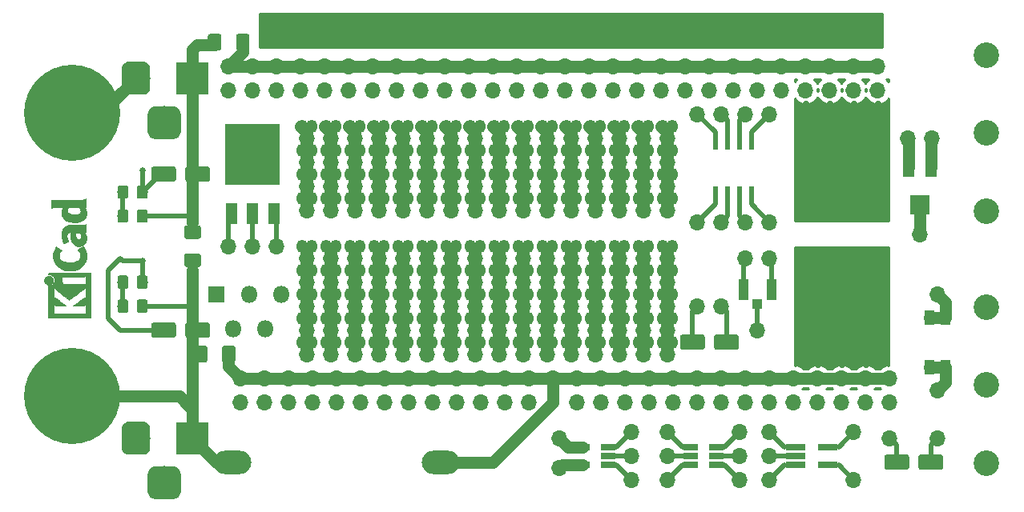
<source format=gtl>
G04 #@! TF.GenerationSoftware,KiCad,Pcbnew,5.0.2+dfsg1-1~bpo9+1*
G04 #@! TF.CreationDate,2020-03-15T02:37:36-04:00*
G04 #@! TF.ProjectId,EDIT_C,45444954-5f43-42e6-9b69-6361645f7063,0.10.a*
G04 #@! TF.SameCoordinates,Original*
G04 #@! TF.FileFunction,Copper,L1,Top*
G04 #@! TF.FilePolarity,Positive*
%FSLAX46Y46*%
G04 Gerber Fmt 4.6, Leading zero omitted, Abs format (unit mm)*
G04 Created by KiCad (PCBNEW 5.0.2+dfsg1-1~bpo9+1) date Sun 15 Mar 2020 02:37:36 AM EDT*
%MOMM*%
%LPD*%
G01*
G04 APERTURE LIST*
G04 #@! TA.AperFunction,EtchedComponent*
%ADD10C,0.010000*%
G04 #@! TD*
G04 #@! TA.AperFunction,ComponentPad*
%ADD11O,1.700000X1.700000*%
G04 #@! TD*
G04 #@! TA.AperFunction,Conductor*
%ADD12C,0.150000*%
G04 #@! TD*
G04 #@! TA.AperFunction,SMDPad,CuDef*
%ADD13C,1.600000*%
G04 #@! TD*
G04 #@! TA.AperFunction,ComponentPad*
%ADD14C,2.700000*%
G04 #@! TD*
G04 #@! TA.AperFunction,SMDPad,CuDef*
%ADD15C,1.150000*%
G04 #@! TD*
G04 #@! TA.AperFunction,ComponentPad*
%ADD16O,1.200000X1.400000*%
G04 #@! TD*
G04 #@! TA.AperFunction,SMDPad,CuDef*
%ADD17C,1.425000*%
G04 #@! TD*
G04 #@! TA.AperFunction,ComponentPad*
%ADD18R,3.500000X3.500000*%
G04 #@! TD*
G04 #@! TA.AperFunction,ComponentPad*
%ADD19C,3.000000*%
G04 #@! TD*
G04 #@! TA.AperFunction,ComponentPad*
%ADD20C,3.500000*%
G04 #@! TD*
G04 #@! TA.AperFunction,ComponentPad*
%ADD21O,4.000500X2.499360*%
G04 #@! TD*
G04 #@! TA.AperFunction,ComponentPad*
%ADD22O,1.800000X1.800000*%
G04 #@! TD*
G04 #@! TA.AperFunction,ComponentPad*
%ADD23R,1.800000X1.800000*%
G04 #@! TD*
G04 #@! TA.AperFunction,SMDPad,CuDef*
%ADD24R,5.800000X6.400000*%
G04 #@! TD*
G04 #@! TA.AperFunction,SMDPad,CuDef*
%ADD25R,1.200000X2.200000*%
G04 #@! TD*
G04 #@! TA.AperFunction,SMDPad,CuDef*
%ADD26R,1.560000X0.650000*%
G04 #@! TD*
G04 #@! TA.AperFunction,SMDPad,CuDef*
%ADD27R,2.000000X0.650000*%
G04 #@! TD*
G04 #@! TA.AperFunction,SMDPad,CuDef*
%ADD28R,0.600000X1.550000*%
G04 #@! TD*
G04 #@! TA.AperFunction,SMDPad,CuDef*
%ADD29R,1.050000X2.200000*%
G04 #@! TD*
G04 #@! TA.AperFunction,SMDPad,CuDef*
%ADD30R,1.000000X1.050000*%
G04 #@! TD*
G04 #@! TA.AperFunction,SMDPad,CuDef*
%ADD31R,1.300000X2.000000*%
G04 #@! TD*
G04 #@! TA.AperFunction,SMDPad,CuDef*
%ADD32R,2.000000X2.000000*%
G04 #@! TD*
G04 #@! TA.AperFunction,SMDPad,CuDef*
%ADD33R,1.000000X1.550000*%
G04 #@! TD*
G04 #@! TA.AperFunction,ComponentPad*
%ADD34C,10.160000*%
G04 #@! TD*
G04 #@! TA.AperFunction,ViaPad*
%ADD35C,0.635000*%
G04 #@! TD*
G04 #@! TA.AperFunction,Conductor*
%ADD36C,1.270000*%
G04 #@! TD*
G04 #@! TA.AperFunction,Conductor*
%ADD37C,0.508000*%
G04 #@! TD*
G04 #@! TA.AperFunction,NonConductor*
%ADD38C,0.254000*%
G04 #@! TD*
G04 APERTURE END LIST*
D10*
G04 #@! TO.C,REF\002A\002A*
G36*
X15269054Y-90576400D02*
X15382993Y-90565535D01*
X15490616Y-90533918D01*
X15589615Y-90483015D01*
X15677684Y-90414293D01*
X15752516Y-90329219D01*
X15810384Y-90232232D01*
X15850005Y-90125964D01*
X15868573Y-90018950D01*
X15867434Y-89913300D01*
X15847930Y-89811125D01*
X15811406Y-89714534D01*
X15759205Y-89625638D01*
X15692673Y-89546546D01*
X15613152Y-89479369D01*
X15521987Y-89426217D01*
X15420523Y-89389199D01*
X15310102Y-89370427D01*
X15260206Y-89368489D01*
X15172267Y-89368489D01*
X15172267Y-89316560D01*
X15175111Y-89280253D01*
X15186911Y-89253355D01*
X15210649Y-89226249D01*
X15249031Y-89187867D01*
X17440602Y-89187867D01*
X17702739Y-89187876D01*
X17943241Y-89187908D01*
X18163048Y-89187972D01*
X18363101Y-89188076D01*
X18544344Y-89188227D01*
X18707716Y-89188434D01*
X18854160Y-89188706D01*
X18984617Y-89189050D01*
X19100029Y-89189474D01*
X19201338Y-89189987D01*
X19289484Y-89190597D01*
X19365410Y-89191312D01*
X19430057Y-89192140D01*
X19484367Y-89193089D01*
X19529280Y-89194167D01*
X19565740Y-89195383D01*
X19594687Y-89196745D01*
X19617063Y-89198261D01*
X19633809Y-89199938D01*
X19645868Y-89201786D01*
X19654180Y-89203813D01*
X19659687Y-89206025D01*
X19661537Y-89207108D01*
X19668549Y-89211271D01*
X19674996Y-89214805D01*
X19680900Y-89218635D01*
X19686286Y-89223682D01*
X19691178Y-89230871D01*
X19695598Y-89241123D01*
X19699572Y-89255364D01*
X19703121Y-89274514D01*
X19706270Y-89299499D01*
X19709042Y-89331240D01*
X19711461Y-89370662D01*
X19713551Y-89418686D01*
X19715335Y-89476237D01*
X19716837Y-89544237D01*
X19718080Y-89623610D01*
X19719089Y-89715279D01*
X19719885Y-89820166D01*
X19720494Y-89939196D01*
X19720939Y-90073290D01*
X19721243Y-90223373D01*
X19721430Y-90390367D01*
X19721524Y-90575196D01*
X19721548Y-90778783D01*
X19721525Y-91002050D01*
X19721480Y-91245922D01*
X19721437Y-91511321D01*
X19721432Y-91549704D01*
X19721389Y-91816682D01*
X19721318Y-92062002D01*
X19721213Y-92286583D01*
X19721066Y-92491345D01*
X19720869Y-92677206D01*
X19720616Y-92845088D01*
X19720300Y-92995908D01*
X19719913Y-93130587D01*
X19719447Y-93250044D01*
X19718897Y-93355199D01*
X19718253Y-93446971D01*
X19717511Y-93526279D01*
X19716661Y-93594043D01*
X19715697Y-93651182D01*
X19714611Y-93698617D01*
X19713397Y-93737266D01*
X19712047Y-93768049D01*
X19710555Y-93791885D01*
X19708911Y-93809694D01*
X19707111Y-93822395D01*
X19705145Y-93830908D01*
X19703477Y-93835266D01*
X19699906Y-93843728D01*
X19697270Y-93851497D01*
X19694634Y-93858602D01*
X19691062Y-93865073D01*
X19685621Y-93870939D01*
X19677375Y-93876229D01*
X19665390Y-93880974D01*
X19648731Y-93885202D01*
X19626463Y-93888943D01*
X19597652Y-93892227D01*
X19561363Y-93895083D01*
X19516661Y-93897540D01*
X19462611Y-93899629D01*
X19398279Y-93901378D01*
X19322730Y-93902817D01*
X19235030Y-93903976D01*
X19134243Y-93904883D01*
X19019434Y-93905569D01*
X18889670Y-93906063D01*
X18744015Y-93906395D01*
X18581535Y-93906593D01*
X18401295Y-93906687D01*
X18202360Y-93906708D01*
X17983796Y-93906685D01*
X17744668Y-93906646D01*
X17484040Y-93906622D01*
X17441889Y-93906622D01*
X17178992Y-93906636D01*
X16937732Y-93906661D01*
X16717165Y-93906671D01*
X16516352Y-93906642D01*
X16334349Y-93906548D01*
X16170216Y-93906362D01*
X16023011Y-93906059D01*
X15891792Y-93905614D01*
X15781867Y-93905034D01*
X15781867Y-93602197D01*
X15839711Y-93562407D01*
X15855479Y-93551236D01*
X15869441Y-93541166D01*
X15882784Y-93532138D01*
X15896693Y-93524097D01*
X15912356Y-93516986D01*
X15930958Y-93510747D01*
X15953686Y-93505325D01*
X15981727Y-93500662D01*
X16016267Y-93496701D01*
X16058492Y-93493385D01*
X16109589Y-93490659D01*
X16170744Y-93488464D01*
X16243144Y-93486745D01*
X16327975Y-93485444D01*
X16426422Y-93484505D01*
X16539674Y-93483870D01*
X16668916Y-93483484D01*
X16815334Y-93483288D01*
X16980116Y-93483227D01*
X17164447Y-93483243D01*
X17369513Y-93483280D01*
X17492133Y-93483289D01*
X17709082Y-93483265D01*
X17904642Y-93483231D01*
X18079999Y-93483243D01*
X18236341Y-93483358D01*
X18374857Y-93483630D01*
X18496734Y-93484118D01*
X18603160Y-93484876D01*
X18695322Y-93485962D01*
X18774409Y-93487431D01*
X18841608Y-93489340D01*
X18898107Y-93491744D01*
X18945093Y-93494701D01*
X18983755Y-93498266D01*
X19015280Y-93502495D01*
X19040855Y-93507446D01*
X19061670Y-93513173D01*
X19078911Y-93519733D01*
X19093765Y-93527183D01*
X19107422Y-93535579D01*
X19121069Y-93544976D01*
X19135893Y-93555432D01*
X19144783Y-93561523D01*
X19202400Y-93600296D01*
X19202400Y-93068732D01*
X19202365Y-92945483D01*
X19202215Y-92842987D01*
X19201878Y-92759420D01*
X19201286Y-92692956D01*
X19200367Y-92641771D01*
X19199051Y-92604041D01*
X19197269Y-92577940D01*
X19194951Y-92561644D01*
X19192026Y-92553328D01*
X19188424Y-92551168D01*
X19184075Y-92553339D01*
X19182645Y-92554535D01*
X19145573Y-92579685D01*
X19092772Y-92605583D01*
X19030770Y-92629192D01*
X19004357Y-92637461D01*
X18986416Y-92642078D01*
X18965355Y-92645979D01*
X18939089Y-92649248D01*
X18905532Y-92651966D01*
X18862599Y-92654215D01*
X18808204Y-92656077D01*
X18740262Y-92657636D01*
X18656688Y-92658972D01*
X18555395Y-92660169D01*
X18434300Y-92661308D01*
X18389600Y-92661685D01*
X18264449Y-92662702D01*
X18160082Y-92663460D01*
X18074707Y-92663903D01*
X18006533Y-92663970D01*
X17953765Y-92663605D01*
X17914614Y-92662748D01*
X17887285Y-92661341D01*
X17869986Y-92659325D01*
X17860926Y-92656643D01*
X17858312Y-92653236D01*
X17860351Y-92649044D01*
X17864667Y-92644571D01*
X17877602Y-92634216D01*
X17906676Y-92612158D01*
X17949759Y-92579957D01*
X18004718Y-92539174D01*
X18069423Y-92491370D01*
X18141742Y-92438105D01*
X18219544Y-92380940D01*
X18300698Y-92321437D01*
X18383072Y-92261155D01*
X18464536Y-92201655D01*
X18542957Y-92144498D01*
X18616204Y-92091245D01*
X18682147Y-92043457D01*
X18738654Y-92002693D01*
X18783593Y-91970516D01*
X18814834Y-91948485D01*
X18821466Y-91943917D01*
X18858369Y-91920996D01*
X18906359Y-91894188D01*
X18955897Y-91868789D01*
X18962577Y-91865568D01*
X19010772Y-91843890D01*
X19048334Y-91831304D01*
X19084160Y-91825574D01*
X19126200Y-91824456D01*
X19202400Y-91825090D01*
X19202400Y-90670651D01*
X19108669Y-90761815D01*
X19058775Y-90808612D01*
X19002295Y-90858899D01*
X18948026Y-90904944D01*
X18922673Y-90925369D01*
X18883128Y-90955807D01*
X18829916Y-90995862D01*
X18764667Y-91044361D01*
X18689011Y-91100135D01*
X18604577Y-91162011D01*
X18512994Y-91228819D01*
X18415892Y-91299387D01*
X18314901Y-91372545D01*
X18211650Y-91447121D01*
X18107768Y-91521944D01*
X18004885Y-91595843D01*
X17904631Y-91667646D01*
X17808636Y-91736184D01*
X17718527Y-91800284D01*
X17635936Y-91858775D01*
X17562492Y-91910486D01*
X17499824Y-91954247D01*
X17449561Y-91988885D01*
X17413334Y-92013230D01*
X17392771Y-92026111D01*
X17388668Y-92027869D01*
X17377342Y-92019910D01*
X17350162Y-91999115D01*
X17308829Y-91966847D01*
X17255044Y-91924470D01*
X17190506Y-91873347D01*
X17116918Y-91814841D01*
X17035978Y-91750314D01*
X16949388Y-91681131D01*
X16858848Y-91608653D01*
X16766060Y-91534246D01*
X16691702Y-91474517D01*
X16691702Y-90463511D01*
X16704659Y-90457602D01*
X16726908Y-90443272D01*
X16728391Y-90442225D01*
X16758544Y-90423438D01*
X16795375Y-90403791D01*
X16803511Y-90399892D01*
X16811940Y-90396356D01*
X16822059Y-90393230D01*
X16835260Y-90390486D01*
X16852938Y-90388092D01*
X16876484Y-90386019D01*
X16907293Y-90384235D01*
X16946757Y-90382712D01*
X16996269Y-90381419D01*
X17057223Y-90380326D01*
X17131011Y-90379403D01*
X17219028Y-90378619D01*
X17322665Y-90377945D01*
X17443316Y-90377350D01*
X17582374Y-90376805D01*
X17741232Y-90376279D01*
X17920089Y-90375745D01*
X18105207Y-90375206D01*
X18269145Y-90374772D01*
X18413303Y-90374509D01*
X18539079Y-90374484D01*
X18647871Y-90374765D01*
X18741077Y-90375419D01*
X18820097Y-90376514D01*
X18886328Y-90378118D01*
X18941170Y-90380297D01*
X18986021Y-90383119D01*
X19022278Y-90386651D01*
X19051341Y-90390961D01*
X19074609Y-90396117D01*
X19093479Y-90402185D01*
X19109351Y-90409233D01*
X19123622Y-90417329D01*
X19137691Y-90426540D01*
X19150158Y-90435040D01*
X19176452Y-90452176D01*
X19194037Y-90462322D01*
X19197257Y-90463511D01*
X19198334Y-90452604D01*
X19199335Y-90421411D01*
X19200235Y-90372223D01*
X19201010Y-90307333D01*
X19201637Y-90229030D01*
X19202091Y-90139607D01*
X19202349Y-90041356D01*
X19202400Y-89972445D01*
X19202180Y-89867452D01*
X19201548Y-89770610D01*
X19200549Y-89684107D01*
X19199227Y-89610132D01*
X19197626Y-89550874D01*
X19195791Y-89508520D01*
X19193765Y-89485260D01*
X19192493Y-89481378D01*
X19177591Y-89489076D01*
X19169560Y-89497074D01*
X19152434Y-89510246D01*
X19122183Y-89527485D01*
X19097622Y-89539407D01*
X19038711Y-89566045D01*
X17861845Y-89569120D01*
X16684978Y-89572195D01*
X16684978Y-90017853D01*
X16685142Y-90115670D01*
X16685611Y-90206064D01*
X16686347Y-90286630D01*
X16687316Y-90354962D01*
X16688480Y-90408656D01*
X16689803Y-90445305D01*
X16691249Y-90462504D01*
X16691702Y-90463511D01*
X16691702Y-91474517D01*
X16672722Y-91459270D01*
X16580537Y-91385090D01*
X16491204Y-91313069D01*
X16406424Y-91244569D01*
X16327898Y-91180955D01*
X16257326Y-91123588D01*
X16196409Y-91073833D01*
X16146847Y-91033052D01*
X16126178Y-91015888D01*
X16025516Y-90929596D01*
X15942259Y-90852997D01*
X15874438Y-90784183D01*
X15820089Y-90721248D01*
X15812722Y-90711867D01*
X15782117Y-90672356D01*
X15781867Y-91804116D01*
X15829844Y-91798827D01*
X15887188Y-91802130D01*
X15955463Y-91823661D01*
X16035212Y-91863635D01*
X16107495Y-91908943D01*
X16130140Y-91925161D01*
X16167696Y-91953214D01*
X16218021Y-91991430D01*
X16278973Y-92038137D01*
X16348411Y-92091661D01*
X16424194Y-92150331D01*
X16504180Y-92212475D01*
X16586228Y-92276421D01*
X16668196Y-92340495D01*
X16747943Y-92403027D01*
X16823327Y-92462343D01*
X16892207Y-92516771D01*
X16952442Y-92564639D01*
X17001889Y-92604275D01*
X17038408Y-92634006D01*
X17059858Y-92652161D01*
X17063156Y-92655220D01*
X17055149Y-92658079D01*
X17024855Y-92660293D01*
X16972556Y-92661857D01*
X16898531Y-92662767D01*
X16803063Y-92663020D01*
X16686434Y-92662613D01*
X16566445Y-92661704D01*
X16434333Y-92660382D01*
X16322594Y-92658857D01*
X16229025Y-92656881D01*
X16151419Y-92654206D01*
X16087574Y-92650582D01*
X16035283Y-92645761D01*
X15992344Y-92639494D01*
X15956551Y-92631532D01*
X15925700Y-92621627D01*
X15897586Y-92609531D01*
X15870005Y-92594993D01*
X15844966Y-92580311D01*
X15781867Y-92542314D01*
X15781867Y-93602197D01*
X15781867Y-93905034D01*
X15775617Y-93905001D01*
X15673544Y-93904195D01*
X15584633Y-93903170D01*
X15507941Y-93901900D01*
X15442527Y-93900360D01*
X15387449Y-93898524D01*
X15341765Y-93896367D01*
X15304534Y-93893863D01*
X15274813Y-93890987D01*
X15251662Y-93887713D01*
X15234139Y-93884015D01*
X15221301Y-93879869D01*
X15212208Y-93875247D01*
X15205918Y-93870126D01*
X15201488Y-93864478D01*
X15197978Y-93858279D01*
X15194445Y-93851504D01*
X15190876Y-93845508D01*
X15188300Y-93840275D01*
X15185972Y-93832099D01*
X15183878Y-93819886D01*
X15182007Y-93802541D01*
X15180347Y-93778969D01*
X15178884Y-93748077D01*
X15177608Y-93708768D01*
X15176504Y-93659950D01*
X15175561Y-93600527D01*
X15174767Y-93529404D01*
X15174109Y-93445488D01*
X15173575Y-93347683D01*
X15173153Y-93234894D01*
X15172829Y-93106029D01*
X15172592Y-92959991D01*
X15172430Y-92795686D01*
X15172330Y-92612020D01*
X15172280Y-92407897D01*
X15172267Y-92196753D01*
X15172267Y-90576400D01*
X15269054Y-90576400D01*
X15269054Y-90576400D01*
G37*
X15269054Y-90576400D02*
X15382993Y-90565535D01*
X15490616Y-90533918D01*
X15589615Y-90483015D01*
X15677684Y-90414293D01*
X15752516Y-90329219D01*
X15810384Y-90232232D01*
X15850005Y-90125964D01*
X15868573Y-90018950D01*
X15867434Y-89913300D01*
X15847930Y-89811125D01*
X15811406Y-89714534D01*
X15759205Y-89625638D01*
X15692673Y-89546546D01*
X15613152Y-89479369D01*
X15521987Y-89426217D01*
X15420523Y-89389199D01*
X15310102Y-89370427D01*
X15260206Y-89368489D01*
X15172267Y-89368489D01*
X15172267Y-89316560D01*
X15175111Y-89280253D01*
X15186911Y-89253355D01*
X15210649Y-89226249D01*
X15249031Y-89187867D01*
X17440602Y-89187867D01*
X17702739Y-89187876D01*
X17943241Y-89187908D01*
X18163048Y-89187972D01*
X18363101Y-89188076D01*
X18544344Y-89188227D01*
X18707716Y-89188434D01*
X18854160Y-89188706D01*
X18984617Y-89189050D01*
X19100029Y-89189474D01*
X19201338Y-89189987D01*
X19289484Y-89190597D01*
X19365410Y-89191312D01*
X19430057Y-89192140D01*
X19484367Y-89193089D01*
X19529280Y-89194167D01*
X19565740Y-89195383D01*
X19594687Y-89196745D01*
X19617063Y-89198261D01*
X19633809Y-89199938D01*
X19645868Y-89201786D01*
X19654180Y-89203813D01*
X19659687Y-89206025D01*
X19661537Y-89207108D01*
X19668549Y-89211271D01*
X19674996Y-89214805D01*
X19680900Y-89218635D01*
X19686286Y-89223682D01*
X19691178Y-89230871D01*
X19695598Y-89241123D01*
X19699572Y-89255364D01*
X19703121Y-89274514D01*
X19706270Y-89299499D01*
X19709042Y-89331240D01*
X19711461Y-89370662D01*
X19713551Y-89418686D01*
X19715335Y-89476237D01*
X19716837Y-89544237D01*
X19718080Y-89623610D01*
X19719089Y-89715279D01*
X19719885Y-89820166D01*
X19720494Y-89939196D01*
X19720939Y-90073290D01*
X19721243Y-90223373D01*
X19721430Y-90390367D01*
X19721524Y-90575196D01*
X19721548Y-90778783D01*
X19721525Y-91002050D01*
X19721480Y-91245922D01*
X19721437Y-91511321D01*
X19721432Y-91549704D01*
X19721389Y-91816682D01*
X19721318Y-92062002D01*
X19721213Y-92286583D01*
X19721066Y-92491345D01*
X19720869Y-92677206D01*
X19720616Y-92845088D01*
X19720300Y-92995908D01*
X19719913Y-93130587D01*
X19719447Y-93250044D01*
X19718897Y-93355199D01*
X19718253Y-93446971D01*
X19717511Y-93526279D01*
X19716661Y-93594043D01*
X19715697Y-93651182D01*
X19714611Y-93698617D01*
X19713397Y-93737266D01*
X19712047Y-93768049D01*
X19710555Y-93791885D01*
X19708911Y-93809694D01*
X19707111Y-93822395D01*
X19705145Y-93830908D01*
X19703477Y-93835266D01*
X19699906Y-93843728D01*
X19697270Y-93851497D01*
X19694634Y-93858602D01*
X19691062Y-93865073D01*
X19685621Y-93870939D01*
X19677375Y-93876229D01*
X19665390Y-93880974D01*
X19648731Y-93885202D01*
X19626463Y-93888943D01*
X19597652Y-93892227D01*
X19561363Y-93895083D01*
X19516661Y-93897540D01*
X19462611Y-93899629D01*
X19398279Y-93901378D01*
X19322730Y-93902817D01*
X19235030Y-93903976D01*
X19134243Y-93904883D01*
X19019434Y-93905569D01*
X18889670Y-93906063D01*
X18744015Y-93906395D01*
X18581535Y-93906593D01*
X18401295Y-93906687D01*
X18202360Y-93906708D01*
X17983796Y-93906685D01*
X17744668Y-93906646D01*
X17484040Y-93906622D01*
X17441889Y-93906622D01*
X17178992Y-93906636D01*
X16937732Y-93906661D01*
X16717165Y-93906671D01*
X16516352Y-93906642D01*
X16334349Y-93906548D01*
X16170216Y-93906362D01*
X16023011Y-93906059D01*
X15891792Y-93905614D01*
X15781867Y-93905034D01*
X15781867Y-93602197D01*
X15839711Y-93562407D01*
X15855479Y-93551236D01*
X15869441Y-93541166D01*
X15882784Y-93532138D01*
X15896693Y-93524097D01*
X15912356Y-93516986D01*
X15930958Y-93510747D01*
X15953686Y-93505325D01*
X15981727Y-93500662D01*
X16016267Y-93496701D01*
X16058492Y-93493385D01*
X16109589Y-93490659D01*
X16170744Y-93488464D01*
X16243144Y-93486745D01*
X16327975Y-93485444D01*
X16426422Y-93484505D01*
X16539674Y-93483870D01*
X16668916Y-93483484D01*
X16815334Y-93483288D01*
X16980116Y-93483227D01*
X17164447Y-93483243D01*
X17369513Y-93483280D01*
X17492133Y-93483289D01*
X17709082Y-93483265D01*
X17904642Y-93483231D01*
X18079999Y-93483243D01*
X18236341Y-93483358D01*
X18374857Y-93483630D01*
X18496734Y-93484118D01*
X18603160Y-93484876D01*
X18695322Y-93485962D01*
X18774409Y-93487431D01*
X18841608Y-93489340D01*
X18898107Y-93491744D01*
X18945093Y-93494701D01*
X18983755Y-93498266D01*
X19015280Y-93502495D01*
X19040855Y-93507446D01*
X19061670Y-93513173D01*
X19078911Y-93519733D01*
X19093765Y-93527183D01*
X19107422Y-93535579D01*
X19121069Y-93544976D01*
X19135893Y-93555432D01*
X19144783Y-93561523D01*
X19202400Y-93600296D01*
X19202400Y-93068732D01*
X19202365Y-92945483D01*
X19202215Y-92842987D01*
X19201878Y-92759420D01*
X19201286Y-92692956D01*
X19200367Y-92641771D01*
X19199051Y-92604041D01*
X19197269Y-92577940D01*
X19194951Y-92561644D01*
X19192026Y-92553328D01*
X19188424Y-92551168D01*
X19184075Y-92553339D01*
X19182645Y-92554535D01*
X19145573Y-92579685D01*
X19092772Y-92605583D01*
X19030770Y-92629192D01*
X19004357Y-92637461D01*
X18986416Y-92642078D01*
X18965355Y-92645979D01*
X18939089Y-92649248D01*
X18905532Y-92651966D01*
X18862599Y-92654215D01*
X18808204Y-92656077D01*
X18740262Y-92657636D01*
X18656688Y-92658972D01*
X18555395Y-92660169D01*
X18434300Y-92661308D01*
X18389600Y-92661685D01*
X18264449Y-92662702D01*
X18160082Y-92663460D01*
X18074707Y-92663903D01*
X18006533Y-92663970D01*
X17953765Y-92663605D01*
X17914614Y-92662748D01*
X17887285Y-92661341D01*
X17869986Y-92659325D01*
X17860926Y-92656643D01*
X17858312Y-92653236D01*
X17860351Y-92649044D01*
X17864667Y-92644571D01*
X17877602Y-92634216D01*
X17906676Y-92612158D01*
X17949759Y-92579957D01*
X18004718Y-92539174D01*
X18069423Y-92491370D01*
X18141742Y-92438105D01*
X18219544Y-92380940D01*
X18300698Y-92321437D01*
X18383072Y-92261155D01*
X18464536Y-92201655D01*
X18542957Y-92144498D01*
X18616204Y-92091245D01*
X18682147Y-92043457D01*
X18738654Y-92002693D01*
X18783593Y-91970516D01*
X18814834Y-91948485D01*
X18821466Y-91943917D01*
X18858369Y-91920996D01*
X18906359Y-91894188D01*
X18955897Y-91868789D01*
X18962577Y-91865568D01*
X19010772Y-91843890D01*
X19048334Y-91831304D01*
X19084160Y-91825574D01*
X19126200Y-91824456D01*
X19202400Y-91825090D01*
X19202400Y-90670651D01*
X19108669Y-90761815D01*
X19058775Y-90808612D01*
X19002295Y-90858899D01*
X18948026Y-90904944D01*
X18922673Y-90925369D01*
X18883128Y-90955807D01*
X18829916Y-90995862D01*
X18764667Y-91044361D01*
X18689011Y-91100135D01*
X18604577Y-91162011D01*
X18512994Y-91228819D01*
X18415892Y-91299387D01*
X18314901Y-91372545D01*
X18211650Y-91447121D01*
X18107768Y-91521944D01*
X18004885Y-91595843D01*
X17904631Y-91667646D01*
X17808636Y-91736184D01*
X17718527Y-91800284D01*
X17635936Y-91858775D01*
X17562492Y-91910486D01*
X17499824Y-91954247D01*
X17449561Y-91988885D01*
X17413334Y-92013230D01*
X17392771Y-92026111D01*
X17388668Y-92027869D01*
X17377342Y-92019910D01*
X17350162Y-91999115D01*
X17308829Y-91966847D01*
X17255044Y-91924470D01*
X17190506Y-91873347D01*
X17116918Y-91814841D01*
X17035978Y-91750314D01*
X16949388Y-91681131D01*
X16858848Y-91608653D01*
X16766060Y-91534246D01*
X16691702Y-91474517D01*
X16691702Y-90463511D01*
X16704659Y-90457602D01*
X16726908Y-90443272D01*
X16728391Y-90442225D01*
X16758544Y-90423438D01*
X16795375Y-90403791D01*
X16803511Y-90399892D01*
X16811940Y-90396356D01*
X16822059Y-90393230D01*
X16835260Y-90390486D01*
X16852938Y-90388092D01*
X16876484Y-90386019D01*
X16907293Y-90384235D01*
X16946757Y-90382712D01*
X16996269Y-90381419D01*
X17057223Y-90380326D01*
X17131011Y-90379403D01*
X17219028Y-90378619D01*
X17322665Y-90377945D01*
X17443316Y-90377350D01*
X17582374Y-90376805D01*
X17741232Y-90376279D01*
X17920089Y-90375745D01*
X18105207Y-90375206D01*
X18269145Y-90374772D01*
X18413303Y-90374509D01*
X18539079Y-90374484D01*
X18647871Y-90374765D01*
X18741077Y-90375419D01*
X18820097Y-90376514D01*
X18886328Y-90378118D01*
X18941170Y-90380297D01*
X18986021Y-90383119D01*
X19022278Y-90386651D01*
X19051341Y-90390961D01*
X19074609Y-90396117D01*
X19093479Y-90402185D01*
X19109351Y-90409233D01*
X19123622Y-90417329D01*
X19137691Y-90426540D01*
X19150158Y-90435040D01*
X19176452Y-90452176D01*
X19194037Y-90462322D01*
X19197257Y-90463511D01*
X19198334Y-90452604D01*
X19199335Y-90421411D01*
X19200235Y-90372223D01*
X19201010Y-90307333D01*
X19201637Y-90229030D01*
X19202091Y-90139607D01*
X19202349Y-90041356D01*
X19202400Y-89972445D01*
X19202180Y-89867452D01*
X19201548Y-89770610D01*
X19200549Y-89684107D01*
X19199227Y-89610132D01*
X19197626Y-89550874D01*
X19195791Y-89508520D01*
X19193765Y-89485260D01*
X19192493Y-89481378D01*
X19177591Y-89489076D01*
X19169560Y-89497074D01*
X19152434Y-89510246D01*
X19122183Y-89527485D01*
X19097622Y-89539407D01*
X19038711Y-89566045D01*
X17861845Y-89569120D01*
X16684978Y-89572195D01*
X16684978Y-90017853D01*
X16685142Y-90115670D01*
X16685611Y-90206064D01*
X16686347Y-90286630D01*
X16687316Y-90354962D01*
X16688480Y-90408656D01*
X16689803Y-90445305D01*
X16691249Y-90462504D01*
X16691702Y-90463511D01*
X16691702Y-91474517D01*
X16672722Y-91459270D01*
X16580537Y-91385090D01*
X16491204Y-91313069D01*
X16406424Y-91244569D01*
X16327898Y-91180955D01*
X16257326Y-91123588D01*
X16196409Y-91073833D01*
X16146847Y-91033052D01*
X16126178Y-91015888D01*
X16025516Y-90929596D01*
X15942259Y-90852997D01*
X15874438Y-90784183D01*
X15820089Y-90721248D01*
X15812722Y-90711867D01*
X15782117Y-90672356D01*
X15781867Y-91804116D01*
X15829844Y-91798827D01*
X15887188Y-91802130D01*
X15955463Y-91823661D01*
X16035212Y-91863635D01*
X16107495Y-91908943D01*
X16130140Y-91925161D01*
X16167696Y-91953214D01*
X16218021Y-91991430D01*
X16278973Y-92038137D01*
X16348411Y-92091661D01*
X16424194Y-92150331D01*
X16504180Y-92212475D01*
X16586228Y-92276421D01*
X16668196Y-92340495D01*
X16747943Y-92403027D01*
X16823327Y-92462343D01*
X16892207Y-92516771D01*
X16952442Y-92564639D01*
X17001889Y-92604275D01*
X17038408Y-92634006D01*
X17059858Y-92652161D01*
X17063156Y-92655220D01*
X17055149Y-92658079D01*
X17024855Y-92660293D01*
X16972556Y-92661857D01*
X16898531Y-92662767D01*
X16803063Y-92663020D01*
X16686434Y-92662613D01*
X16566445Y-92661704D01*
X16434333Y-92660382D01*
X16322594Y-92658857D01*
X16229025Y-92656881D01*
X16151419Y-92654206D01*
X16087574Y-92650582D01*
X16035283Y-92645761D01*
X15992344Y-92639494D01*
X15956551Y-92631532D01*
X15925700Y-92621627D01*
X15897586Y-92609531D01*
X15870005Y-92594993D01*
X15844966Y-92580311D01*
X15781867Y-92542314D01*
X15781867Y-93602197D01*
X15781867Y-93905034D01*
X15775617Y-93905001D01*
X15673544Y-93904195D01*
X15584633Y-93903170D01*
X15507941Y-93901900D01*
X15442527Y-93900360D01*
X15387449Y-93898524D01*
X15341765Y-93896367D01*
X15304534Y-93893863D01*
X15274813Y-93890987D01*
X15251662Y-93887713D01*
X15234139Y-93884015D01*
X15221301Y-93879869D01*
X15212208Y-93875247D01*
X15205918Y-93870126D01*
X15201488Y-93864478D01*
X15197978Y-93858279D01*
X15194445Y-93851504D01*
X15190876Y-93845508D01*
X15188300Y-93840275D01*
X15185972Y-93832099D01*
X15183878Y-93819886D01*
X15182007Y-93802541D01*
X15180347Y-93778969D01*
X15178884Y-93748077D01*
X15177608Y-93708768D01*
X15176504Y-93659950D01*
X15175561Y-93600527D01*
X15174767Y-93529404D01*
X15174109Y-93445488D01*
X15173575Y-93347683D01*
X15173153Y-93234894D01*
X15172829Y-93106029D01*
X15172592Y-92959991D01*
X15172430Y-92795686D01*
X15172330Y-92612020D01*
X15172280Y-92407897D01*
X15172267Y-92196753D01*
X15172267Y-90576400D01*
X15269054Y-90576400D01*
G36*
X15729071Y-87301571D02*
X15750245Y-87141430D01*
X15790385Y-86977490D01*
X15849889Y-86807687D01*
X15929154Y-86629957D01*
X15934699Y-86618690D01*
X15962725Y-86560995D01*
X15986802Y-86509448D01*
X16005249Y-86467809D01*
X16016386Y-86439838D01*
X16018933Y-86430267D01*
X16023941Y-86411050D01*
X16028147Y-86406439D01*
X16038580Y-86411542D01*
X16064868Y-86427582D01*
X16104257Y-86452712D01*
X16153991Y-86485086D01*
X16211315Y-86522857D01*
X16273476Y-86564178D01*
X16337718Y-86607202D01*
X16401285Y-86650083D01*
X16461425Y-86690974D01*
X16515380Y-86728029D01*
X16560397Y-86759400D01*
X16593721Y-86783241D01*
X16612597Y-86797706D01*
X16614787Y-86799691D01*
X16610138Y-86809809D01*
X16592962Y-86832150D01*
X16566440Y-86862720D01*
X16551964Y-86878464D01*
X16476682Y-86974953D01*
X16421241Y-87081664D01*
X16386141Y-87197168D01*
X16371880Y-87320038D01*
X16373051Y-87389439D01*
X16390212Y-87510577D01*
X16426094Y-87619795D01*
X16480959Y-87717418D01*
X16555070Y-87803772D01*
X16648688Y-87879185D01*
X16762076Y-87943982D01*
X16848667Y-87981399D01*
X16984366Y-88025252D01*
X17131850Y-88057572D01*
X17287314Y-88078443D01*
X17446956Y-88087949D01*
X17606973Y-88086173D01*
X17763561Y-88073197D01*
X17912918Y-88049106D01*
X18051240Y-88013982D01*
X18174724Y-87967908D01*
X18208978Y-87951627D01*
X18323064Y-87883380D01*
X18419557Y-87802921D01*
X18497670Y-87711430D01*
X18556617Y-87610089D01*
X18595612Y-87500080D01*
X18613868Y-87382585D01*
X18615211Y-87341117D01*
X18604290Y-87219559D01*
X18571474Y-87099122D01*
X18517439Y-86981334D01*
X18442865Y-86867723D01*
X18364539Y-86776315D01*
X18320008Y-86729785D01*
X18617271Y-86548517D01*
X18691433Y-86503420D01*
X18759646Y-86462181D01*
X18819459Y-86426265D01*
X18868420Y-86397134D01*
X18904079Y-86376250D01*
X18923984Y-86365076D01*
X18927079Y-86363625D01*
X18936718Y-86371854D01*
X18953999Y-86397433D01*
X18977283Y-86437127D01*
X19004934Y-86487703D01*
X19035315Y-86545926D01*
X19066790Y-86608563D01*
X19097722Y-86672379D01*
X19126473Y-86734140D01*
X19151408Y-86790612D01*
X19170889Y-86838562D01*
X19179318Y-86862014D01*
X19217133Y-86995779D01*
X19242136Y-87133673D01*
X19255140Y-87281378D01*
X19257468Y-87408167D01*
X19256373Y-87476122D01*
X19254275Y-87541723D01*
X19251434Y-87599153D01*
X19248106Y-87642597D01*
X19246422Y-87656702D01*
X19217587Y-87795716D01*
X19172468Y-87937243D01*
X19113750Y-88074725D01*
X19044120Y-88201606D01*
X18991441Y-88279111D01*
X18883239Y-88406519D01*
X18756671Y-88524822D01*
X18614866Y-88631828D01*
X18460951Y-88725348D01*
X18298053Y-88803190D01*
X18180756Y-88847044D01*
X17997128Y-88897292D01*
X17802581Y-88930791D01*
X17601325Y-88947551D01*
X17397568Y-88947584D01*
X17195521Y-88930899D01*
X16999392Y-88897507D01*
X16813391Y-88847420D01*
X16801803Y-88843603D01*
X16639750Y-88780719D01*
X16491832Y-88703972D01*
X16353865Y-88610758D01*
X16221661Y-88498473D01*
X16176399Y-88454608D01*
X16052457Y-88318466D01*
X15949915Y-88178509D01*
X15867656Y-88032589D01*
X15804564Y-87878558D01*
X15759523Y-87714268D01*
X15742033Y-87618711D01*
X15726466Y-87459977D01*
X15729071Y-87301571D01*
X15729071Y-87301571D01*
G37*
X15729071Y-87301571D02*
X15750245Y-87141430D01*
X15790385Y-86977490D01*
X15849889Y-86807687D01*
X15929154Y-86629957D01*
X15934699Y-86618690D01*
X15962725Y-86560995D01*
X15986802Y-86509448D01*
X16005249Y-86467809D01*
X16016386Y-86439838D01*
X16018933Y-86430267D01*
X16023941Y-86411050D01*
X16028147Y-86406439D01*
X16038580Y-86411542D01*
X16064868Y-86427582D01*
X16104257Y-86452712D01*
X16153991Y-86485086D01*
X16211315Y-86522857D01*
X16273476Y-86564178D01*
X16337718Y-86607202D01*
X16401285Y-86650083D01*
X16461425Y-86690974D01*
X16515380Y-86728029D01*
X16560397Y-86759400D01*
X16593721Y-86783241D01*
X16612597Y-86797706D01*
X16614787Y-86799691D01*
X16610138Y-86809809D01*
X16592962Y-86832150D01*
X16566440Y-86862720D01*
X16551964Y-86878464D01*
X16476682Y-86974953D01*
X16421241Y-87081664D01*
X16386141Y-87197168D01*
X16371880Y-87320038D01*
X16373051Y-87389439D01*
X16390212Y-87510577D01*
X16426094Y-87619795D01*
X16480959Y-87717418D01*
X16555070Y-87803772D01*
X16648688Y-87879185D01*
X16762076Y-87943982D01*
X16848667Y-87981399D01*
X16984366Y-88025252D01*
X17131850Y-88057572D01*
X17287314Y-88078443D01*
X17446956Y-88087949D01*
X17606973Y-88086173D01*
X17763561Y-88073197D01*
X17912918Y-88049106D01*
X18051240Y-88013982D01*
X18174724Y-87967908D01*
X18208978Y-87951627D01*
X18323064Y-87883380D01*
X18419557Y-87802921D01*
X18497670Y-87711430D01*
X18556617Y-87610089D01*
X18595612Y-87500080D01*
X18613868Y-87382585D01*
X18615211Y-87341117D01*
X18604290Y-87219559D01*
X18571474Y-87099122D01*
X18517439Y-86981334D01*
X18442865Y-86867723D01*
X18364539Y-86776315D01*
X18320008Y-86729785D01*
X18617271Y-86548517D01*
X18691433Y-86503420D01*
X18759646Y-86462181D01*
X18819459Y-86426265D01*
X18868420Y-86397134D01*
X18904079Y-86376250D01*
X18923984Y-86365076D01*
X18927079Y-86363625D01*
X18936718Y-86371854D01*
X18953999Y-86397433D01*
X18977283Y-86437127D01*
X19004934Y-86487703D01*
X19035315Y-86545926D01*
X19066790Y-86608563D01*
X19097722Y-86672379D01*
X19126473Y-86734140D01*
X19151408Y-86790612D01*
X19170889Y-86838562D01*
X19179318Y-86862014D01*
X19217133Y-86995779D01*
X19242136Y-87133673D01*
X19255140Y-87281378D01*
X19257468Y-87408167D01*
X19256373Y-87476122D01*
X19254275Y-87541723D01*
X19251434Y-87599153D01*
X19248106Y-87642597D01*
X19246422Y-87656702D01*
X19217587Y-87795716D01*
X19172468Y-87937243D01*
X19113750Y-88074725D01*
X19044120Y-88201606D01*
X18991441Y-88279111D01*
X18883239Y-88406519D01*
X18756671Y-88524822D01*
X18614866Y-88631828D01*
X18460951Y-88725348D01*
X18298053Y-88803190D01*
X18180756Y-88847044D01*
X17997128Y-88897292D01*
X17802581Y-88930791D01*
X17601325Y-88947551D01*
X17397568Y-88947584D01*
X17195521Y-88930899D01*
X16999392Y-88897507D01*
X16813391Y-88847420D01*
X16801803Y-88843603D01*
X16639750Y-88780719D01*
X16491832Y-88703972D01*
X16353865Y-88610758D01*
X16221661Y-88498473D01*
X16176399Y-88454608D01*
X16052457Y-88318466D01*
X15949915Y-88178509D01*
X15867656Y-88032589D01*
X15804564Y-87878558D01*
X15759523Y-87714268D01*
X15742033Y-87618711D01*
X15726466Y-87459977D01*
X15729071Y-87301571D01*
G36*
X16646552Y-84956426D02*
X16666567Y-84804508D01*
X16700202Y-84669244D01*
X16747725Y-84549761D01*
X16809405Y-84445185D01*
X16872965Y-84367576D01*
X16947099Y-84298735D01*
X17026871Y-84244994D01*
X17119091Y-84202090D01*
X17162161Y-84186616D01*
X17201142Y-84173756D01*
X17237289Y-84162554D01*
X17272434Y-84152880D01*
X17308410Y-84144604D01*
X17347050Y-84137597D01*
X17390185Y-84131728D01*
X17439649Y-84126869D01*
X17497273Y-84122890D01*
X17564891Y-84119660D01*
X17644334Y-84117051D01*
X17737436Y-84114933D01*
X17846027Y-84113176D01*
X17971942Y-84111651D01*
X18117012Y-84110228D01*
X18259778Y-84108975D01*
X18415968Y-84107649D01*
X18551239Y-84106444D01*
X18667246Y-84105234D01*
X18765645Y-84103894D01*
X18848093Y-84102300D01*
X18916246Y-84100325D01*
X18971760Y-84097844D01*
X19016292Y-84094731D01*
X19051498Y-84090862D01*
X19079034Y-84086111D01*
X19100556Y-84080352D01*
X19117722Y-84073461D01*
X19132186Y-84065311D01*
X19145606Y-84055777D01*
X19159638Y-84044734D01*
X19165071Y-84040434D01*
X19187910Y-84024614D01*
X19203463Y-84017578D01*
X19203922Y-84017556D01*
X19206121Y-84028433D01*
X19208147Y-84059418D01*
X19209942Y-84108043D01*
X19211451Y-84171837D01*
X19212616Y-84248331D01*
X19213380Y-84335056D01*
X19213686Y-84429543D01*
X19213689Y-84440450D01*
X19213689Y-84863343D01*
X19117622Y-84866605D01*
X19021556Y-84869867D01*
X19072543Y-84931956D01*
X19140057Y-85029286D01*
X19194749Y-85139187D01*
X19224978Y-85225651D01*
X19239666Y-85294722D01*
X19249659Y-85378075D01*
X19254646Y-85467841D01*
X19254313Y-85556155D01*
X19248351Y-85635149D01*
X19242638Y-85671378D01*
X19204776Y-85811397D01*
X19149932Y-85937822D01*
X19078924Y-86049740D01*
X18992568Y-86146238D01*
X18891679Y-86226400D01*
X18777076Y-86289313D01*
X18650984Y-86333688D01*
X18594401Y-86346022D01*
X18532202Y-86353632D01*
X18457363Y-86357261D01*
X18423467Y-86357755D01*
X18420282Y-86357690D01*
X18420282Y-85597752D01*
X18495333Y-85588459D01*
X18559160Y-85560272D01*
X18614798Y-85511803D01*
X18619211Y-85506746D01*
X18654037Y-85458452D01*
X18676620Y-85406743D01*
X18688540Y-85346011D01*
X18691383Y-85270648D01*
X18690978Y-85252541D01*
X18688325Y-85198722D01*
X18682909Y-85158692D01*
X18672745Y-85123676D01*
X18655850Y-85084897D01*
X18650672Y-85074255D01*
X18614844Y-85013604D01*
X18572212Y-84966785D01*
X18556973Y-84954048D01*
X18500462Y-84909378D01*
X18304586Y-84909378D01*
X18225939Y-84909914D01*
X18167988Y-84911604D01*
X18128875Y-84914572D01*
X18106741Y-84918943D01*
X18100274Y-84923028D01*
X18097111Y-84938953D01*
X18094488Y-84972736D01*
X18092655Y-85019660D01*
X18091857Y-85075007D01*
X18091842Y-85083894D01*
X18097096Y-85204670D01*
X18113263Y-85307340D01*
X18140961Y-85393894D01*
X18180808Y-85466319D01*
X18227758Y-85521249D01*
X18285645Y-85565796D01*
X18348693Y-85590520D01*
X18420282Y-85597752D01*
X18420282Y-86357690D01*
X18329712Y-86355822D01*
X18250812Y-86347478D01*
X18179590Y-86331232D01*
X18108864Y-86305595D01*
X18056493Y-86281599D01*
X17961196Y-86222980D01*
X17873170Y-86144883D01*
X17794017Y-86049685D01*
X17725340Y-85939762D01*
X17668741Y-85817490D01*
X17625821Y-85685245D01*
X17610882Y-85620578D01*
X17588777Y-85484396D01*
X17574194Y-85335951D01*
X17567813Y-85184495D01*
X17569445Y-85057936D01*
X17576224Y-84896050D01*
X17517245Y-84903470D01*
X17418092Y-84922762D01*
X17337372Y-84953896D01*
X17274466Y-84997731D01*
X17228756Y-85055129D01*
X17199622Y-85126952D01*
X17186447Y-85214059D01*
X17188611Y-85317314D01*
X17192612Y-85355289D01*
X17217780Y-85496480D01*
X17258814Y-85633293D01*
X17296815Y-85727822D01*
X17316190Y-85772982D01*
X17331760Y-85811415D01*
X17341405Y-85837766D01*
X17343452Y-85845454D01*
X17334374Y-85855198D01*
X17305405Y-85871917D01*
X17256217Y-85895768D01*
X17186484Y-85926907D01*
X17095879Y-85965493D01*
X17080089Y-85972090D01*
X17007772Y-86002147D01*
X16942425Y-86029126D01*
X16886906Y-86051864D01*
X16844072Y-86069194D01*
X16816781Y-86079952D01*
X16807942Y-86083059D01*
X16803187Y-86073060D01*
X16797910Y-86046783D01*
X16794231Y-86018511D01*
X16789474Y-85988354D01*
X16780028Y-85940567D01*
X16766820Y-85879388D01*
X16750776Y-85809054D01*
X16732820Y-85733806D01*
X16725797Y-85705245D01*
X16700209Y-85600184D01*
X16680147Y-85512520D01*
X16664969Y-85437932D01*
X16654035Y-85372097D01*
X16646704Y-85310693D01*
X16642335Y-85249398D01*
X16640287Y-85183890D01*
X16639889Y-85125872D01*
X16646552Y-84956426D01*
X16646552Y-84956426D01*
G37*
X16646552Y-84956426D02*
X16666567Y-84804508D01*
X16700202Y-84669244D01*
X16747725Y-84549761D01*
X16809405Y-84445185D01*
X16872965Y-84367576D01*
X16947099Y-84298735D01*
X17026871Y-84244994D01*
X17119091Y-84202090D01*
X17162161Y-84186616D01*
X17201142Y-84173756D01*
X17237289Y-84162554D01*
X17272434Y-84152880D01*
X17308410Y-84144604D01*
X17347050Y-84137597D01*
X17390185Y-84131728D01*
X17439649Y-84126869D01*
X17497273Y-84122890D01*
X17564891Y-84119660D01*
X17644334Y-84117051D01*
X17737436Y-84114933D01*
X17846027Y-84113176D01*
X17971942Y-84111651D01*
X18117012Y-84110228D01*
X18259778Y-84108975D01*
X18415968Y-84107649D01*
X18551239Y-84106444D01*
X18667246Y-84105234D01*
X18765645Y-84103894D01*
X18848093Y-84102300D01*
X18916246Y-84100325D01*
X18971760Y-84097844D01*
X19016292Y-84094731D01*
X19051498Y-84090862D01*
X19079034Y-84086111D01*
X19100556Y-84080352D01*
X19117722Y-84073461D01*
X19132186Y-84065311D01*
X19145606Y-84055777D01*
X19159638Y-84044734D01*
X19165071Y-84040434D01*
X19187910Y-84024614D01*
X19203463Y-84017578D01*
X19203922Y-84017556D01*
X19206121Y-84028433D01*
X19208147Y-84059418D01*
X19209942Y-84108043D01*
X19211451Y-84171837D01*
X19212616Y-84248331D01*
X19213380Y-84335056D01*
X19213686Y-84429543D01*
X19213689Y-84440450D01*
X19213689Y-84863343D01*
X19117622Y-84866605D01*
X19021556Y-84869867D01*
X19072543Y-84931956D01*
X19140057Y-85029286D01*
X19194749Y-85139187D01*
X19224978Y-85225651D01*
X19239666Y-85294722D01*
X19249659Y-85378075D01*
X19254646Y-85467841D01*
X19254313Y-85556155D01*
X19248351Y-85635149D01*
X19242638Y-85671378D01*
X19204776Y-85811397D01*
X19149932Y-85937822D01*
X19078924Y-86049740D01*
X18992568Y-86146238D01*
X18891679Y-86226400D01*
X18777076Y-86289313D01*
X18650984Y-86333688D01*
X18594401Y-86346022D01*
X18532202Y-86353632D01*
X18457363Y-86357261D01*
X18423467Y-86357755D01*
X18420282Y-86357690D01*
X18420282Y-85597752D01*
X18495333Y-85588459D01*
X18559160Y-85560272D01*
X18614798Y-85511803D01*
X18619211Y-85506746D01*
X18654037Y-85458452D01*
X18676620Y-85406743D01*
X18688540Y-85346011D01*
X18691383Y-85270648D01*
X18690978Y-85252541D01*
X18688325Y-85198722D01*
X18682909Y-85158692D01*
X18672745Y-85123676D01*
X18655850Y-85084897D01*
X18650672Y-85074255D01*
X18614844Y-85013604D01*
X18572212Y-84966785D01*
X18556973Y-84954048D01*
X18500462Y-84909378D01*
X18304586Y-84909378D01*
X18225939Y-84909914D01*
X18167988Y-84911604D01*
X18128875Y-84914572D01*
X18106741Y-84918943D01*
X18100274Y-84923028D01*
X18097111Y-84938953D01*
X18094488Y-84972736D01*
X18092655Y-85019660D01*
X18091857Y-85075007D01*
X18091842Y-85083894D01*
X18097096Y-85204670D01*
X18113263Y-85307340D01*
X18140961Y-85393894D01*
X18180808Y-85466319D01*
X18227758Y-85521249D01*
X18285645Y-85565796D01*
X18348693Y-85590520D01*
X18420282Y-85597752D01*
X18420282Y-86357690D01*
X18329712Y-86355822D01*
X18250812Y-86347478D01*
X18179590Y-86331232D01*
X18108864Y-86305595D01*
X18056493Y-86281599D01*
X17961196Y-86222980D01*
X17873170Y-86144883D01*
X17794017Y-86049685D01*
X17725340Y-85939762D01*
X17668741Y-85817490D01*
X17625821Y-85685245D01*
X17610882Y-85620578D01*
X17588777Y-85484396D01*
X17574194Y-85335951D01*
X17567813Y-85184495D01*
X17569445Y-85057936D01*
X17576224Y-84896050D01*
X17517245Y-84903470D01*
X17418092Y-84922762D01*
X17337372Y-84953896D01*
X17274466Y-84997731D01*
X17228756Y-85055129D01*
X17199622Y-85126952D01*
X17186447Y-85214059D01*
X17188611Y-85317314D01*
X17192612Y-85355289D01*
X17217780Y-85496480D01*
X17258814Y-85633293D01*
X17296815Y-85727822D01*
X17316190Y-85772982D01*
X17331760Y-85811415D01*
X17341405Y-85837766D01*
X17343452Y-85845454D01*
X17334374Y-85855198D01*
X17305405Y-85871917D01*
X17256217Y-85895768D01*
X17186484Y-85926907D01*
X17095879Y-85965493D01*
X17080089Y-85972090D01*
X17007772Y-86002147D01*
X16942425Y-86029126D01*
X16886906Y-86051864D01*
X16844072Y-86069194D01*
X16816781Y-86079952D01*
X16807942Y-86083059D01*
X16803187Y-86073060D01*
X16797910Y-86046783D01*
X16794231Y-86018511D01*
X16789474Y-85988354D01*
X16780028Y-85940567D01*
X16766820Y-85879388D01*
X16750776Y-85809054D01*
X16732820Y-85733806D01*
X16725797Y-85705245D01*
X16700209Y-85600184D01*
X16680147Y-85512520D01*
X16664969Y-85437932D01*
X16654035Y-85372097D01*
X16646704Y-85310693D01*
X16642335Y-85249398D01*
X16640287Y-85183890D01*
X16639889Y-85125872D01*
X16646552Y-84956426D01*
G36*
X17252245Y-81443493D02*
X17486662Y-81443474D01*
X17699603Y-81443448D01*
X17892168Y-81443375D01*
X18065459Y-81443218D01*
X18220576Y-81442936D01*
X18358620Y-81442491D01*
X18480692Y-81441844D01*
X18587894Y-81440955D01*
X18681326Y-81439787D01*
X18762090Y-81438299D01*
X18831286Y-81436454D01*
X18890015Y-81434211D01*
X18939379Y-81431531D01*
X18980478Y-81428377D01*
X19014413Y-81424708D01*
X19042286Y-81420487D01*
X19065198Y-81415673D01*
X19084249Y-81410227D01*
X19100540Y-81404112D01*
X19115173Y-81397288D01*
X19129249Y-81389715D01*
X19143868Y-81381355D01*
X19152974Y-81376161D01*
X19213689Y-81341896D01*
X19213689Y-82200045D01*
X19117733Y-82200045D01*
X19074370Y-82200776D01*
X19041205Y-82202728D01*
X19023424Y-82205537D01*
X19021778Y-82206779D01*
X19028662Y-82218201D01*
X19046505Y-82240916D01*
X19065879Y-82263615D01*
X19106614Y-82318200D01*
X19147617Y-82387679D01*
X19185123Y-82464730D01*
X19215364Y-82542035D01*
X19225012Y-82572887D01*
X19239578Y-82641384D01*
X19249539Y-82724236D01*
X19254583Y-82813629D01*
X19254396Y-82901752D01*
X19248666Y-82980793D01*
X19242858Y-83018489D01*
X19204797Y-83156586D01*
X19147073Y-83283887D01*
X19070211Y-83399708D01*
X18974739Y-83503363D01*
X18861179Y-83594167D01*
X18750381Y-83660969D01*
X18633625Y-83715836D01*
X18514276Y-83757837D01*
X18388283Y-83787833D01*
X18251594Y-83806689D01*
X18100158Y-83815268D01*
X18022711Y-83815994D01*
X17965934Y-83813900D01*
X17965934Y-82984783D01*
X18059002Y-82984576D01*
X18146692Y-82981663D01*
X18223772Y-82976000D01*
X18285009Y-82967545D01*
X18297350Y-82964962D01*
X18404633Y-82933160D01*
X18491658Y-82891502D01*
X18558642Y-82839637D01*
X18605805Y-82777219D01*
X18633365Y-82703900D01*
X18641541Y-82619331D01*
X18630551Y-82523165D01*
X18614829Y-82459689D01*
X18596639Y-82410546D01*
X18570791Y-82356417D01*
X18547089Y-82315756D01*
X18500721Y-82245200D01*
X17350530Y-82245200D01*
X17306962Y-82312608D01*
X17266040Y-82391133D01*
X17239389Y-82475319D01*
X17227465Y-82560443D01*
X17230722Y-82641784D01*
X17249615Y-82714620D01*
X17265184Y-82746574D01*
X17308181Y-82804499D01*
X17364953Y-82853456D01*
X17437575Y-82894610D01*
X17528121Y-82929126D01*
X17638666Y-82958167D01*
X17644533Y-82959448D01*
X17706788Y-82969619D01*
X17784594Y-82977261D01*
X17872720Y-82982330D01*
X17965934Y-82984783D01*
X17965934Y-83813900D01*
X17809895Y-83808143D01*
X17614059Y-83786198D01*
X17435332Y-83750214D01*
X17273845Y-83700241D01*
X17129726Y-83636332D01*
X17003106Y-83558538D01*
X16894115Y-83466911D01*
X16802883Y-83361503D01*
X16771932Y-83316338D01*
X16715785Y-83215389D01*
X16676174Y-83112099D01*
X16652014Y-83002011D01*
X16642219Y-82880670D01*
X16643265Y-82788164D01*
X16654231Y-82658510D01*
X16676046Y-82545916D01*
X16709714Y-82447125D01*
X16756236Y-82358879D01*
X16790448Y-82310014D01*
X16812362Y-82280647D01*
X16827333Y-82258957D01*
X16831733Y-82250747D01*
X16820904Y-82249132D01*
X16790251Y-82247841D01*
X16742526Y-82246862D01*
X16680479Y-82246183D01*
X16606862Y-82245790D01*
X16524427Y-82245670D01*
X16435925Y-82245812D01*
X16344107Y-82246203D01*
X16251724Y-82246829D01*
X16161528Y-82247680D01*
X16076271Y-82248740D01*
X15998703Y-82249999D01*
X15931576Y-82251444D01*
X15877641Y-82253062D01*
X15839650Y-82254839D01*
X15832667Y-82255331D01*
X15762251Y-82262908D01*
X15707102Y-82274469D01*
X15659981Y-82292208D01*
X15613647Y-82318318D01*
X15604067Y-82324585D01*
X15567378Y-82349017D01*
X15567378Y-81443689D01*
X17252245Y-81443493D01*
X17252245Y-81443493D01*
G37*
X17252245Y-81443493D02*
X17486662Y-81443474D01*
X17699603Y-81443448D01*
X17892168Y-81443375D01*
X18065459Y-81443218D01*
X18220576Y-81442936D01*
X18358620Y-81442491D01*
X18480692Y-81441844D01*
X18587894Y-81440955D01*
X18681326Y-81439787D01*
X18762090Y-81438299D01*
X18831286Y-81436454D01*
X18890015Y-81434211D01*
X18939379Y-81431531D01*
X18980478Y-81428377D01*
X19014413Y-81424708D01*
X19042286Y-81420487D01*
X19065198Y-81415673D01*
X19084249Y-81410227D01*
X19100540Y-81404112D01*
X19115173Y-81397288D01*
X19129249Y-81389715D01*
X19143868Y-81381355D01*
X19152974Y-81376161D01*
X19213689Y-81341896D01*
X19213689Y-82200045D01*
X19117733Y-82200045D01*
X19074370Y-82200776D01*
X19041205Y-82202728D01*
X19023424Y-82205537D01*
X19021778Y-82206779D01*
X19028662Y-82218201D01*
X19046505Y-82240916D01*
X19065879Y-82263615D01*
X19106614Y-82318200D01*
X19147617Y-82387679D01*
X19185123Y-82464730D01*
X19215364Y-82542035D01*
X19225012Y-82572887D01*
X19239578Y-82641384D01*
X19249539Y-82724236D01*
X19254583Y-82813629D01*
X19254396Y-82901752D01*
X19248666Y-82980793D01*
X19242858Y-83018489D01*
X19204797Y-83156586D01*
X19147073Y-83283887D01*
X19070211Y-83399708D01*
X18974739Y-83503363D01*
X18861179Y-83594167D01*
X18750381Y-83660969D01*
X18633625Y-83715836D01*
X18514276Y-83757837D01*
X18388283Y-83787833D01*
X18251594Y-83806689D01*
X18100158Y-83815268D01*
X18022711Y-83815994D01*
X17965934Y-83813900D01*
X17965934Y-82984783D01*
X18059002Y-82984576D01*
X18146692Y-82981663D01*
X18223772Y-82976000D01*
X18285009Y-82967545D01*
X18297350Y-82964962D01*
X18404633Y-82933160D01*
X18491658Y-82891502D01*
X18558642Y-82839637D01*
X18605805Y-82777219D01*
X18633365Y-82703900D01*
X18641541Y-82619331D01*
X18630551Y-82523165D01*
X18614829Y-82459689D01*
X18596639Y-82410546D01*
X18570791Y-82356417D01*
X18547089Y-82315756D01*
X18500721Y-82245200D01*
X17350530Y-82245200D01*
X17306962Y-82312608D01*
X17266040Y-82391133D01*
X17239389Y-82475319D01*
X17227465Y-82560443D01*
X17230722Y-82641784D01*
X17249615Y-82714620D01*
X17265184Y-82746574D01*
X17308181Y-82804499D01*
X17364953Y-82853456D01*
X17437575Y-82894610D01*
X17528121Y-82929126D01*
X17638666Y-82958167D01*
X17644533Y-82959448D01*
X17706788Y-82969619D01*
X17784594Y-82977261D01*
X17872720Y-82982330D01*
X17965934Y-82984783D01*
X17965934Y-83813900D01*
X17809895Y-83808143D01*
X17614059Y-83786198D01*
X17435332Y-83750214D01*
X17273845Y-83700241D01*
X17129726Y-83636332D01*
X17003106Y-83558538D01*
X16894115Y-83466911D01*
X16802883Y-83361503D01*
X16771932Y-83316338D01*
X16715785Y-83215389D01*
X16676174Y-83112099D01*
X16652014Y-83002011D01*
X16642219Y-82880670D01*
X16643265Y-82788164D01*
X16654231Y-82658510D01*
X16676046Y-82545916D01*
X16709714Y-82447125D01*
X16756236Y-82358879D01*
X16790448Y-82310014D01*
X16812362Y-82280647D01*
X16827333Y-82258957D01*
X16831733Y-82250747D01*
X16820904Y-82249132D01*
X16790251Y-82247841D01*
X16742526Y-82246862D01*
X16680479Y-82246183D01*
X16606862Y-82245790D01*
X16524427Y-82245670D01*
X16435925Y-82245812D01*
X16344107Y-82246203D01*
X16251724Y-82246829D01*
X16161528Y-82247680D01*
X16076271Y-82248740D01*
X15998703Y-82249999D01*
X15931576Y-82251444D01*
X15877641Y-82253062D01*
X15839650Y-82254839D01*
X15832667Y-82255331D01*
X15762251Y-82262908D01*
X15707102Y-82274469D01*
X15659981Y-82292208D01*
X15613647Y-82318318D01*
X15604067Y-82324585D01*
X15567378Y-82349017D01*
X15567378Y-81443689D01*
X17252245Y-81443493D01*
G36*
X14806571Y-89903043D02*
X14830809Y-89806768D01*
X14873641Y-89720184D01*
X14933419Y-89645373D01*
X15008494Y-89584418D01*
X15097220Y-89539399D01*
X15193530Y-89513136D01*
X15290795Y-89507286D01*
X15384654Y-89522140D01*
X15472511Y-89555840D01*
X15551770Y-89606528D01*
X15619836Y-89672345D01*
X15674112Y-89751434D01*
X15712002Y-89841934D01*
X15724426Y-89893200D01*
X15731947Y-89937698D01*
X15734919Y-89971999D01*
X15733094Y-90004960D01*
X15726225Y-90045434D01*
X15719250Y-90078531D01*
X15687741Y-90171947D01*
X15636617Y-90255619D01*
X15567429Y-90327665D01*
X15481728Y-90386200D01*
X15454489Y-90400148D01*
X15418122Y-90416586D01*
X15387582Y-90426894D01*
X15355450Y-90432460D01*
X15314307Y-90434669D01*
X15268222Y-90434948D01*
X15183865Y-90430861D01*
X15114586Y-90417446D01*
X15053961Y-90392256D01*
X14995567Y-90352846D01*
X14951302Y-90314298D01*
X14885484Y-90242406D01*
X14840053Y-90167313D01*
X14812850Y-90084562D01*
X14802576Y-90006928D01*
X14806571Y-89903043D01*
X14806571Y-89903043D01*
G37*
X14806571Y-89903043D02*
X14830809Y-89806768D01*
X14873641Y-89720184D01*
X14933419Y-89645373D01*
X15008494Y-89584418D01*
X15097220Y-89539399D01*
X15193530Y-89513136D01*
X15290795Y-89507286D01*
X15384654Y-89522140D01*
X15472511Y-89555840D01*
X15551770Y-89606528D01*
X15619836Y-89672345D01*
X15674112Y-89751434D01*
X15712002Y-89841934D01*
X15724426Y-89893200D01*
X15731947Y-89937698D01*
X15734919Y-89971999D01*
X15733094Y-90004960D01*
X15726225Y-90045434D01*
X15719250Y-90078531D01*
X15687741Y-90171947D01*
X15636617Y-90255619D01*
X15567429Y-90327665D01*
X15481728Y-90386200D01*
X15454489Y-90400148D01*
X15418122Y-90416586D01*
X15387582Y-90426894D01*
X15355450Y-90432460D01*
X15314307Y-90434669D01*
X15268222Y-90434948D01*
X15183865Y-90430861D01*
X15114586Y-90417446D01*
X15053961Y-90392256D01*
X14995567Y-90352846D01*
X14951302Y-90314298D01*
X14885484Y-90242406D01*
X14840053Y-90167313D01*
X14812850Y-90084562D01*
X14802576Y-90006928D01*
X14806571Y-89903043D01*
G04 #@! TD*
D11*
G04 #@! TO.P,REF\002A\002A,1*
G04 #@! TO.N,N/C*
X109220000Y-91440000D03*
G04 #@! TD*
G04 #@! TO.P,REF\002A\002A,1*
G04 #@! TO.N,N/C*
X109220000Y-101600000D03*
G04 #@! TD*
G04 #@! TO.P,REF\002A\002A,1*
G04 #@! TO.N,N/C*
X107315000Y-85090000D03*
G04 #@! TD*
G04 #@! TO.P,REF\002A\002A,1*
G04 #@! TO.N,N/C*
X108585000Y-74930000D03*
G04 #@! TD*
G04 #@! TO.P,REF\002A\002A,1*
G04 #@! TO.N,N/C*
X106045000Y-74930000D03*
G04 #@! TD*
G04 #@! TO.P,REF\002A\002A,1*
G04 #@! TO.N,N/C*
X83820000Y-72390000D03*
G04 #@! TD*
D12*
G04 #@! TO.N,N/C*
G04 #@! TO.C,REF\002A\002A*
G36*
X32084504Y-94451204D02*
X32108773Y-94454804D01*
X32132571Y-94460765D01*
X32155671Y-94469030D01*
X32177849Y-94479520D01*
X32198893Y-94492133D01*
X32218598Y-94506747D01*
X32236777Y-94523223D01*
X32253253Y-94541402D01*
X32267867Y-94561107D01*
X32280480Y-94582151D01*
X32290970Y-94604329D01*
X32299235Y-94627429D01*
X32305196Y-94651227D01*
X32308796Y-94675496D01*
X32310000Y-94700000D01*
X32310000Y-95800000D01*
X32308796Y-95824504D01*
X32305196Y-95848773D01*
X32299235Y-95872571D01*
X32290970Y-95895671D01*
X32280480Y-95917849D01*
X32267867Y-95938893D01*
X32253253Y-95958598D01*
X32236777Y-95976777D01*
X32218598Y-95993253D01*
X32198893Y-96007867D01*
X32177849Y-96020480D01*
X32155671Y-96030970D01*
X32132571Y-96039235D01*
X32108773Y-96045196D01*
X32084504Y-96048796D01*
X32060000Y-96050000D01*
X29960000Y-96050000D01*
X29935496Y-96048796D01*
X29911227Y-96045196D01*
X29887429Y-96039235D01*
X29864329Y-96030970D01*
X29842151Y-96020480D01*
X29821107Y-96007867D01*
X29801402Y-95993253D01*
X29783223Y-95976777D01*
X29766747Y-95958598D01*
X29752133Y-95938893D01*
X29739520Y-95917849D01*
X29729030Y-95895671D01*
X29720765Y-95872571D01*
X29714804Y-95848773D01*
X29711204Y-95824504D01*
X29710000Y-95800000D01*
X29710000Y-94700000D01*
X29711204Y-94675496D01*
X29714804Y-94651227D01*
X29720765Y-94627429D01*
X29729030Y-94604329D01*
X29739520Y-94582151D01*
X29752133Y-94561107D01*
X29766747Y-94541402D01*
X29783223Y-94523223D01*
X29801402Y-94506747D01*
X29821107Y-94492133D01*
X29842151Y-94479520D01*
X29864329Y-94469030D01*
X29887429Y-94460765D01*
X29911227Y-94454804D01*
X29935496Y-94451204D01*
X29960000Y-94450000D01*
X32060000Y-94450000D01*
X32084504Y-94451204D01*
X32084504Y-94451204D01*
G37*
D13*
G04 #@! TD*
G04 #@! TO.P,REF\002A\002A,1*
G04 #@! TO.N,N/C*
X31010000Y-95250000D03*
D12*
G04 #@! TO.N,N/C*
G04 #@! TO.C,REF\002A\002A*
G36*
X28484504Y-94451204D02*
X28508773Y-94454804D01*
X28532571Y-94460765D01*
X28555671Y-94469030D01*
X28577849Y-94479520D01*
X28598893Y-94492133D01*
X28618598Y-94506747D01*
X28636777Y-94523223D01*
X28653253Y-94541402D01*
X28667867Y-94561107D01*
X28680480Y-94582151D01*
X28690970Y-94604329D01*
X28699235Y-94627429D01*
X28705196Y-94651227D01*
X28708796Y-94675496D01*
X28710000Y-94700000D01*
X28710000Y-95800000D01*
X28708796Y-95824504D01*
X28705196Y-95848773D01*
X28699235Y-95872571D01*
X28690970Y-95895671D01*
X28680480Y-95917849D01*
X28667867Y-95938893D01*
X28653253Y-95958598D01*
X28636777Y-95976777D01*
X28618598Y-95993253D01*
X28598893Y-96007867D01*
X28577849Y-96020480D01*
X28555671Y-96030970D01*
X28532571Y-96039235D01*
X28508773Y-96045196D01*
X28484504Y-96048796D01*
X28460000Y-96050000D01*
X26360000Y-96050000D01*
X26335496Y-96048796D01*
X26311227Y-96045196D01*
X26287429Y-96039235D01*
X26264329Y-96030970D01*
X26242151Y-96020480D01*
X26221107Y-96007867D01*
X26201402Y-95993253D01*
X26183223Y-95976777D01*
X26166747Y-95958598D01*
X26152133Y-95938893D01*
X26139520Y-95917849D01*
X26129030Y-95895671D01*
X26120765Y-95872571D01*
X26114804Y-95848773D01*
X26111204Y-95824504D01*
X26110000Y-95800000D01*
X26110000Y-94700000D01*
X26111204Y-94675496D01*
X26114804Y-94651227D01*
X26120765Y-94627429D01*
X26129030Y-94604329D01*
X26139520Y-94582151D01*
X26152133Y-94561107D01*
X26166747Y-94541402D01*
X26183223Y-94523223D01*
X26201402Y-94506747D01*
X26221107Y-94492133D01*
X26242151Y-94479520D01*
X26264329Y-94469030D01*
X26287429Y-94460765D01*
X26311227Y-94454804D01*
X26335496Y-94451204D01*
X26360000Y-94450000D01*
X28460000Y-94450000D01*
X28484504Y-94451204D01*
X28484504Y-94451204D01*
G37*
D13*
G04 #@! TD*
G04 #@! TO.P,REF\002A\002A,2*
G04 #@! TO.N,N/C*
X27410000Y-95250000D03*
D11*
G04 #@! TO.P,REF\002A\002A,1*
G04 #@! TO.N,N/C*
X39370000Y-86360000D03*
G04 #@! TD*
G04 #@! TO.P,REF\002A\002A,1*
G04 #@! TO.N,N/C*
X36830000Y-86360000D03*
G04 #@! TD*
G04 #@! TO.P,REF\002A\002A,1*
G04 #@! TO.N,N/C*
X34290000Y-86360000D03*
G04 #@! TD*
G04 #@! TO.P,REF\002A\002A,1*
G04 #@! TO.N,N/C*
X109220000Y-106680000D03*
G04 #@! TD*
G04 #@! TO.P,REF\002A\002A,1*
G04 #@! TO.N,N/C*
X104140000Y-106680000D03*
G04 #@! TD*
G04 #@! TO.P,REF\002A\002A,1*
G04 #@! TO.N,N/C*
X86360000Y-92710000D03*
G04 #@! TD*
G04 #@! TO.P,REF\002A\002A,1*
G04 #@! TO.N,N/C*
X83820000Y-92710000D03*
G04 #@! TD*
D12*
G04 #@! TO.N,N/C*
G04 #@! TO.C,REF\002A\002A*
G36*
X87964504Y-95721204D02*
X87988773Y-95724804D01*
X88012571Y-95730765D01*
X88035671Y-95739030D01*
X88057849Y-95749520D01*
X88078893Y-95762133D01*
X88098598Y-95776747D01*
X88116777Y-95793223D01*
X88133253Y-95811402D01*
X88147867Y-95831107D01*
X88160480Y-95852151D01*
X88170970Y-95874329D01*
X88179235Y-95897429D01*
X88185196Y-95921227D01*
X88188796Y-95945496D01*
X88190000Y-95970000D01*
X88190000Y-97070000D01*
X88188796Y-97094504D01*
X88185196Y-97118773D01*
X88179235Y-97142571D01*
X88170970Y-97165671D01*
X88160480Y-97187849D01*
X88147867Y-97208893D01*
X88133253Y-97228598D01*
X88116777Y-97246777D01*
X88098598Y-97263253D01*
X88078893Y-97277867D01*
X88057849Y-97290480D01*
X88035671Y-97300970D01*
X88012571Y-97309235D01*
X87988773Y-97315196D01*
X87964504Y-97318796D01*
X87940000Y-97320000D01*
X85840000Y-97320000D01*
X85815496Y-97318796D01*
X85791227Y-97315196D01*
X85767429Y-97309235D01*
X85744329Y-97300970D01*
X85722151Y-97290480D01*
X85701107Y-97277867D01*
X85681402Y-97263253D01*
X85663223Y-97246777D01*
X85646747Y-97228598D01*
X85632133Y-97208893D01*
X85619520Y-97187849D01*
X85609030Y-97165671D01*
X85600765Y-97142571D01*
X85594804Y-97118773D01*
X85591204Y-97094504D01*
X85590000Y-97070000D01*
X85590000Y-95970000D01*
X85591204Y-95945496D01*
X85594804Y-95921227D01*
X85600765Y-95897429D01*
X85609030Y-95874329D01*
X85619520Y-95852151D01*
X85632133Y-95831107D01*
X85646747Y-95811402D01*
X85663223Y-95793223D01*
X85681402Y-95776747D01*
X85701107Y-95762133D01*
X85722151Y-95749520D01*
X85744329Y-95739030D01*
X85767429Y-95730765D01*
X85791227Y-95724804D01*
X85815496Y-95721204D01*
X85840000Y-95720000D01*
X87940000Y-95720000D01*
X87964504Y-95721204D01*
X87964504Y-95721204D01*
G37*
D13*
G04 #@! TD*
G04 #@! TO.P,REF\002A\002A,2*
G04 #@! TO.N,N/C*
X86890000Y-96520000D03*
D12*
G04 #@! TO.N,N/C*
G04 #@! TO.C,REF\002A\002A*
G36*
X84364504Y-95721204D02*
X84388773Y-95724804D01*
X84412571Y-95730765D01*
X84435671Y-95739030D01*
X84457849Y-95749520D01*
X84478893Y-95762133D01*
X84498598Y-95776747D01*
X84516777Y-95793223D01*
X84533253Y-95811402D01*
X84547867Y-95831107D01*
X84560480Y-95852151D01*
X84570970Y-95874329D01*
X84579235Y-95897429D01*
X84585196Y-95921227D01*
X84588796Y-95945496D01*
X84590000Y-95970000D01*
X84590000Y-97070000D01*
X84588796Y-97094504D01*
X84585196Y-97118773D01*
X84579235Y-97142571D01*
X84570970Y-97165671D01*
X84560480Y-97187849D01*
X84547867Y-97208893D01*
X84533253Y-97228598D01*
X84516777Y-97246777D01*
X84498598Y-97263253D01*
X84478893Y-97277867D01*
X84457849Y-97290480D01*
X84435671Y-97300970D01*
X84412571Y-97309235D01*
X84388773Y-97315196D01*
X84364504Y-97318796D01*
X84340000Y-97320000D01*
X82240000Y-97320000D01*
X82215496Y-97318796D01*
X82191227Y-97315196D01*
X82167429Y-97309235D01*
X82144329Y-97300970D01*
X82122151Y-97290480D01*
X82101107Y-97277867D01*
X82081402Y-97263253D01*
X82063223Y-97246777D01*
X82046747Y-97228598D01*
X82032133Y-97208893D01*
X82019520Y-97187849D01*
X82009030Y-97165671D01*
X82000765Y-97142571D01*
X81994804Y-97118773D01*
X81991204Y-97094504D01*
X81990000Y-97070000D01*
X81990000Y-95970000D01*
X81991204Y-95945496D01*
X81994804Y-95921227D01*
X82000765Y-95897429D01*
X82009030Y-95874329D01*
X82019520Y-95852151D01*
X82032133Y-95831107D01*
X82046747Y-95811402D01*
X82063223Y-95793223D01*
X82081402Y-95776747D01*
X82101107Y-95762133D01*
X82122151Y-95749520D01*
X82144329Y-95739030D01*
X82167429Y-95730765D01*
X82191227Y-95724804D01*
X82215496Y-95721204D01*
X82240000Y-95720000D01*
X84340000Y-95720000D01*
X84364504Y-95721204D01*
X84364504Y-95721204D01*
G37*
D13*
G04 #@! TD*
G04 #@! TO.P,REF\002A\002A,1*
G04 #@! TO.N,N/C*
X83290000Y-96520000D03*
D12*
G04 #@! TO.N,N/C*
G04 #@! TO.C,REF\002A\002A*
G36*
X105954504Y-108421204D02*
X105978773Y-108424804D01*
X106002571Y-108430765D01*
X106025671Y-108439030D01*
X106047849Y-108449520D01*
X106068893Y-108462133D01*
X106088598Y-108476747D01*
X106106777Y-108493223D01*
X106123253Y-108511402D01*
X106137867Y-108531107D01*
X106150480Y-108552151D01*
X106160970Y-108574329D01*
X106169235Y-108597429D01*
X106175196Y-108621227D01*
X106178796Y-108645496D01*
X106180000Y-108670000D01*
X106180000Y-109770000D01*
X106178796Y-109794504D01*
X106175196Y-109818773D01*
X106169235Y-109842571D01*
X106160970Y-109865671D01*
X106150480Y-109887849D01*
X106137867Y-109908893D01*
X106123253Y-109928598D01*
X106106777Y-109946777D01*
X106088598Y-109963253D01*
X106068893Y-109977867D01*
X106047849Y-109990480D01*
X106025671Y-110000970D01*
X106002571Y-110009235D01*
X105978773Y-110015196D01*
X105954504Y-110018796D01*
X105930000Y-110020000D01*
X103830000Y-110020000D01*
X103805496Y-110018796D01*
X103781227Y-110015196D01*
X103757429Y-110009235D01*
X103734329Y-110000970D01*
X103712151Y-109990480D01*
X103691107Y-109977867D01*
X103671402Y-109963253D01*
X103653223Y-109946777D01*
X103636747Y-109928598D01*
X103622133Y-109908893D01*
X103609520Y-109887849D01*
X103599030Y-109865671D01*
X103590765Y-109842571D01*
X103584804Y-109818773D01*
X103581204Y-109794504D01*
X103580000Y-109770000D01*
X103580000Y-108670000D01*
X103581204Y-108645496D01*
X103584804Y-108621227D01*
X103590765Y-108597429D01*
X103599030Y-108574329D01*
X103609520Y-108552151D01*
X103622133Y-108531107D01*
X103636747Y-108511402D01*
X103653223Y-108493223D01*
X103671402Y-108476747D01*
X103691107Y-108462133D01*
X103712151Y-108449520D01*
X103734329Y-108439030D01*
X103757429Y-108430765D01*
X103781227Y-108424804D01*
X103805496Y-108421204D01*
X103830000Y-108420000D01*
X105930000Y-108420000D01*
X105954504Y-108421204D01*
X105954504Y-108421204D01*
G37*
D13*
G04 #@! TD*
G04 #@! TO.P,REF\002A\002A,1*
G04 #@! TO.N,N/C*
X104880000Y-109220000D03*
D12*
G04 #@! TO.N,N/C*
G04 #@! TO.C,REF\002A\002A*
G36*
X109554504Y-108421204D02*
X109578773Y-108424804D01*
X109602571Y-108430765D01*
X109625671Y-108439030D01*
X109647849Y-108449520D01*
X109668893Y-108462133D01*
X109688598Y-108476747D01*
X109706777Y-108493223D01*
X109723253Y-108511402D01*
X109737867Y-108531107D01*
X109750480Y-108552151D01*
X109760970Y-108574329D01*
X109769235Y-108597429D01*
X109775196Y-108621227D01*
X109778796Y-108645496D01*
X109780000Y-108670000D01*
X109780000Y-109770000D01*
X109778796Y-109794504D01*
X109775196Y-109818773D01*
X109769235Y-109842571D01*
X109760970Y-109865671D01*
X109750480Y-109887849D01*
X109737867Y-109908893D01*
X109723253Y-109928598D01*
X109706777Y-109946777D01*
X109688598Y-109963253D01*
X109668893Y-109977867D01*
X109647849Y-109990480D01*
X109625671Y-110000970D01*
X109602571Y-110009235D01*
X109578773Y-110015196D01*
X109554504Y-110018796D01*
X109530000Y-110020000D01*
X107430000Y-110020000D01*
X107405496Y-110018796D01*
X107381227Y-110015196D01*
X107357429Y-110009235D01*
X107334329Y-110000970D01*
X107312151Y-109990480D01*
X107291107Y-109977867D01*
X107271402Y-109963253D01*
X107253223Y-109946777D01*
X107236747Y-109928598D01*
X107222133Y-109908893D01*
X107209520Y-109887849D01*
X107199030Y-109865671D01*
X107190765Y-109842571D01*
X107184804Y-109818773D01*
X107181204Y-109794504D01*
X107180000Y-109770000D01*
X107180000Y-108670000D01*
X107181204Y-108645496D01*
X107184804Y-108621227D01*
X107190765Y-108597429D01*
X107199030Y-108574329D01*
X107209520Y-108552151D01*
X107222133Y-108531107D01*
X107236747Y-108511402D01*
X107253223Y-108493223D01*
X107271402Y-108476747D01*
X107291107Y-108462133D01*
X107312151Y-108449520D01*
X107334329Y-108439030D01*
X107357429Y-108430765D01*
X107381227Y-108424804D01*
X107405496Y-108421204D01*
X107430000Y-108420000D01*
X109530000Y-108420000D01*
X109554504Y-108421204D01*
X109554504Y-108421204D01*
G37*
D13*
G04 #@! TD*
G04 #@! TO.P,REF\002A\002A,2*
G04 #@! TO.N,N/C*
X108480000Y-109220000D03*
D11*
G04 #@! TO.P,REF\002A\002A,1*
G04 #@! TO.N,N/C*
X90170000Y-95250000D03*
G04 #@! TD*
G04 #@! TO.P,REF\002A\002A,1*
G04 #@! TO.N,N/C*
X91440000Y-87630000D03*
G04 #@! TD*
G04 #@! TO.P,REF\002A\002A,1*
G04 #@! TO.N,N/C*
X88900000Y-87630000D03*
G04 #@! TD*
D14*
G04 #@! TO.P,J47,3*
G04 #@! TO.N,N/C*
X114380000Y-109290000D03*
G04 #@! TO.P,J47,2*
X114380000Y-101040000D03*
G04 #@! TO.P,J47,1*
X114380000Y-92790000D03*
G04 #@! TD*
D12*
G04 #@! TO.N,N/C*
G04 #@! TO.C,REF\002A\002A*
G36*
X25504505Y-82486204D02*
X25528773Y-82489804D01*
X25552572Y-82495765D01*
X25575671Y-82504030D01*
X25597850Y-82514520D01*
X25618893Y-82527132D01*
X25638599Y-82541747D01*
X25656777Y-82558223D01*
X25673253Y-82576401D01*
X25687868Y-82596107D01*
X25700480Y-82617150D01*
X25710970Y-82639329D01*
X25719235Y-82662428D01*
X25725196Y-82686227D01*
X25728796Y-82710495D01*
X25730000Y-82734999D01*
X25730000Y-83635001D01*
X25728796Y-83659505D01*
X25725196Y-83683773D01*
X25719235Y-83707572D01*
X25710970Y-83730671D01*
X25700480Y-83752850D01*
X25687868Y-83773893D01*
X25673253Y-83793599D01*
X25656777Y-83811777D01*
X25638599Y-83828253D01*
X25618893Y-83842868D01*
X25597850Y-83855480D01*
X25575671Y-83865970D01*
X25552572Y-83874235D01*
X25528773Y-83880196D01*
X25504505Y-83883796D01*
X25480001Y-83885000D01*
X24829999Y-83885000D01*
X24805495Y-83883796D01*
X24781227Y-83880196D01*
X24757428Y-83874235D01*
X24734329Y-83865970D01*
X24712150Y-83855480D01*
X24691107Y-83842868D01*
X24671401Y-83828253D01*
X24653223Y-83811777D01*
X24636747Y-83793599D01*
X24622132Y-83773893D01*
X24609520Y-83752850D01*
X24599030Y-83730671D01*
X24590765Y-83707572D01*
X24584804Y-83683773D01*
X24581204Y-83659505D01*
X24580000Y-83635001D01*
X24580000Y-82734999D01*
X24581204Y-82710495D01*
X24584804Y-82686227D01*
X24590765Y-82662428D01*
X24599030Y-82639329D01*
X24609520Y-82617150D01*
X24622132Y-82596107D01*
X24636747Y-82576401D01*
X24653223Y-82558223D01*
X24671401Y-82541747D01*
X24691107Y-82527132D01*
X24712150Y-82514520D01*
X24734329Y-82504030D01*
X24757428Y-82495765D01*
X24781227Y-82489804D01*
X24805495Y-82486204D01*
X24829999Y-82485000D01*
X25480001Y-82485000D01*
X25504505Y-82486204D01*
X25504505Y-82486204D01*
G37*
D15*
G04 #@! TD*
G04 #@! TO.P,REF\002A\002A,1*
G04 #@! TO.N,N/C*
X25155000Y-83185000D03*
D12*
G04 #@! TO.N,N/C*
G04 #@! TO.C,REF\002A\002A*
G36*
X23454505Y-82486204D02*
X23478773Y-82489804D01*
X23502572Y-82495765D01*
X23525671Y-82504030D01*
X23547850Y-82514520D01*
X23568893Y-82527132D01*
X23588599Y-82541747D01*
X23606777Y-82558223D01*
X23623253Y-82576401D01*
X23637868Y-82596107D01*
X23650480Y-82617150D01*
X23660970Y-82639329D01*
X23669235Y-82662428D01*
X23675196Y-82686227D01*
X23678796Y-82710495D01*
X23680000Y-82734999D01*
X23680000Y-83635001D01*
X23678796Y-83659505D01*
X23675196Y-83683773D01*
X23669235Y-83707572D01*
X23660970Y-83730671D01*
X23650480Y-83752850D01*
X23637868Y-83773893D01*
X23623253Y-83793599D01*
X23606777Y-83811777D01*
X23588599Y-83828253D01*
X23568893Y-83842868D01*
X23547850Y-83855480D01*
X23525671Y-83865970D01*
X23502572Y-83874235D01*
X23478773Y-83880196D01*
X23454505Y-83883796D01*
X23430001Y-83885000D01*
X22779999Y-83885000D01*
X22755495Y-83883796D01*
X22731227Y-83880196D01*
X22707428Y-83874235D01*
X22684329Y-83865970D01*
X22662150Y-83855480D01*
X22641107Y-83842868D01*
X22621401Y-83828253D01*
X22603223Y-83811777D01*
X22586747Y-83793599D01*
X22572132Y-83773893D01*
X22559520Y-83752850D01*
X22549030Y-83730671D01*
X22540765Y-83707572D01*
X22534804Y-83683773D01*
X22531204Y-83659505D01*
X22530000Y-83635001D01*
X22530000Y-82734999D01*
X22531204Y-82710495D01*
X22534804Y-82686227D01*
X22540765Y-82662428D01*
X22549030Y-82639329D01*
X22559520Y-82617150D01*
X22572132Y-82596107D01*
X22586747Y-82576401D01*
X22603223Y-82558223D01*
X22621401Y-82541747D01*
X22641107Y-82527132D01*
X22662150Y-82514520D01*
X22684329Y-82504030D01*
X22707428Y-82495765D01*
X22731227Y-82489804D01*
X22755495Y-82486204D01*
X22779999Y-82485000D01*
X23430001Y-82485000D01*
X23454505Y-82486204D01*
X23454505Y-82486204D01*
G37*
D15*
G04 #@! TD*
G04 #@! TO.P,REF\002A\002A,2*
G04 #@! TO.N,N/C*
X23105000Y-83185000D03*
D12*
G04 #@! TO.N,N/C*
G04 #@! TO.C,REF\002A\002A*
G36*
X23454505Y-79946204D02*
X23478773Y-79949804D01*
X23502572Y-79955765D01*
X23525671Y-79964030D01*
X23547850Y-79974520D01*
X23568893Y-79987132D01*
X23588599Y-80001747D01*
X23606777Y-80018223D01*
X23623253Y-80036401D01*
X23637868Y-80056107D01*
X23650480Y-80077150D01*
X23660970Y-80099329D01*
X23669235Y-80122428D01*
X23675196Y-80146227D01*
X23678796Y-80170495D01*
X23680000Y-80194999D01*
X23680000Y-81095001D01*
X23678796Y-81119505D01*
X23675196Y-81143773D01*
X23669235Y-81167572D01*
X23660970Y-81190671D01*
X23650480Y-81212850D01*
X23637868Y-81233893D01*
X23623253Y-81253599D01*
X23606777Y-81271777D01*
X23588599Y-81288253D01*
X23568893Y-81302868D01*
X23547850Y-81315480D01*
X23525671Y-81325970D01*
X23502572Y-81334235D01*
X23478773Y-81340196D01*
X23454505Y-81343796D01*
X23430001Y-81345000D01*
X22779999Y-81345000D01*
X22755495Y-81343796D01*
X22731227Y-81340196D01*
X22707428Y-81334235D01*
X22684329Y-81325970D01*
X22662150Y-81315480D01*
X22641107Y-81302868D01*
X22621401Y-81288253D01*
X22603223Y-81271777D01*
X22586747Y-81253599D01*
X22572132Y-81233893D01*
X22559520Y-81212850D01*
X22549030Y-81190671D01*
X22540765Y-81167572D01*
X22534804Y-81143773D01*
X22531204Y-81119505D01*
X22530000Y-81095001D01*
X22530000Y-80194999D01*
X22531204Y-80170495D01*
X22534804Y-80146227D01*
X22540765Y-80122428D01*
X22549030Y-80099329D01*
X22559520Y-80077150D01*
X22572132Y-80056107D01*
X22586747Y-80036401D01*
X22603223Y-80018223D01*
X22621401Y-80001747D01*
X22641107Y-79987132D01*
X22662150Y-79974520D01*
X22684329Y-79964030D01*
X22707428Y-79955765D01*
X22731227Y-79949804D01*
X22755495Y-79946204D01*
X22779999Y-79945000D01*
X23430001Y-79945000D01*
X23454505Y-79946204D01*
X23454505Y-79946204D01*
G37*
D15*
G04 #@! TD*
G04 #@! TO.P,REF\002A\002A,2*
G04 #@! TO.N,N/C*
X23105000Y-80645000D03*
D12*
G04 #@! TO.N,N/C*
G04 #@! TO.C,REF\002A\002A*
G36*
X25504505Y-79946204D02*
X25528773Y-79949804D01*
X25552572Y-79955765D01*
X25575671Y-79964030D01*
X25597850Y-79974520D01*
X25618893Y-79987132D01*
X25638599Y-80001747D01*
X25656777Y-80018223D01*
X25673253Y-80036401D01*
X25687868Y-80056107D01*
X25700480Y-80077150D01*
X25710970Y-80099329D01*
X25719235Y-80122428D01*
X25725196Y-80146227D01*
X25728796Y-80170495D01*
X25730000Y-80194999D01*
X25730000Y-81095001D01*
X25728796Y-81119505D01*
X25725196Y-81143773D01*
X25719235Y-81167572D01*
X25710970Y-81190671D01*
X25700480Y-81212850D01*
X25687868Y-81233893D01*
X25673253Y-81253599D01*
X25656777Y-81271777D01*
X25638599Y-81288253D01*
X25618893Y-81302868D01*
X25597850Y-81315480D01*
X25575671Y-81325970D01*
X25552572Y-81334235D01*
X25528773Y-81340196D01*
X25504505Y-81343796D01*
X25480001Y-81345000D01*
X24829999Y-81345000D01*
X24805495Y-81343796D01*
X24781227Y-81340196D01*
X24757428Y-81334235D01*
X24734329Y-81325970D01*
X24712150Y-81315480D01*
X24691107Y-81302868D01*
X24671401Y-81288253D01*
X24653223Y-81271777D01*
X24636747Y-81253599D01*
X24622132Y-81233893D01*
X24609520Y-81212850D01*
X24599030Y-81190671D01*
X24590765Y-81167572D01*
X24584804Y-81143773D01*
X24581204Y-81119505D01*
X24580000Y-81095001D01*
X24580000Y-80194999D01*
X24581204Y-80170495D01*
X24584804Y-80146227D01*
X24590765Y-80122428D01*
X24599030Y-80099329D01*
X24609520Y-80077150D01*
X24622132Y-80056107D01*
X24636747Y-80036401D01*
X24653223Y-80018223D01*
X24671401Y-80001747D01*
X24691107Y-79987132D01*
X24712150Y-79974520D01*
X24734329Y-79964030D01*
X24757428Y-79955765D01*
X24781227Y-79949804D01*
X24805495Y-79946204D01*
X24829999Y-79945000D01*
X25480001Y-79945000D01*
X25504505Y-79946204D01*
X25504505Y-79946204D01*
G37*
D15*
G04 #@! TD*
G04 #@! TO.P,REF\002A\002A,1*
G04 #@! TO.N,N/C*
X25155000Y-80645000D03*
D12*
G04 #@! TO.N,N/C*
G04 #@! TO.C,REF\002A\002A*
G36*
X25504505Y-89471204D02*
X25528773Y-89474804D01*
X25552572Y-89480765D01*
X25575671Y-89489030D01*
X25597850Y-89499520D01*
X25618893Y-89512132D01*
X25638599Y-89526747D01*
X25656777Y-89543223D01*
X25673253Y-89561401D01*
X25687868Y-89581107D01*
X25700480Y-89602150D01*
X25710970Y-89624329D01*
X25719235Y-89647428D01*
X25725196Y-89671227D01*
X25728796Y-89695495D01*
X25730000Y-89719999D01*
X25730000Y-90620001D01*
X25728796Y-90644505D01*
X25725196Y-90668773D01*
X25719235Y-90692572D01*
X25710970Y-90715671D01*
X25700480Y-90737850D01*
X25687868Y-90758893D01*
X25673253Y-90778599D01*
X25656777Y-90796777D01*
X25638599Y-90813253D01*
X25618893Y-90827868D01*
X25597850Y-90840480D01*
X25575671Y-90850970D01*
X25552572Y-90859235D01*
X25528773Y-90865196D01*
X25504505Y-90868796D01*
X25480001Y-90870000D01*
X24829999Y-90870000D01*
X24805495Y-90868796D01*
X24781227Y-90865196D01*
X24757428Y-90859235D01*
X24734329Y-90850970D01*
X24712150Y-90840480D01*
X24691107Y-90827868D01*
X24671401Y-90813253D01*
X24653223Y-90796777D01*
X24636747Y-90778599D01*
X24622132Y-90758893D01*
X24609520Y-90737850D01*
X24599030Y-90715671D01*
X24590765Y-90692572D01*
X24584804Y-90668773D01*
X24581204Y-90644505D01*
X24580000Y-90620001D01*
X24580000Y-89719999D01*
X24581204Y-89695495D01*
X24584804Y-89671227D01*
X24590765Y-89647428D01*
X24599030Y-89624329D01*
X24609520Y-89602150D01*
X24622132Y-89581107D01*
X24636747Y-89561401D01*
X24653223Y-89543223D01*
X24671401Y-89526747D01*
X24691107Y-89512132D01*
X24712150Y-89499520D01*
X24734329Y-89489030D01*
X24757428Y-89480765D01*
X24781227Y-89474804D01*
X24805495Y-89471204D01*
X24829999Y-89470000D01*
X25480001Y-89470000D01*
X25504505Y-89471204D01*
X25504505Y-89471204D01*
G37*
D15*
G04 #@! TD*
G04 #@! TO.P,REF\002A\002A,1*
G04 #@! TO.N,N/C*
X25155000Y-90170000D03*
D12*
G04 #@! TO.N,N/C*
G04 #@! TO.C,REF\002A\002A*
G36*
X23454505Y-89471204D02*
X23478773Y-89474804D01*
X23502572Y-89480765D01*
X23525671Y-89489030D01*
X23547850Y-89499520D01*
X23568893Y-89512132D01*
X23588599Y-89526747D01*
X23606777Y-89543223D01*
X23623253Y-89561401D01*
X23637868Y-89581107D01*
X23650480Y-89602150D01*
X23660970Y-89624329D01*
X23669235Y-89647428D01*
X23675196Y-89671227D01*
X23678796Y-89695495D01*
X23680000Y-89719999D01*
X23680000Y-90620001D01*
X23678796Y-90644505D01*
X23675196Y-90668773D01*
X23669235Y-90692572D01*
X23660970Y-90715671D01*
X23650480Y-90737850D01*
X23637868Y-90758893D01*
X23623253Y-90778599D01*
X23606777Y-90796777D01*
X23588599Y-90813253D01*
X23568893Y-90827868D01*
X23547850Y-90840480D01*
X23525671Y-90850970D01*
X23502572Y-90859235D01*
X23478773Y-90865196D01*
X23454505Y-90868796D01*
X23430001Y-90870000D01*
X22779999Y-90870000D01*
X22755495Y-90868796D01*
X22731227Y-90865196D01*
X22707428Y-90859235D01*
X22684329Y-90850970D01*
X22662150Y-90840480D01*
X22641107Y-90827868D01*
X22621401Y-90813253D01*
X22603223Y-90796777D01*
X22586747Y-90778599D01*
X22572132Y-90758893D01*
X22559520Y-90737850D01*
X22549030Y-90715671D01*
X22540765Y-90692572D01*
X22534804Y-90668773D01*
X22531204Y-90644505D01*
X22530000Y-90620001D01*
X22530000Y-89719999D01*
X22531204Y-89695495D01*
X22534804Y-89671227D01*
X22540765Y-89647428D01*
X22549030Y-89624329D01*
X22559520Y-89602150D01*
X22572132Y-89581107D01*
X22586747Y-89561401D01*
X22603223Y-89543223D01*
X22621401Y-89526747D01*
X22641107Y-89512132D01*
X22662150Y-89499520D01*
X22684329Y-89489030D01*
X22707428Y-89480765D01*
X22731227Y-89474804D01*
X22755495Y-89471204D01*
X22779999Y-89470000D01*
X23430001Y-89470000D01*
X23454505Y-89471204D01*
X23454505Y-89471204D01*
G37*
D15*
G04 #@! TD*
G04 #@! TO.P,REF\002A\002A,2*
G04 #@! TO.N,N/C*
X23105000Y-90170000D03*
D11*
G04 #@! TO.P,REF\002A\002A,1*
G04 #@! TO.N,N/C*
X88900000Y-72390000D03*
G04 #@! TD*
G04 #@! TO.P,REF\002A\002A,1*
G04 #@! TO.N,N/C*
X91440000Y-72390000D03*
G04 #@! TD*
G04 #@! TO.P,REF\002A\002A,1*
G04 #@! TO.N,N/C*
X86360000Y-72390000D03*
G04 #@! TD*
G04 #@! TO.P,REF\002A\002A,1*
G04 #@! TO.N,N/C*
X88900000Y-83820000D03*
G04 #@! TD*
G04 #@! TO.P,REF\002A\002A,1*
G04 #@! TO.N,N/C*
X91440000Y-83820000D03*
G04 #@! TD*
G04 #@! TO.P,REF\002A\002A,1*
G04 #@! TO.N,N/C*
X86360000Y-83820000D03*
G04 #@! TD*
G04 #@! TO.P,REF\002A\002A,1*
G04 #@! TO.N,N/C*
X83820000Y-83820000D03*
G04 #@! TD*
G04 #@! TO.P,REF\002A\002A,1*
G04 #@! TO.N,N/C*
X91440000Y-108585000D03*
G04 #@! TD*
G04 #@! TO.P,REF\002A\002A,1*
G04 #@! TO.N,N/C*
X91440000Y-106045000D03*
G04 #@! TD*
G04 #@! TO.P,REF\002A\002A,1*
G04 #@! TO.N,N/C*
X91440000Y-111125000D03*
G04 #@! TD*
G04 #@! TO.P,REF\002A\002A,1*
G04 #@! TO.N,N/C*
X100330000Y-111125000D03*
G04 #@! TD*
G04 #@! TO.P,REF\002A\002A,1*
G04 #@! TO.N,N/C*
X100330000Y-106045000D03*
G04 #@! TD*
G04 #@! TO.P,REF\002A\002A,1*
G04 #@! TO.N,N/C*
X80645000Y-108585000D03*
G04 #@! TD*
G04 #@! TO.P,REF\002A\002A,1*
G04 #@! TO.N,N/C*
X80645000Y-106045000D03*
G04 #@! TD*
G04 #@! TO.P,REF\002A\002A,1*
G04 #@! TO.N,N/C*
X80645000Y-111125000D03*
G04 #@! TD*
G04 #@! TO.P,REF\002A\002A,1*
G04 #@! TO.N,N/C*
X88265000Y-108585000D03*
G04 #@! TD*
G04 #@! TO.P,REF\002A\002A,1*
G04 #@! TO.N,N/C*
X88265000Y-111125000D03*
G04 #@! TD*
G04 #@! TO.P,REF\002A\002A,1*
G04 #@! TO.N,N/C*
X88265000Y-106045000D03*
G04 #@! TD*
G04 #@! TO.P,REF\002A\002A,1*
G04 #@! TO.N,N/C*
X76835000Y-106045000D03*
G04 #@! TD*
G04 #@! TO.P,REF\002A\002A,1*
G04 #@! TO.N,N/C*
X76835000Y-108585000D03*
G04 #@! TD*
G04 #@! TO.P,REF\002A\002A,1*
G04 #@! TO.N,N/C*
X76835000Y-111125000D03*
G04 #@! TD*
G04 #@! TO.P,REF\002A\002A,1*
G04 #@! TO.N,N/C*
X69215000Y-109855000D03*
G04 #@! TD*
G04 #@! TO.P,REF\002A\002A,1*
G04 #@! TO.N,N/C*
X69215000Y-106680000D03*
G04 #@! TD*
G04 #@! TO.P,REF\002A\002A,1*
G04 #@! TO.N,N/C*
X90170000Y-67310000D03*
G04 #@! TD*
G04 #@! TO.P,REF\002A\002A,1*
G04 #@! TO.N,N/C*
X87630000Y-69850000D03*
G04 #@! TD*
G04 #@! TO.P,REF\002A\002A,1*
G04 #@! TO.N,N/C*
X82550000Y-69850000D03*
G04 #@! TD*
G04 #@! TO.P,REF\002A\002A,1*
G04 #@! TO.N,N/C*
X97790000Y-69850000D03*
G04 #@! TD*
G04 #@! TO.P,REF\002A\002A,1*
G04 #@! TO.N,N/C*
X69850000Y-67310000D03*
G04 #@! TD*
G04 #@! TO.P,REF\002A\002A,1*
G04 #@! TO.N,N/C*
X85090000Y-67310000D03*
G04 #@! TD*
G04 #@! TO.P,REF\002A\002A,1*
G04 #@! TO.N,N/C*
X87630000Y-67310000D03*
G04 #@! TD*
G04 #@! TO.P,REF\002A\002A,1*
G04 #@! TO.N,N/C*
X92710000Y-67310000D03*
G04 #@! TD*
G04 #@! TO.P,REF\002A\002A,1*
G04 #@! TO.N,N/C*
X82550000Y-67310000D03*
G04 #@! TD*
G04 #@! TO.P,REF\002A\002A,1*
G04 #@! TO.N,N/C*
X72390000Y-69850000D03*
G04 #@! TD*
G04 #@! TO.P,REF\002A\002A,1*
G04 #@! TO.N,N/C*
X90170000Y-69850000D03*
G04 #@! TD*
G04 #@! TO.P,REF\002A\002A,1*
G04 #@! TO.N,N/C*
X95250000Y-69850000D03*
G04 #@! TD*
G04 #@! TO.P,REF\002A\002A,1*
G04 #@! TO.N,N/C*
X102870000Y-69850000D03*
G04 #@! TD*
G04 #@! TO.P,REF\002A\002A,1*
G04 #@! TO.N,N/C*
X69850000Y-69850000D03*
G04 #@! TD*
G04 #@! TO.P,REF\002A\002A,1*
G04 #@! TO.N,N/C*
X95250000Y-67310000D03*
G04 #@! TD*
G04 #@! TO.P,REF\002A\002A,1*
G04 #@! TO.N,N/C*
X74930000Y-67310000D03*
G04 #@! TD*
G04 #@! TO.P,REF\002A\002A,1*
G04 #@! TO.N,N/C*
X92710000Y-69850000D03*
G04 #@! TD*
G04 #@! TO.P,REF\002A\002A,1*
G04 #@! TO.N,N/C*
X77470000Y-69850000D03*
G04 #@! TD*
G04 #@! TO.P,REF\002A\002A,1*
G04 #@! TO.N,N/C*
X102870000Y-67310000D03*
G04 #@! TD*
G04 #@! TO.P,REF\002A\002A,1*
G04 #@! TO.N,N/C*
X77470000Y-67310000D03*
G04 #@! TD*
G04 #@! TO.P,REF\002A\002A,1*
G04 #@! TO.N,N/C*
X80010000Y-67310000D03*
G04 #@! TD*
G04 #@! TO.P,REF\002A\002A,1*
G04 #@! TO.N,N/C*
X100330000Y-67310000D03*
G04 #@! TD*
G04 #@! TO.P,REF\002A\002A,1*
G04 #@! TO.N,N/C*
X72390000Y-67310000D03*
G04 #@! TD*
G04 #@! TO.P,REF\002A\002A,1*
G04 #@! TO.N,N/C*
X74930000Y-69850000D03*
G04 #@! TD*
G04 #@! TO.P,REF\002A\002A,1*
G04 #@! TO.N,N/C*
X80010000Y-69850000D03*
G04 #@! TD*
G04 #@! TO.P,REF\002A\002A,1*
G04 #@! TO.N,N/C*
X100330000Y-69850000D03*
G04 #@! TD*
G04 #@! TO.P,REF\002A\002A,1*
G04 #@! TO.N,N/C*
X97790000Y-67310000D03*
G04 #@! TD*
G04 #@! TO.P,REF\002A\002A,1*
G04 #@! TO.N,N/C*
X85090000Y-69850000D03*
G04 #@! TD*
G04 #@! TO.P,REF\002A\002A,1*
G04 #@! TO.N,N/C*
X104140000Y-102870000D03*
G04 #@! TD*
G04 #@! TO.P,REF\002A\002A,1*
G04 #@! TO.N,N/C*
X81280000Y-102870000D03*
G04 #@! TD*
G04 #@! TO.P,REF\002A\002A,1*
G04 #@! TO.N,N/C*
X76200000Y-102870000D03*
G04 #@! TD*
G04 #@! TO.P,REF\002A\002A,1*
G04 #@! TO.N,N/C*
X96520000Y-102870000D03*
G04 #@! TD*
G04 #@! TO.P,REF\002A\002A,1*
G04 #@! TO.N,N/C*
X71120000Y-102870000D03*
G04 #@! TD*
G04 #@! TO.P,REF\002A\002A,1*
G04 #@! TO.N,N/C*
X91440000Y-102870000D03*
G04 #@! TD*
G04 #@! TO.P,REF\002A\002A,1*
G04 #@! TO.N,N/C*
X99060000Y-102870000D03*
G04 #@! TD*
G04 #@! TO.P,REF\002A\002A,1*
G04 #@! TO.N,N/C*
X78740000Y-102870000D03*
G04 #@! TD*
G04 #@! TO.P,REF\002A\002A,1*
G04 #@! TO.N,N/C*
X93980000Y-102870000D03*
G04 #@! TD*
G04 #@! TO.P,REF\002A\002A,1*
G04 #@! TO.N,N/C*
X101600000Y-102870000D03*
G04 #@! TD*
G04 #@! TO.P,REF\002A\002A,1*
G04 #@! TO.N,N/C*
X73660000Y-102870000D03*
G04 #@! TD*
G04 #@! TO.P,REF\002A\002A,1*
G04 #@! TO.N,N/C*
X86360000Y-102870000D03*
G04 #@! TD*
G04 #@! TO.P,REF\002A\002A,1*
G04 #@! TO.N,N/C*
X88900000Y-102870000D03*
G04 #@! TD*
G04 #@! TO.P,REF\002A\002A,1*
G04 #@! TO.N,N/C*
X83820000Y-102870000D03*
G04 #@! TD*
G04 #@! TO.P,REF\002A\002A,1*
G04 #@! TO.N,N/C*
X96520000Y-100330000D03*
G04 #@! TD*
G04 #@! TO.P,REF\002A\002A,1*
G04 #@! TO.N,N/C*
X91440000Y-100330000D03*
G04 #@! TD*
G04 #@! TO.P,REF\002A\002A,1*
G04 #@! TO.N,N/C*
X104140000Y-100330000D03*
G04 #@! TD*
G04 #@! TO.P,REF\002A\002A,1*
G04 #@! TO.N,N/C*
X86360000Y-100330000D03*
G04 #@! TD*
G04 #@! TO.P,REF\002A\002A,1*
G04 #@! TO.N,N/C*
X88900000Y-100330000D03*
G04 #@! TD*
G04 #@! TO.P,REF\002A\002A,1*
G04 #@! TO.N,N/C*
X73660000Y-100330000D03*
G04 #@! TD*
G04 #@! TO.P,REF\002A\002A,1*
G04 #@! TO.N,N/C*
X78740000Y-100330000D03*
G04 #@! TD*
G04 #@! TO.P,REF\002A\002A,1*
G04 #@! TO.N,N/C*
X93980000Y-100330000D03*
G04 #@! TD*
G04 #@! TO.P,REF\002A\002A,1*
G04 #@! TO.N,N/C*
X81280000Y-100330000D03*
G04 #@! TD*
G04 #@! TO.P,REF\002A\002A,1*
G04 #@! TO.N,N/C*
X99060000Y-100330000D03*
G04 #@! TD*
G04 #@! TO.P,REF\002A\002A,1*
G04 #@! TO.N,N/C*
X76200000Y-100330000D03*
G04 #@! TD*
G04 #@! TO.P,REF\002A\002A,1*
G04 #@! TO.N,N/C*
X101600000Y-100330000D03*
G04 #@! TD*
G04 #@! TO.P,REF\002A\002A,1*
G04 #@! TO.N,N/C*
X83820000Y-100330000D03*
G04 #@! TD*
G04 #@! TO.P,REF\002A\002A,1*
G04 #@! TO.N,N/C*
X71120000Y-100330000D03*
G04 #@! TD*
G04 #@! TO.P,REF\002A\002A,1*
G04 #@! TO.N,N/C*
X70485000Y-92710000D03*
G04 #@! TD*
G04 #@! TO.P,REF\002A\002A,1*
G04 #@! TO.N,N/C*
X78105000Y-74930000D03*
G04 #@! TD*
G04 #@! TO.P,REF\002A\002A,1*
G04 #@! TO.N,N/C*
X73025000Y-97790000D03*
G04 #@! TD*
G04 #@! TO.P,REF\002A\002A,1*
G04 #@! TO.N,N/C*
X78105000Y-80010000D03*
G04 #@! TD*
G04 #@! TO.P,REF\002A\002A,1*
G04 #@! TO.N,N/C*
X70485000Y-80010000D03*
G04 #@! TD*
G04 #@! TO.P,REF\002A\002A,1*
G04 #@! TO.N,N/C*
X75565000Y-77470000D03*
G04 #@! TD*
G04 #@! TO.P,REF\002A\002A,1*
G04 #@! TO.N,N/C*
X75565000Y-74930000D03*
G04 #@! TD*
G04 #@! TO.P,REF\002A\002A,1*
G04 #@! TO.N,N/C*
X67945000Y-82550000D03*
G04 #@! TD*
G04 #@! TO.P,REF\002A\002A,1*
G04 #@! TO.N,N/C*
X65405000Y-82550000D03*
G04 #@! TD*
G04 #@! TO.P,REF\002A\002A,1*
G04 #@! TO.N,N/C*
X67945000Y-80010000D03*
G04 #@! TD*
G04 #@! TO.P,REF\002A\002A,1*
G04 #@! TO.N,N/C*
X67945000Y-77470000D03*
G04 #@! TD*
G04 #@! TO.P,REF\002A\002A,1*
G04 #@! TO.N,N/C*
X65405000Y-77470000D03*
G04 #@! TD*
D16*
G04 #@! TO.P,P?,8*
G04 #@! TO.N,N/C*
X81180000Y-78740000D03*
G04 #@! TO.P,P?,7*
X80110000Y-78740000D03*
G04 #@! TO.P,P?,6*
X78640000Y-78740000D03*
G04 #@! TO.P,P?,5*
X77570000Y-78740000D03*
G04 #@! TO.P,P?,4*
X76100000Y-78740000D03*
G04 #@! TO.P,P?,3*
X75030000Y-78740000D03*
G04 #@! TO.P,P?,2*
X73560000Y-78740000D03*
G04 #@! TO.P,P?,1*
X72490000Y-78740000D03*
G04 #@! TD*
D11*
G04 #@! TO.P,REF\002A\002A,1*
G04 #@! TO.N,N/C*
X73025000Y-95250000D03*
G04 #@! TD*
G04 #@! TO.P,REF\002A\002A,1*
G04 #@! TO.N,N/C*
X80645000Y-77470000D03*
G04 #@! TD*
G04 #@! TO.P,REF\002A\002A,1*
G04 #@! TO.N,N/C*
X62865000Y-80010000D03*
G04 #@! TD*
G04 #@! TO.P,REF\002A\002A,1*
G04 #@! TO.N,N/C*
X80645000Y-80010000D03*
G04 #@! TD*
D16*
G04 #@! TO.P,P?,8*
G04 #@! TO.N,N/C*
X81180000Y-73660000D03*
G04 #@! TO.P,P?,7*
X80110000Y-73660000D03*
G04 #@! TO.P,P?,6*
X78640000Y-73660000D03*
G04 #@! TO.P,P?,5*
X77570000Y-73660000D03*
G04 #@! TO.P,P?,4*
X76100000Y-73660000D03*
G04 #@! TO.P,P?,3*
X75030000Y-73660000D03*
G04 #@! TO.P,P?,2*
X73560000Y-73660000D03*
G04 #@! TO.P,P?,1*
X72490000Y-73660000D03*
G04 #@! TD*
G04 #@! TO.P,P?,8*
G04 #@! TO.N,N/C*
X81180000Y-81280000D03*
G04 #@! TO.P,P?,7*
X80110000Y-81280000D03*
G04 #@! TO.P,P?,6*
X78640000Y-81280000D03*
G04 #@! TO.P,P?,5*
X77570000Y-81280000D03*
G04 #@! TO.P,P?,4*
X76100000Y-81280000D03*
G04 #@! TO.P,P?,3*
X75030000Y-81280000D03*
G04 #@! TO.P,P?,2*
X73560000Y-81280000D03*
G04 #@! TO.P,P?,1*
X72490000Y-81280000D03*
G04 #@! TD*
D11*
G04 #@! TO.P,REF\002A\002A,1*
G04 #@! TO.N,N/C*
X62865000Y-82550000D03*
G04 #@! TD*
G04 #@! TO.P,REF\002A\002A,1*
G04 #@! TO.N,N/C*
X62865000Y-74930000D03*
G04 #@! TD*
G04 #@! TO.P,REF\002A\002A,1*
G04 #@! TO.N,N/C*
X78105000Y-97790000D03*
G04 #@! TD*
G04 #@! TO.P,REF\002A\002A,1*
G04 #@! TO.N,N/C*
X65405000Y-90170000D03*
G04 #@! TD*
G04 #@! TO.P,REF\002A\002A,1*
G04 #@! TO.N,N/C*
X67945000Y-74930000D03*
G04 #@! TD*
G04 #@! TO.P,REF\002A\002A,1*
G04 #@! TO.N,N/C*
X75565000Y-82550000D03*
G04 #@! TD*
G04 #@! TO.P,REF\002A\002A,1*
G04 #@! TO.N,N/C*
X78105000Y-90170000D03*
G04 #@! TD*
G04 #@! TO.P,REF\002A\002A,1*
G04 #@! TO.N,N/C*
X65405000Y-97790000D03*
G04 #@! TD*
G04 #@! TO.P,REF\002A\002A,1*
G04 #@! TO.N,N/C*
X62865000Y-87630000D03*
G04 #@! TD*
G04 #@! TO.P,REF\002A\002A,1*
G04 #@! TO.N,N/C*
X62865000Y-90170000D03*
G04 #@! TD*
G04 #@! TO.P,REF\002A\002A,1*
G04 #@! TO.N,N/C*
X67945000Y-95250000D03*
G04 #@! TD*
G04 #@! TO.P,REF\002A\002A,1*
G04 #@! TO.N,N/C*
X67945000Y-92710000D03*
G04 #@! TD*
G04 #@! TO.P,REF\002A\002A,1*
G04 #@! TO.N,N/C*
X70485000Y-97790000D03*
G04 #@! TD*
G04 #@! TO.P,REF\002A\002A,1*
G04 #@! TO.N,N/C*
X70485000Y-90170000D03*
G04 #@! TD*
G04 #@! TO.P,REF\002A\002A,1*
G04 #@! TO.N,N/C*
X78105000Y-92710000D03*
G04 #@! TD*
G04 #@! TO.P,REF\002A\002A,1*
G04 #@! TO.N,N/C*
X70485000Y-74930000D03*
G04 #@! TD*
G04 #@! TO.P,REF\002A\002A,1*
G04 #@! TO.N,N/C*
X78105000Y-77470000D03*
G04 #@! TD*
D16*
G04 #@! TO.P,P?,1*
G04 #@! TO.N,N/C*
X62330000Y-73660000D03*
G04 #@! TO.P,P?,2*
X63400000Y-73660000D03*
G04 #@! TO.P,P?,3*
X64870000Y-73660000D03*
G04 #@! TO.P,P?,4*
X65940000Y-73660000D03*
G04 #@! TO.P,P?,5*
X67410000Y-73660000D03*
G04 #@! TO.P,P?,6*
X68480000Y-73660000D03*
G04 #@! TO.P,P?,7*
X69950000Y-73660000D03*
G04 #@! TO.P,P?,8*
X71020000Y-73660000D03*
G04 #@! TD*
G04 #@! TO.P,P?,1*
G04 #@! TO.N,N/C*
X62330000Y-81280000D03*
G04 #@! TO.P,P?,2*
X63400000Y-81280000D03*
G04 #@! TO.P,P?,3*
X64870000Y-81280000D03*
G04 #@! TO.P,P?,4*
X65940000Y-81280000D03*
G04 #@! TO.P,P?,5*
X67410000Y-81280000D03*
G04 #@! TO.P,P?,6*
X68480000Y-81280000D03*
G04 #@! TO.P,P?,7*
X69950000Y-81280000D03*
G04 #@! TO.P,P?,8*
X71020000Y-81280000D03*
G04 #@! TD*
D11*
G04 #@! TO.P,REF\002A\002A,1*
G04 #@! TO.N,N/C*
X75565000Y-92710000D03*
G04 #@! TD*
G04 #@! TO.P,REF\002A\002A,1*
G04 #@! TO.N,N/C*
X75565000Y-90170000D03*
G04 #@! TD*
G04 #@! TO.P,REF\002A\002A,1*
G04 #@! TO.N,N/C*
X70485000Y-77470000D03*
G04 #@! TD*
G04 #@! TO.P,REF\002A\002A,1*
G04 #@! TO.N,N/C*
X73025000Y-82550000D03*
G04 #@! TD*
G04 #@! TO.P,REF\002A\002A,1*
G04 #@! TO.N,N/C*
X70485000Y-95250000D03*
G04 #@! TD*
G04 #@! TO.P,REF\002A\002A,1*
G04 #@! TO.N,N/C*
X80645000Y-82550000D03*
G04 #@! TD*
G04 #@! TO.P,REF\002A\002A,1*
G04 #@! TO.N,N/C*
X80645000Y-74930000D03*
G04 #@! TD*
G04 #@! TO.P,REF\002A\002A,1*
G04 #@! TO.N,N/C*
X62865000Y-95250000D03*
G04 #@! TD*
D16*
G04 #@! TO.P,P?,1*
G04 #@! TO.N,N/C*
X62330000Y-76200000D03*
G04 #@! TO.P,P?,2*
X63400000Y-76200000D03*
G04 #@! TO.P,P?,3*
X64870000Y-76200000D03*
G04 #@! TO.P,P?,4*
X65940000Y-76200000D03*
G04 #@! TO.P,P?,5*
X67410000Y-76200000D03*
G04 #@! TO.P,P?,6*
X68480000Y-76200000D03*
G04 #@! TO.P,P?,7*
X69950000Y-76200000D03*
G04 #@! TO.P,P?,8*
X71020000Y-76200000D03*
G04 #@! TD*
D11*
G04 #@! TO.P,REF\002A\002A,1*
G04 #@! TO.N,N/C*
X62865000Y-92710000D03*
G04 #@! TD*
G04 #@! TO.P,REF\002A\002A,1*
G04 #@! TO.N,N/C*
X73025000Y-80010000D03*
G04 #@! TD*
D16*
G04 #@! TO.P,P?,1*
G04 #@! TO.N,N/C*
X72490000Y-86360000D03*
G04 #@! TO.P,P?,2*
X73560000Y-86360000D03*
G04 #@! TO.P,P?,3*
X75030000Y-86360000D03*
G04 #@! TO.P,P?,4*
X76100000Y-86360000D03*
G04 #@! TO.P,P?,5*
X77570000Y-86360000D03*
G04 #@! TO.P,P?,6*
X78640000Y-86360000D03*
G04 #@! TO.P,P?,7*
X80110000Y-86360000D03*
G04 #@! TO.P,P?,8*
X81180000Y-86360000D03*
G04 #@! TD*
D11*
G04 #@! TO.P,REF\002A\002A,1*
G04 #@! TO.N,N/C*
X75565000Y-95250000D03*
G04 #@! TD*
G04 #@! TO.P,REF\002A\002A,1*
G04 #@! TO.N,N/C*
X80645000Y-97790000D03*
G04 #@! TD*
G04 #@! TO.P,REF\002A\002A,1*
G04 #@! TO.N,N/C*
X80645000Y-90170000D03*
G04 #@! TD*
D16*
G04 #@! TO.P,P?,1*
G04 #@! TO.N,N/C*
X62330000Y-78740000D03*
G04 #@! TO.P,P?,2*
X63400000Y-78740000D03*
G04 #@! TO.P,P?,3*
X64870000Y-78740000D03*
G04 #@! TO.P,P?,4*
X65940000Y-78740000D03*
G04 #@! TO.P,P?,5*
X67410000Y-78740000D03*
G04 #@! TO.P,P?,6*
X68480000Y-78740000D03*
G04 #@! TO.P,P?,7*
X69950000Y-78740000D03*
G04 #@! TO.P,P?,8*
X71020000Y-78740000D03*
G04 #@! TD*
D11*
G04 #@! TO.P,REF\002A\002A,1*
G04 #@! TO.N,N/C*
X80645000Y-95250000D03*
G04 #@! TD*
G04 #@! TO.P,REF\002A\002A,1*
G04 #@! TO.N,N/C*
X73025000Y-92710000D03*
G04 #@! TD*
D16*
G04 #@! TO.P,P?,1*
G04 #@! TO.N,N/C*
X72490000Y-91440000D03*
G04 #@! TO.P,P?,2*
X73560000Y-91440000D03*
G04 #@! TO.P,P?,3*
X75030000Y-91440000D03*
G04 #@! TO.P,P?,4*
X76100000Y-91440000D03*
G04 #@! TO.P,P?,5*
X77570000Y-91440000D03*
G04 #@! TO.P,P?,6*
X78640000Y-91440000D03*
G04 #@! TO.P,P?,7*
X80110000Y-91440000D03*
G04 #@! TO.P,P?,8*
X81180000Y-91440000D03*
G04 #@! TD*
D11*
G04 #@! TO.P,REF\002A\002A,1*
G04 #@! TO.N,N/C*
X62865000Y-77470000D03*
G04 #@! TD*
G04 #@! TO.P,REF\002A\002A,1*
G04 #@! TO.N,N/C*
X75565000Y-97790000D03*
G04 #@! TD*
G04 #@! TO.P,REF\002A\002A,1*
G04 #@! TO.N,N/C*
X78105000Y-95250000D03*
G04 #@! TD*
G04 #@! TO.P,REF\002A\002A,1*
G04 #@! TO.N,N/C*
X78105000Y-87630000D03*
G04 #@! TD*
D16*
G04 #@! TO.P,P?,1*
G04 #@! TO.N,N/C*
X72490000Y-88900000D03*
G04 #@! TO.P,P?,2*
X73560000Y-88900000D03*
G04 #@! TO.P,P?,3*
X75030000Y-88900000D03*
G04 #@! TO.P,P?,4*
X76100000Y-88900000D03*
G04 #@! TO.P,P?,5*
X77570000Y-88900000D03*
G04 #@! TO.P,P?,6*
X78640000Y-88900000D03*
G04 #@! TO.P,P?,7*
X80110000Y-88900000D03*
G04 #@! TO.P,P?,8*
X81180000Y-88900000D03*
G04 #@! TD*
G04 #@! TO.P,P?,1*
G04 #@! TO.N,N/C*
X72490000Y-96520000D03*
G04 #@! TO.P,P?,2*
X73560000Y-96520000D03*
G04 #@! TO.P,P?,3*
X75030000Y-96520000D03*
G04 #@! TO.P,P?,4*
X76100000Y-96520000D03*
G04 #@! TO.P,P?,5*
X77570000Y-96520000D03*
G04 #@! TO.P,P?,6*
X78640000Y-96520000D03*
G04 #@! TO.P,P?,7*
X80110000Y-96520000D03*
G04 #@! TO.P,P?,8*
X81180000Y-96520000D03*
G04 #@! TD*
D11*
G04 #@! TO.P,REF\002A\002A,1*
G04 #@! TO.N,N/C*
X65405000Y-95250000D03*
G04 #@! TD*
G04 #@! TO.P,REF\002A\002A,1*
G04 #@! TO.N,N/C*
X65405000Y-92710000D03*
G04 #@! TD*
G04 #@! TO.P,REF\002A\002A,1*
G04 #@! TO.N,N/C*
X73025000Y-77470000D03*
G04 #@! TD*
D16*
G04 #@! TO.P,P?,8*
G04 #@! TO.N,N/C*
X81180000Y-76200000D03*
G04 #@! TO.P,P?,7*
X80110000Y-76200000D03*
G04 #@! TO.P,P?,6*
X78640000Y-76200000D03*
G04 #@! TO.P,P?,5*
X77570000Y-76200000D03*
G04 #@! TO.P,P?,4*
X76100000Y-76200000D03*
G04 #@! TO.P,P?,3*
X75030000Y-76200000D03*
G04 #@! TO.P,P?,2*
X73560000Y-76200000D03*
G04 #@! TO.P,P?,1*
X72490000Y-76200000D03*
G04 #@! TD*
G04 #@! TO.P,P?,1*
G04 #@! TO.N,N/C*
X72490000Y-93980000D03*
G04 #@! TO.P,P?,2*
X73560000Y-93980000D03*
G04 #@! TO.P,P?,3*
X75030000Y-93980000D03*
G04 #@! TO.P,P?,4*
X76100000Y-93980000D03*
G04 #@! TO.P,P?,5*
X77570000Y-93980000D03*
G04 #@! TO.P,P?,6*
X78640000Y-93980000D03*
G04 #@! TO.P,P?,7*
X80110000Y-93980000D03*
G04 #@! TO.P,P?,8*
X81180000Y-93980000D03*
G04 #@! TD*
D11*
G04 #@! TO.P,REF\002A\002A,1*
G04 #@! TO.N,N/C*
X67945000Y-97790000D03*
G04 #@! TD*
G04 #@! TO.P,REF\002A\002A,1*
G04 #@! TO.N,N/C*
X78105000Y-82550000D03*
G04 #@! TD*
G04 #@! TO.P,REF\002A\002A,1*
G04 #@! TO.N,N/C*
X65405000Y-74930000D03*
G04 #@! TD*
G04 #@! TO.P,REF\002A\002A,1*
G04 #@! TO.N,N/C*
X62865000Y-97790000D03*
G04 #@! TD*
G04 #@! TO.P,REF\002A\002A,1*
G04 #@! TO.N,N/C*
X65405000Y-80010000D03*
G04 #@! TD*
G04 #@! TO.P,REF\002A\002A,1*
G04 #@! TO.N,N/C*
X67945000Y-90170000D03*
G04 #@! TD*
G04 #@! TO.P,REF\002A\002A,1*
G04 #@! TO.N,N/C*
X75565000Y-80010000D03*
G04 #@! TD*
G04 #@! TO.P,REF\002A\002A,1*
G04 #@! TO.N,N/C*
X67945000Y-87630000D03*
G04 #@! TD*
G04 #@! TO.P,REF\002A\002A,1*
G04 #@! TO.N,N/C*
X73025000Y-90170000D03*
G04 #@! TD*
G04 #@! TO.P,REF\002A\002A,1*
G04 #@! TO.N,N/C*
X80645000Y-92710000D03*
G04 #@! TD*
G04 #@! TO.P,REF\002A\002A,1*
G04 #@! TO.N,N/C*
X75565000Y-87630000D03*
G04 #@! TD*
G04 #@! TO.P,REF\002A\002A,1*
G04 #@! TO.N,N/C*
X80645000Y-87630000D03*
G04 #@! TD*
D16*
G04 #@! TO.P,P?,8*
G04 #@! TO.N,N/C*
X71020000Y-88900000D03*
G04 #@! TO.P,P?,7*
X69950000Y-88900000D03*
G04 #@! TO.P,P?,6*
X68480000Y-88900000D03*
G04 #@! TO.P,P?,5*
X67410000Y-88900000D03*
G04 #@! TO.P,P?,4*
X65940000Y-88900000D03*
G04 #@! TO.P,P?,3*
X64870000Y-88900000D03*
G04 #@! TO.P,P?,2*
X63400000Y-88900000D03*
G04 #@! TO.P,P?,1*
X62330000Y-88900000D03*
G04 #@! TD*
G04 #@! TO.P,P?,8*
G04 #@! TO.N,N/C*
X71020000Y-96520000D03*
G04 #@! TO.P,P?,7*
X69950000Y-96520000D03*
G04 #@! TO.P,P?,6*
X68480000Y-96520000D03*
G04 #@! TO.P,P?,5*
X67410000Y-96520000D03*
G04 #@! TO.P,P?,4*
X65940000Y-96520000D03*
G04 #@! TO.P,P?,3*
X64870000Y-96520000D03*
G04 #@! TO.P,P?,2*
X63400000Y-96520000D03*
G04 #@! TO.P,P?,1*
X62330000Y-96520000D03*
G04 #@! TD*
G04 #@! TO.P,P?,8*
G04 #@! TO.N,N/C*
X71020000Y-86360000D03*
G04 #@! TO.P,P?,7*
X69950000Y-86360000D03*
G04 #@! TO.P,P?,6*
X68480000Y-86360000D03*
G04 #@! TO.P,P?,5*
X67410000Y-86360000D03*
G04 #@! TO.P,P?,4*
X65940000Y-86360000D03*
G04 #@! TO.P,P?,3*
X64870000Y-86360000D03*
G04 #@! TO.P,P?,2*
X63400000Y-86360000D03*
G04 #@! TO.P,P?,1*
X62330000Y-86360000D03*
G04 #@! TD*
G04 #@! TO.P,P?,8*
G04 #@! TO.N,N/C*
X71020000Y-93980000D03*
G04 #@! TO.P,P?,7*
X69950000Y-93980000D03*
G04 #@! TO.P,P?,6*
X68480000Y-93980000D03*
G04 #@! TO.P,P?,5*
X67410000Y-93980000D03*
G04 #@! TO.P,P?,4*
X65940000Y-93980000D03*
G04 #@! TO.P,P?,3*
X64870000Y-93980000D03*
G04 #@! TO.P,P?,2*
X63400000Y-93980000D03*
G04 #@! TO.P,P?,1*
X62330000Y-93980000D03*
G04 #@! TD*
D11*
G04 #@! TO.P,REF\002A\002A,1*
G04 #@! TO.N,N/C*
X70485000Y-82550000D03*
G04 #@! TD*
G04 #@! TO.P,REF\002A\002A,1*
G04 #@! TO.N,N/C*
X73025000Y-74930000D03*
G04 #@! TD*
G04 #@! TO.P,REF\002A\002A,1*
G04 #@! TO.N,N/C*
X73025000Y-87630000D03*
G04 #@! TD*
D16*
G04 #@! TO.P,P?,8*
G04 #@! TO.N,N/C*
X71020000Y-91440000D03*
G04 #@! TO.P,P?,7*
X69950000Y-91440000D03*
G04 #@! TO.P,P?,6*
X68480000Y-91440000D03*
G04 #@! TO.P,P?,5*
X67410000Y-91440000D03*
G04 #@! TO.P,P?,4*
X65940000Y-91440000D03*
G04 #@! TO.P,P?,3*
X64870000Y-91440000D03*
G04 #@! TO.P,P?,2*
X63400000Y-91440000D03*
G04 #@! TO.P,P?,1*
X62330000Y-91440000D03*
G04 #@! TD*
D11*
G04 #@! TO.P,REF\002A\002A,1*
G04 #@! TO.N,N/C*
X65405000Y-87630000D03*
G04 #@! TD*
G04 #@! TO.P,REF\002A\002A,1*
G04 #@! TO.N,N/C*
X70485000Y-87630000D03*
G04 #@! TD*
G04 #@! TO.P,REF\002A\002A,1*
G04 #@! TO.N,N/C*
X50165000Y-77470000D03*
G04 #@! TD*
G04 #@! TO.P,REF\002A\002A,1*
G04 #@! TO.N,N/C*
X52705000Y-82550000D03*
G04 #@! TD*
G04 #@! TO.P,REF\002A\002A,1*
G04 #@! TO.N,N/C*
X52705000Y-80010000D03*
G04 #@! TD*
G04 #@! TO.P,REF\002A\002A,1*
G04 #@! TO.N,N/C*
X57785000Y-82550000D03*
G04 #@! TD*
G04 #@! TO.P,REF\002A\002A,1*
G04 #@! TO.N,N/C*
X45085000Y-74930000D03*
G04 #@! TD*
G04 #@! TO.P,REF\002A\002A,1*
G04 #@! TO.N,N/C*
X57785000Y-74930000D03*
G04 #@! TD*
G04 #@! TO.P,REF\002A\002A,1*
G04 #@! TO.N,N/C*
X45085000Y-82550000D03*
G04 #@! TD*
G04 #@! TO.P,REF\002A\002A,1*
G04 #@! TO.N,N/C*
X42545000Y-74930000D03*
G04 #@! TD*
G04 #@! TO.P,REF\002A\002A,1*
G04 #@! TO.N,N/C*
X47625000Y-80010000D03*
G04 #@! TD*
G04 #@! TO.P,REF\002A\002A,1*
G04 #@! TO.N,N/C*
X47625000Y-77470000D03*
G04 #@! TD*
G04 #@! TO.P,REF\002A\002A,1*
G04 #@! TO.N,N/C*
X50165000Y-82550000D03*
G04 #@! TD*
G04 #@! TO.P,REF\002A\002A,1*
G04 #@! TO.N,N/C*
X50165000Y-74930000D03*
G04 #@! TD*
G04 #@! TO.P,REF\002A\002A,1*
G04 #@! TO.N,N/C*
X57785000Y-77470000D03*
G04 #@! TD*
G04 #@! TO.P,REF\002A\002A,1*
G04 #@! TO.N,N/C*
X55245000Y-77470000D03*
G04 #@! TD*
G04 #@! TO.P,REF\002A\002A,1*
G04 #@! TO.N,N/C*
X55245000Y-74930000D03*
G04 #@! TD*
G04 #@! TO.P,REF\002A\002A,1*
G04 #@! TO.N,N/C*
X50165000Y-80010000D03*
G04 #@! TD*
G04 #@! TO.P,REF\002A\002A,1*
G04 #@! TO.N,N/C*
X42545000Y-80010000D03*
G04 #@! TD*
G04 #@! TO.P,REF\002A\002A,1*
G04 #@! TO.N,N/C*
X42545000Y-77470000D03*
G04 #@! TD*
G04 #@! TO.P,REF\002A\002A,1*
G04 #@! TO.N,N/C*
X55245000Y-80010000D03*
G04 #@! TD*
G04 #@! TO.P,REF\002A\002A,1*
G04 #@! TO.N,N/C*
X60325000Y-82550000D03*
G04 #@! TD*
G04 #@! TO.P,REF\002A\002A,1*
G04 #@! TO.N,N/C*
X60325000Y-74930000D03*
G04 #@! TD*
G04 #@! TO.P,REF\002A\002A,1*
G04 #@! TO.N,N/C*
X60325000Y-80010000D03*
G04 #@! TD*
G04 #@! TO.P,REF\002A\002A,1*
G04 #@! TO.N,N/C*
X52705000Y-77470000D03*
G04 #@! TD*
D16*
G04 #@! TO.P,P?,1*
G04 #@! TO.N,N/C*
X52170000Y-76200000D03*
G04 #@! TO.P,P?,2*
X53240000Y-76200000D03*
G04 #@! TO.P,P?,3*
X54710000Y-76200000D03*
G04 #@! TO.P,P?,4*
X55780000Y-76200000D03*
G04 #@! TO.P,P?,5*
X57250000Y-76200000D03*
G04 #@! TO.P,P?,6*
X58320000Y-76200000D03*
G04 #@! TO.P,P?,7*
X59790000Y-76200000D03*
G04 #@! TO.P,P?,8*
X60860000Y-76200000D03*
G04 #@! TD*
D11*
G04 #@! TO.P,REF\002A\002A,1*
G04 #@! TO.N,N/C*
X55245000Y-82550000D03*
G04 #@! TD*
G04 #@! TO.P,REF\002A\002A,1*
G04 #@! TO.N,N/C*
X57785000Y-80010000D03*
G04 #@! TD*
D16*
G04 #@! TO.P,P?,1*
G04 #@! TO.N,N/C*
X52170000Y-73660000D03*
G04 #@! TO.P,P?,2*
X53240000Y-73660000D03*
G04 #@! TO.P,P?,3*
X54710000Y-73660000D03*
G04 #@! TO.P,P?,4*
X55780000Y-73660000D03*
G04 #@! TO.P,P?,5*
X57250000Y-73660000D03*
G04 #@! TO.P,P?,6*
X58320000Y-73660000D03*
G04 #@! TO.P,P?,7*
X59790000Y-73660000D03*
G04 #@! TO.P,P?,8*
X60860000Y-73660000D03*
G04 #@! TD*
G04 #@! TO.P,P?,1*
G04 #@! TO.N,N/C*
X52170000Y-81280000D03*
G04 #@! TO.P,P?,2*
X53240000Y-81280000D03*
G04 #@! TO.P,P?,3*
X54710000Y-81280000D03*
G04 #@! TO.P,P?,4*
X55780000Y-81280000D03*
G04 #@! TO.P,P?,5*
X57250000Y-81280000D03*
G04 #@! TO.P,P?,6*
X58320000Y-81280000D03*
G04 #@! TO.P,P?,7*
X59790000Y-81280000D03*
G04 #@! TO.P,P?,8*
X60860000Y-81280000D03*
G04 #@! TD*
D11*
G04 #@! TO.P,REF\002A\002A,1*
G04 #@! TO.N,N/C*
X45085000Y-80010000D03*
G04 #@! TD*
G04 #@! TO.P,REF\002A\002A,1*
G04 #@! TO.N,N/C*
X45085000Y-77470000D03*
G04 #@! TD*
D16*
G04 #@! TO.P,P?,1*
G04 #@! TO.N,N/C*
X52170000Y-78740000D03*
G04 #@! TO.P,P?,2*
X53240000Y-78740000D03*
G04 #@! TO.P,P?,3*
X54710000Y-78740000D03*
G04 #@! TO.P,P?,4*
X55780000Y-78740000D03*
G04 #@! TO.P,P?,5*
X57250000Y-78740000D03*
G04 #@! TO.P,P?,6*
X58320000Y-78740000D03*
G04 #@! TO.P,P?,7*
X59790000Y-78740000D03*
G04 #@! TO.P,P?,8*
X60860000Y-78740000D03*
G04 #@! TD*
D11*
G04 #@! TO.P,REF\002A\002A,1*
G04 #@! TO.N,N/C*
X47625000Y-82550000D03*
G04 #@! TD*
G04 #@! TO.P,REF\002A\002A,1*
G04 #@! TO.N,N/C*
X42545000Y-82550000D03*
G04 #@! TD*
G04 #@! TO.P,REF\002A\002A,1*
G04 #@! TO.N,N/C*
X47625000Y-74930000D03*
G04 #@! TD*
G04 #@! TO.P,REF\002A\002A,1*
G04 #@! TO.N,N/C*
X52705000Y-74930000D03*
G04 #@! TD*
G04 #@! TO.P,REF\002A\002A,1*
G04 #@! TO.N,N/C*
X60325000Y-77470000D03*
G04 #@! TD*
D16*
G04 #@! TO.P,P?,8*
G04 #@! TO.N,N/C*
X50700000Y-73660000D03*
G04 #@! TO.P,P?,7*
X49630000Y-73660000D03*
G04 #@! TO.P,P?,6*
X48160000Y-73660000D03*
G04 #@! TO.P,P?,5*
X47090000Y-73660000D03*
G04 #@! TO.P,P?,4*
X45620000Y-73660000D03*
G04 #@! TO.P,P?,3*
X44550000Y-73660000D03*
G04 #@! TO.P,P?,2*
X43080000Y-73660000D03*
G04 #@! TO.P,P?,1*
X42010000Y-73660000D03*
G04 #@! TD*
G04 #@! TO.P,P?,8*
G04 #@! TO.N,N/C*
X50700000Y-81280000D03*
G04 #@! TO.P,P?,7*
X49630000Y-81280000D03*
G04 #@! TO.P,P?,6*
X48160000Y-81280000D03*
G04 #@! TO.P,P?,5*
X47090000Y-81280000D03*
G04 #@! TO.P,P?,4*
X45620000Y-81280000D03*
G04 #@! TO.P,P?,3*
X44550000Y-81280000D03*
G04 #@! TO.P,P?,2*
X43080000Y-81280000D03*
G04 #@! TO.P,P?,1*
X42010000Y-81280000D03*
G04 #@! TD*
G04 #@! TO.P,P?,8*
G04 #@! TO.N,N/C*
X50700000Y-78740000D03*
G04 #@! TO.P,P?,7*
X49630000Y-78740000D03*
G04 #@! TO.P,P?,6*
X48160000Y-78740000D03*
G04 #@! TO.P,P?,5*
X47090000Y-78740000D03*
G04 #@! TO.P,P?,4*
X45620000Y-78740000D03*
G04 #@! TO.P,P?,3*
X44550000Y-78740000D03*
G04 #@! TO.P,P?,2*
X43080000Y-78740000D03*
G04 #@! TO.P,P?,1*
X42010000Y-78740000D03*
G04 #@! TD*
G04 #@! TO.P,P?,8*
G04 #@! TO.N,N/C*
X50700000Y-76200000D03*
G04 #@! TO.P,P?,7*
X49630000Y-76200000D03*
G04 #@! TO.P,P?,6*
X48160000Y-76200000D03*
G04 #@! TO.P,P?,5*
X47090000Y-76200000D03*
G04 #@! TO.P,P?,4*
X45620000Y-76200000D03*
G04 #@! TO.P,P?,3*
X44550000Y-76200000D03*
G04 #@! TO.P,P?,2*
X43080000Y-76200000D03*
G04 #@! TO.P,P?,1*
X42010000Y-76200000D03*
G04 #@! TD*
D11*
G04 #@! TO.P,REF\002A\002A,1*
G04 #@! TO.N,N/C*
X60325000Y-92710000D03*
G04 #@! TD*
G04 #@! TO.P,REF\002A\002A,1*
G04 #@! TO.N,N/C*
X55245000Y-90170000D03*
G04 #@! TD*
G04 #@! TO.P,REF\002A\002A,1*
G04 #@! TO.N,N/C*
X55245000Y-97790000D03*
G04 #@! TD*
G04 #@! TO.P,REF\002A\002A,1*
G04 #@! TO.N,N/C*
X52705000Y-87630000D03*
G04 #@! TD*
G04 #@! TO.P,REF\002A\002A,1*
G04 #@! TO.N,N/C*
X52705000Y-90170000D03*
G04 #@! TD*
G04 #@! TO.P,REF\002A\002A,1*
G04 #@! TO.N,N/C*
X57785000Y-95250000D03*
G04 #@! TD*
G04 #@! TO.P,REF\002A\002A,1*
G04 #@! TO.N,N/C*
X57785000Y-92710000D03*
G04 #@! TD*
G04 #@! TO.P,REF\002A\002A,1*
G04 #@! TO.N,N/C*
X60325000Y-97790000D03*
G04 #@! TD*
G04 #@! TO.P,REF\002A\002A,1*
G04 #@! TO.N,N/C*
X60325000Y-90170000D03*
G04 #@! TD*
G04 #@! TO.P,REF\002A\002A,1*
G04 #@! TO.N,N/C*
X60325000Y-95250000D03*
G04 #@! TD*
G04 #@! TO.P,REF\002A\002A,1*
G04 #@! TO.N,N/C*
X52705000Y-95250000D03*
G04 #@! TD*
G04 #@! TO.P,REF\002A\002A,1*
G04 #@! TO.N,N/C*
X52705000Y-92710000D03*
G04 #@! TD*
G04 #@! TO.P,REF\002A\002A,1*
G04 #@! TO.N,N/C*
X55245000Y-95250000D03*
G04 #@! TD*
G04 #@! TO.P,REF\002A\002A,1*
G04 #@! TO.N,N/C*
X55245000Y-92710000D03*
G04 #@! TD*
G04 #@! TO.P,REF\002A\002A,1*
G04 #@! TO.N,N/C*
X57785000Y-97790000D03*
G04 #@! TD*
G04 #@! TO.P,REF\002A\002A,1*
G04 #@! TO.N,N/C*
X52705000Y-97790000D03*
G04 #@! TD*
G04 #@! TO.P,REF\002A\002A,1*
G04 #@! TO.N,N/C*
X57785000Y-90170000D03*
G04 #@! TD*
G04 #@! TO.P,REF\002A\002A,1*
G04 #@! TO.N,N/C*
X57785000Y-87630000D03*
G04 #@! TD*
D16*
G04 #@! TO.P,P?,8*
G04 #@! TO.N,N/C*
X60860000Y-88900000D03*
G04 #@! TO.P,P?,7*
X59790000Y-88900000D03*
G04 #@! TO.P,P?,6*
X58320000Y-88900000D03*
G04 #@! TO.P,P?,5*
X57250000Y-88900000D03*
G04 #@! TO.P,P?,4*
X55780000Y-88900000D03*
G04 #@! TO.P,P?,3*
X54710000Y-88900000D03*
G04 #@! TO.P,P?,2*
X53240000Y-88900000D03*
G04 #@! TO.P,P?,1*
X52170000Y-88900000D03*
G04 #@! TD*
G04 #@! TO.P,P?,8*
G04 #@! TO.N,N/C*
X60860000Y-96520000D03*
G04 #@! TO.P,P?,7*
X59790000Y-96520000D03*
G04 #@! TO.P,P?,6*
X58320000Y-96520000D03*
G04 #@! TO.P,P?,5*
X57250000Y-96520000D03*
G04 #@! TO.P,P?,4*
X55780000Y-96520000D03*
G04 #@! TO.P,P?,3*
X54710000Y-96520000D03*
G04 #@! TO.P,P?,2*
X53240000Y-96520000D03*
G04 #@! TO.P,P?,1*
X52170000Y-96520000D03*
G04 #@! TD*
G04 #@! TO.P,P?,8*
G04 #@! TO.N,N/C*
X60860000Y-86360000D03*
G04 #@! TO.P,P?,7*
X59790000Y-86360000D03*
G04 #@! TO.P,P?,6*
X58320000Y-86360000D03*
G04 #@! TO.P,P?,5*
X57250000Y-86360000D03*
G04 #@! TO.P,P?,4*
X55780000Y-86360000D03*
G04 #@! TO.P,P?,3*
X54710000Y-86360000D03*
G04 #@! TO.P,P?,2*
X53240000Y-86360000D03*
G04 #@! TO.P,P?,1*
X52170000Y-86360000D03*
G04 #@! TD*
G04 #@! TO.P,P?,8*
G04 #@! TO.N,N/C*
X60860000Y-93980000D03*
G04 #@! TO.P,P?,7*
X59790000Y-93980000D03*
G04 #@! TO.P,P?,6*
X58320000Y-93980000D03*
G04 #@! TO.P,P?,5*
X57250000Y-93980000D03*
G04 #@! TO.P,P?,4*
X55780000Y-93980000D03*
G04 #@! TO.P,P?,3*
X54710000Y-93980000D03*
G04 #@! TO.P,P?,2*
X53240000Y-93980000D03*
G04 #@! TO.P,P?,1*
X52170000Y-93980000D03*
G04 #@! TD*
G04 #@! TO.P,P?,8*
G04 #@! TO.N,N/C*
X60860000Y-91440000D03*
G04 #@! TO.P,P?,7*
X59790000Y-91440000D03*
G04 #@! TO.P,P?,6*
X58320000Y-91440000D03*
G04 #@! TO.P,P?,5*
X57250000Y-91440000D03*
G04 #@! TO.P,P?,4*
X55780000Y-91440000D03*
G04 #@! TO.P,P?,3*
X54710000Y-91440000D03*
G04 #@! TO.P,P?,2*
X53240000Y-91440000D03*
G04 #@! TO.P,P?,1*
X52170000Y-91440000D03*
G04 #@! TD*
D11*
G04 #@! TO.P,REF\002A\002A,1*
G04 #@! TO.N,N/C*
X55245000Y-87630000D03*
G04 #@! TD*
G04 #@! TO.P,REF\002A\002A,1*
G04 #@! TO.N,N/C*
X60325000Y-87630000D03*
G04 #@! TD*
G04 #@! TO.P,REF\002A\002A,1*
G04 #@! TO.N,N/C*
X50165000Y-95250000D03*
G04 #@! TD*
G04 #@! TO.P,REF\002A\002A,1*
G04 #@! TO.N,N/C*
X50165000Y-92710000D03*
G04 #@! TD*
G04 #@! TO.P,REF\002A\002A,1*
G04 #@! TO.N,N/C*
X50165000Y-97790000D03*
G04 #@! TD*
G04 #@! TO.P,REF\002A\002A,1*
G04 #@! TO.N,N/C*
X50165000Y-90170000D03*
G04 #@! TD*
G04 #@! TO.P,REF\002A\002A,1*
G04 #@! TO.N,N/C*
X50165000Y-87630000D03*
G04 #@! TD*
G04 #@! TO.P,REF\002A\002A,1*
G04 #@! TO.N,N/C*
X47625000Y-90170000D03*
G04 #@! TD*
G04 #@! TO.P,REF\002A\002A,1*
G04 #@! TO.N,N/C*
X47625000Y-97790000D03*
G04 #@! TD*
G04 #@! TO.P,REF\002A\002A,1*
G04 #@! TO.N,N/C*
X47625000Y-95250000D03*
G04 #@! TD*
G04 #@! TO.P,REF\002A\002A,1*
G04 #@! TO.N,N/C*
X47625000Y-92710000D03*
G04 #@! TD*
G04 #@! TO.P,REF\002A\002A,1*
G04 #@! TO.N,N/C*
X47625000Y-87630000D03*
G04 #@! TD*
G04 #@! TO.P,REF\002A\002A,1*
G04 #@! TO.N,N/C*
X45085000Y-87630000D03*
G04 #@! TD*
G04 #@! TO.P,REF\002A\002A,1*
G04 #@! TO.N,N/C*
X45085000Y-90170000D03*
G04 #@! TD*
G04 #@! TO.P,REF\002A\002A,1*
G04 #@! TO.N,N/C*
X45085000Y-95250000D03*
G04 #@! TD*
G04 #@! TO.P,REF\002A\002A,1*
G04 #@! TO.N,N/C*
X45085000Y-92710000D03*
G04 #@! TD*
G04 #@! TO.P,REF\002A\002A,1*
G04 #@! TO.N,N/C*
X45085000Y-97790000D03*
G04 #@! TD*
G04 #@! TO.P,REF\002A\002A,1*
G04 #@! TO.N,N/C*
X42545000Y-97790000D03*
G04 #@! TD*
G04 #@! TO.P,REF\002A\002A,1*
G04 #@! TO.N,N/C*
X42545000Y-95250000D03*
G04 #@! TD*
G04 #@! TO.P,REF\002A\002A,1*
G04 #@! TO.N,N/C*
X42545000Y-92710000D03*
G04 #@! TD*
G04 #@! TO.P,REF\002A\002A,1*
G04 #@! TO.N,N/C*
X42545000Y-90170000D03*
G04 #@! TD*
G04 #@! TO.P,REF\002A\002A,1*
G04 #@! TO.N,N/C*
X42545000Y-87630000D03*
G04 #@! TD*
D12*
G04 #@! TO.N,N/C*
G04 #@! TO.C,REF\002A\002A*
G36*
X33289504Y-63896204D02*
X33313773Y-63899804D01*
X33337571Y-63905765D01*
X33360671Y-63914030D01*
X33382849Y-63924520D01*
X33403893Y-63937133D01*
X33423598Y-63951747D01*
X33441777Y-63968223D01*
X33458253Y-63986402D01*
X33472867Y-64006107D01*
X33485480Y-64027151D01*
X33495970Y-64049329D01*
X33504235Y-64072429D01*
X33510196Y-64096227D01*
X33513796Y-64120496D01*
X33515000Y-64145000D01*
X33515000Y-65395000D01*
X33513796Y-65419504D01*
X33510196Y-65443773D01*
X33504235Y-65467571D01*
X33495970Y-65490671D01*
X33485480Y-65512849D01*
X33472867Y-65533893D01*
X33458253Y-65553598D01*
X33441777Y-65571777D01*
X33423598Y-65588253D01*
X33403893Y-65602867D01*
X33382849Y-65615480D01*
X33360671Y-65625970D01*
X33337571Y-65634235D01*
X33313773Y-65640196D01*
X33289504Y-65643796D01*
X33265000Y-65645000D01*
X32340000Y-65645000D01*
X32315496Y-65643796D01*
X32291227Y-65640196D01*
X32267429Y-65634235D01*
X32244329Y-65625970D01*
X32222151Y-65615480D01*
X32201107Y-65602867D01*
X32181402Y-65588253D01*
X32163223Y-65571777D01*
X32146747Y-65553598D01*
X32132133Y-65533893D01*
X32119520Y-65512849D01*
X32109030Y-65490671D01*
X32100765Y-65467571D01*
X32094804Y-65443773D01*
X32091204Y-65419504D01*
X32090000Y-65395000D01*
X32090000Y-64145000D01*
X32091204Y-64120496D01*
X32094804Y-64096227D01*
X32100765Y-64072429D01*
X32109030Y-64049329D01*
X32119520Y-64027151D01*
X32132133Y-64006107D01*
X32146747Y-63986402D01*
X32163223Y-63968223D01*
X32181402Y-63951747D01*
X32201107Y-63937133D01*
X32222151Y-63924520D01*
X32244329Y-63914030D01*
X32267429Y-63905765D01*
X32291227Y-63899804D01*
X32315496Y-63896204D01*
X32340000Y-63895000D01*
X33265000Y-63895000D01*
X33289504Y-63896204D01*
X33289504Y-63896204D01*
G37*
D17*
G04 #@! TD*
G04 #@! TO.P,REF\002A\002A,2*
G04 #@! TO.N,N/C*
X32802500Y-64770000D03*
D12*
G04 #@! TO.N,N/C*
G04 #@! TO.C,REF\002A\002A*
G36*
X36264504Y-63896204D02*
X36288773Y-63899804D01*
X36312571Y-63905765D01*
X36335671Y-63914030D01*
X36357849Y-63924520D01*
X36378893Y-63937133D01*
X36398598Y-63951747D01*
X36416777Y-63968223D01*
X36433253Y-63986402D01*
X36447867Y-64006107D01*
X36460480Y-64027151D01*
X36470970Y-64049329D01*
X36479235Y-64072429D01*
X36485196Y-64096227D01*
X36488796Y-64120496D01*
X36490000Y-64145000D01*
X36490000Y-65395000D01*
X36488796Y-65419504D01*
X36485196Y-65443773D01*
X36479235Y-65467571D01*
X36470970Y-65490671D01*
X36460480Y-65512849D01*
X36447867Y-65533893D01*
X36433253Y-65553598D01*
X36416777Y-65571777D01*
X36398598Y-65588253D01*
X36378893Y-65602867D01*
X36357849Y-65615480D01*
X36335671Y-65625970D01*
X36312571Y-65634235D01*
X36288773Y-65640196D01*
X36264504Y-65643796D01*
X36240000Y-65645000D01*
X35315000Y-65645000D01*
X35290496Y-65643796D01*
X35266227Y-65640196D01*
X35242429Y-65634235D01*
X35219329Y-65625970D01*
X35197151Y-65615480D01*
X35176107Y-65602867D01*
X35156402Y-65588253D01*
X35138223Y-65571777D01*
X35121747Y-65553598D01*
X35107133Y-65533893D01*
X35094520Y-65512849D01*
X35084030Y-65490671D01*
X35075765Y-65467571D01*
X35069804Y-65443773D01*
X35066204Y-65419504D01*
X35065000Y-65395000D01*
X35065000Y-64145000D01*
X35066204Y-64120496D01*
X35069804Y-64096227D01*
X35075765Y-64072429D01*
X35084030Y-64049329D01*
X35094520Y-64027151D01*
X35107133Y-64006107D01*
X35121747Y-63986402D01*
X35138223Y-63968223D01*
X35156402Y-63951747D01*
X35176107Y-63937133D01*
X35197151Y-63924520D01*
X35219329Y-63914030D01*
X35242429Y-63905765D01*
X35266227Y-63899804D01*
X35290496Y-63896204D01*
X35315000Y-63895000D01*
X36240000Y-63895000D01*
X36264504Y-63896204D01*
X36264504Y-63896204D01*
G37*
D17*
G04 #@! TD*
G04 #@! TO.P,REF\002A\002A,1*
G04 #@! TO.N,N/C*
X35777500Y-64770000D03*
D12*
G04 #@! TO.N,N/C*
G04 #@! TO.C,REF\002A\002A*
G36*
X34777004Y-96916204D02*
X34801273Y-96919804D01*
X34825071Y-96925765D01*
X34848171Y-96934030D01*
X34870349Y-96944520D01*
X34891393Y-96957133D01*
X34911098Y-96971747D01*
X34929277Y-96988223D01*
X34945753Y-97006402D01*
X34960367Y-97026107D01*
X34972980Y-97047151D01*
X34983470Y-97069329D01*
X34991735Y-97092429D01*
X34997696Y-97116227D01*
X35001296Y-97140496D01*
X35002500Y-97165000D01*
X35002500Y-98415000D01*
X35001296Y-98439504D01*
X34997696Y-98463773D01*
X34991735Y-98487571D01*
X34983470Y-98510671D01*
X34972980Y-98532849D01*
X34960367Y-98553893D01*
X34945753Y-98573598D01*
X34929277Y-98591777D01*
X34911098Y-98608253D01*
X34891393Y-98622867D01*
X34870349Y-98635480D01*
X34848171Y-98645970D01*
X34825071Y-98654235D01*
X34801273Y-98660196D01*
X34777004Y-98663796D01*
X34752500Y-98665000D01*
X33827500Y-98665000D01*
X33802996Y-98663796D01*
X33778727Y-98660196D01*
X33754929Y-98654235D01*
X33731829Y-98645970D01*
X33709651Y-98635480D01*
X33688607Y-98622867D01*
X33668902Y-98608253D01*
X33650723Y-98591777D01*
X33634247Y-98573598D01*
X33619633Y-98553893D01*
X33607020Y-98532849D01*
X33596530Y-98510671D01*
X33588265Y-98487571D01*
X33582304Y-98463773D01*
X33578704Y-98439504D01*
X33577500Y-98415000D01*
X33577500Y-97165000D01*
X33578704Y-97140496D01*
X33582304Y-97116227D01*
X33588265Y-97092429D01*
X33596530Y-97069329D01*
X33607020Y-97047151D01*
X33619633Y-97026107D01*
X33634247Y-97006402D01*
X33650723Y-96988223D01*
X33668902Y-96971747D01*
X33688607Y-96957133D01*
X33709651Y-96944520D01*
X33731829Y-96934030D01*
X33754929Y-96925765D01*
X33778727Y-96919804D01*
X33802996Y-96916204D01*
X33827500Y-96915000D01*
X34752500Y-96915000D01*
X34777004Y-96916204D01*
X34777004Y-96916204D01*
G37*
D17*
G04 #@! TD*
G04 #@! TO.P,REF\002A\002A,1*
G04 #@! TO.N,N/C*
X34290000Y-97790000D03*
D12*
G04 #@! TO.N,N/C*
G04 #@! TO.C,REF\002A\002A*
G36*
X31802004Y-96916204D02*
X31826273Y-96919804D01*
X31850071Y-96925765D01*
X31873171Y-96934030D01*
X31895349Y-96944520D01*
X31916393Y-96957133D01*
X31936098Y-96971747D01*
X31954277Y-96988223D01*
X31970753Y-97006402D01*
X31985367Y-97026107D01*
X31997980Y-97047151D01*
X32008470Y-97069329D01*
X32016735Y-97092429D01*
X32022696Y-97116227D01*
X32026296Y-97140496D01*
X32027500Y-97165000D01*
X32027500Y-98415000D01*
X32026296Y-98439504D01*
X32022696Y-98463773D01*
X32016735Y-98487571D01*
X32008470Y-98510671D01*
X31997980Y-98532849D01*
X31985367Y-98553893D01*
X31970753Y-98573598D01*
X31954277Y-98591777D01*
X31936098Y-98608253D01*
X31916393Y-98622867D01*
X31895349Y-98635480D01*
X31873171Y-98645970D01*
X31850071Y-98654235D01*
X31826273Y-98660196D01*
X31802004Y-98663796D01*
X31777500Y-98665000D01*
X30852500Y-98665000D01*
X30827996Y-98663796D01*
X30803727Y-98660196D01*
X30779929Y-98654235D01*
X30756829Y-98645970D01*
X30734651Y-98635480D01*
X30713607Y-98622867D01*
X30693902Y-98608253D01*
X30675723Y-98591777D01*
X30659247Y-98573598D01*
X30644633Y-98553893D01*
X30632020Y-98532849D01*
X30621530Y-98510671D01*
X30613265Y-98487571D01*
X30607304Y-98463773D01*
X30603704Y-98439504D01*
X30602500Y-98415000D01*
X30602500Y-97165000D01*
X30603704Y-97140496D01*
X30607304Y-97116227D01*
X30613265Y-97092429D01*
X30621530Y-97069329D01*
X30632020Y-97047151D01*
X30644633Y-97026107D01*
X30659247Y-97006402D01*
X30675723Y-96988223D01*
X30693902Y-96971747D01*
X30713607Y-96957133D01*
X30734651Y-96944520D01*
X30756829Y-96934030D01*
X30779929Y-96925765D01*
X30803727Y-96919804D01*
X30827996Y-96916204D01*
X30852500Y-96915000D01*
X31777500Y-96915000D01*
X31802004Y-96916204D01*
X31802004Y-96916204D01*
G37*
D17*
G04 #@! TD*
G04 #@! TO.P,REF\002A\002A,2*
G04 #@! TO.N,N/C*
X31315000Y-97790000D03*
D18*
G04 #@! TO.P,REF01,1*
G04 #@! TO.N,N/C*
X30480000Y-68580000D03*
D12*
G04 #@! TD*
G04 #@! TO.N,N/C*
G04 #@! TO.C,REF01*
G36*
X25303513Y-66833611D02*
X25376318Y-66844411D01*
X25447714Y-66862295D01*
X25517013Y-66887090D01*
X25583548Y-66918559D01*
X25646678Y-66956398D01*
X25705795Y-67000242D01*
X25760330Y-67049670D01*
X25809758Y-67104205D01*
X25853602Y-67163322D01*
X25891441Y-67226452D01*
X25922910Y-67292987D01*
X25947705Y-67362286D01*
X25965589Y-67433682D01*
X25976389Y-67506487D01*
X25980000Y-67580000D01*
X25980000Y-69580000D01*
X25976389Y-69653513D01*
X25965589Y-69726318D01*
X25947705Y-69797714D01*
X25922910Y-69867013D01*
X25891441Y-69933548D01*
X25853602Y-69996678D01*
X25809758Y-70055795D01*
X25760330Y-70110330D01*
X25705795Y-70159758D01*
X25646678Y-70203602D01*
X25583548Y-70241441D01*
X25517013Y-70272910D01*
X25447714Y-70297705D01*
X25376318Y-70315589D01*
X25303513Y-70326389D01*
X25230000Y-70330000D01*
X23730000Y-70330000D01*
X23656487Y-70326389D01*
X23583682Y-70315589D01*
X23512286Y-70297705D01*
X23442987Y-70272910D01*
X23376452Y-70241441D01*
X23313322Y-70203602D01*
X23254205Y-70159758D01*
X23199670Y-70110330D01*
X23150242Y-70055795D01*
X23106398Y-69996678D01*
X23068559Y-69933548D01*
X23037090Y-69867013D01*
X23012295Y-69797714D01*
X22994411Y-69726318D01*
X22983611Y-69653513D01*
X22980000Y-69580000D01*
X22980000Y-67580000D01*
X22983611Y-67506487D01*
X22994411Y-67433682D01*
X23012295Y-67362286D01*
X23037090Y-67292987D01*
X23068559Y-67226452D01*
X23106398Y-67163322D01*
X23150242Y-67104205D01*
X23199670Y-67049670D01*
X23254205Y-67000242D01*
X23313322Y-66956398D01*
X23376452Y-66918559D01*
X23442987Y-66887090D01*
X23512286Y-66862295D01*
X23583682Y-66844411D01*
X23656487Y-66833611D01*
X23730000Y-66830000D01*
X25230000Y-66830000D01*
X25303513Y-66833611D01*
X25303513Y-66833611D01*
G37*
D19*
G04 #@! TO.P,REF01,2*
G04 #@! TO.N,N/C*
X24480000Y-68580000D03*
D12*
G04 #@! TD*
G04 #@! TO.N,N/C*
G04 #@! TO.C,REF01*
G36*
X28440765Y-71534213D02*
X28525704Y-71546813D01*
X28608999Y-71567677D01*
X28689848Y-71596605D01*
X28767472Y-71633319D01*
X28841124Y-71677464D01*
X28910094Y-71728616D01*
X28973718Y-71786282D01*
X29031384Y-71849906D01*
X29082536Y-71918876D01*
X29126681Y-71992528D01*
X29163395Y-72070152D01*
X29192323Y-72151001D01*
X29213187Y-72234296D01*
X29225787Y-72319235D01*
X29230000Y-72405000D01*
X29230000Y-74155000D01*
X29225787Y-74240765D01*
X29213187Y-74325704D01*
X29192323Y-74408999D01*
X29163395Y-74489848D01*
X29126681Y-74567472D01*
X29082536Y-74641124D01*
X29031384Y-74710094D01*
X28973718Y-74773718D01*
X28910094Y-74831384D01*
X28841124Y-74882536D01*
X28767472Y-74926681D01*
X28689848Y-74963395D01*
X28608999Y-74992323D01*
X28525704Y-75013187D01*
X28440765Y-75025787D01*
X28355000Y-75030000D01*
X26605000Y-75030000D01*
X26519235Y-75025787D01*
X26434296Y-75013187D01*
X26351001Y-74992323D01*
X26270152Y-74963395D01*
X26192528Y-74926681D01*
X26118876Y-74882536D01*
X26049906Y-74831384D01*
X25986282Y-74773718D01*
X25928616Y-74710094D01*
X25877464Y-74641124D01*
X25833319Y-74567472D01*
X25796605Y-74489848D01*
X25767677Y-74408999D01*
X25746813Y-74325704D01*
X25734213Y-74240765D01*
X25730000Y-74155000D01*
X25730000Y-72405000D01*
X25734213Y-72319235D01*
X25746813Y-72234296D01*
X25767677Y-72151001D01*
X25796605Y-72070152D01*
X25833319Y-71992528D01*
X25877464Y-71918876D01*
X25928616Y-71849906D01*
X25986282Y-71786282D01*
X26049906Y-71728616D01*
X26118876Y-71677464D01*
X26192528Y-71633319D01*
X26270152Y-71596605D01*
X26351001Y-71567677D01*
X26434296Y-71546813D01*
X26519235Y-71534213D01*
X26605000Y-71530000D01*
X28355000Y-71530000D01*
X28440765Y-71534213D01*
X28440765Y-71534213D01*
G37*
D20*
G04 #@! TO.P,REF01,3*
G04 #@! TO.N,N/C*
X27480000Y-73280000D03*
G04 #@! TD*
D11*
G04 #@! TO.P,REF\002A\002A,1*
G04 #@! TO.N,N/C*
X59690000Y-67310000D03*
G04 #@! TD*
G04 #@! TO.P,REF\002A\002A,1*
G04 #@! TO.N,N/C*
X54610000Y-67310000D03*
G04 #@! TD*
G04 #@! TO.P,REF\002A\002A,1*
G04 #@! TO.N,N/C*
X44450000Y-69850000D03*
G04 #@! TD*
G04 #@! TO.P,REF\002A\002A,1*
G04 #@! TO.N,N/C*
X67310000Y-69850000D03*
G04 #@! TD*
G04 #@! TO.P,REF\002A\002A,1*
G04 #@! TO.N,N/C*
X67310000Y-67310000D03*
G04 #@! TD*
G04 #@! TO.P,REF\002A\002A,1*
G04 #@! TO.N,N/C*
X49530000Y-67310000D03*
G04 #@! TD*
G04 #@! TO.P,REF\002A\002A,1*
G04 #@! TO.N,N/C*
X39370000Y-69850000D03*
G04 #@! TD*
G04 #@! TO.P,REF\002A\002A,1*
G04 #@! TO.N,N/C*
X59690000Y-69850000D03*
G04 #@! TD*
G04 #@! TO.P,REF\002A\002A,1*
G04 #@! TO.N,N/C*
X34290000Y-69850000D03*
G04 #@! TD*
G04 #@! TO.P,REF\002A\002A,1*
G04 #@! TO.N,N/C*
X54610000Y-69850000D03*
G04 #@! TD*
G04 #@! TO.P,REF\002A\002A,1*
G04 #@! TO.N,N/C*
X52070000Y-67310000D03*
G04 #@! TD*
G04 #@! TO.P,REF\002A\002A,1*
G04 #@! TO.N,N/C*
X36830000Y-67310000D03*
G04 #@! TD*
G04 #@! TO.P,REF\002A\002A,1*
G04 #@! TO.N,N/C*
X62230000Y-69850000D03*
G04 #@! TD*
G04 #@! TO.P,REF\002A\002A,1*
G04 #@! TO.N,N/C*
X41910000Y-69850000D03*
G04 #@! TD*
G04 #@! TO.P,REF\002A\002A,1*
G04 #@! TO.N,N/C*
X57150000Y-69850000D03*
G04 #@! TD*
G04 #@! TO.P,REF\002A\002A,1*
G04 #@! TO.N,N/C*
X64770000Y-69850000D03*
G04 #@! TD*
G04 #@! TO.P,REF\002A\002A,1*
G04 #@! TO.N,N/C*
X36830000Y-69850000D03*
G04 #@! TD*
G04 #@! TO.P,REF\002A\002A,1*
G04 #@! TO.N,N/C*
X49530000Y-69850000D03*
G04 #@! TD*
G04 #@! TO.P,REF\002A\002A,1*
G04 #@! TO.N,N/C*
X41910000Y-67310000D03*
G04 #@! TD*
G04 #@! TO.P,REF\002A\002A,1*
G04 #@! TO.N,N/C*
X57150000Y-67310000D03*
G04 #@! TD*
G04 #@! TO.P,REF\002A\002A,1*
G04 #@! TO.N,N/C*
X44450000Y-67310000D03*
G04 #@! TD*
G04 #@! TO.P,REF\002A\002A,1*
G04 #@! TO.N,N/C*
X62230000Y-67310000D03*
G04 #@! TD*
G04 #@! TO.P,REF\002A\002A,1*
G04 #@! TO.N,N/C*
X39370000Y-67310000D03*
G04 #@! TD*
G04 #@! TO.P,REF\002A\002A,1*
G04 #@! TO.N,N/C*
X64770000Y-67310000D03*
G04 #@! TD*
G04 #@! TO.P,REF\002A\002A,1*
G04 #@! TO.N,N/C*
X46990000Y-67310000D03*
G04 #@! TD*
G04 #@! TO.P,REF\002A\002A,1*
G04 #@! TO.N,N/C*
X34290000Y-67310000D03*
G04 #@! TD*
G04 #@! TO.P,REF\002A\002A,1*
G04 #@! TO.N,N/C*
X52070000Y-69850000D03*
G04 #@! TD*
G04 #@! TO.P,REF\002A\002A,1*
G04 #@! TO.N,N/C*
X46990000Y-69850000D03*
G04 #@! TD*
G04 #@! TO.P,REF\002A\002A,1*
G04 #@! TO.N,N/C*
X66040000Y-102870000D03*
G04 #@! TD*
G04 #@! TO.P,REF\002A\002A,1*
G04 #@! TO.N,N/C*
X60960000Y-102870000D03*
G04 #@! TD*
G04 #@! TO.P,REF\002A\002A,1*
G04 #@! TO.N,N/C*
X55880000Y-102870000D03*
G04 #@! TD*
G04 #@! TO.P,REF\002A\002A,1*
G04 #@! TO.N,N/C*
X58420000Y-100330000D03*
G04 #@! TD*
G04 #@! TO.P,REF\002A\002A,1*
G04 #@! TO.N,N/C*
X63500000Y-102870000D03*
G04 #@! TD*
G04 #@! TO.P,REF\002A\002A,1*
G04 #@! TO.N,N/C*
X58420000Y-102870000D03*
G04 #@! TD*
G04 #@! TO.P,REF\002A\002A,1*
G04 #@! TO.N,N/C*
X63500000Y-100330000D03*
G04 #@! TD*
G04 #@! TO.P,REF\002A\002A,1*
G04 #@! TO.N,N/C*
X66040000Y-100330000D03*
G04 #@! TD*
G04 #@! TO.P,REF\002A\002A,1*
G04 #@! TO.N,N/C*
X60960000Y-100330000D03*
G04 #@! TD*
G04 #@! TO.P,REF\002A\002A,1*
G04 #@! TO.N,N/C*
X68580000Y-100330000D03*
G04 #@! TD*
G04 #@! TO.P,REF\002A\002A,1*
G04 #@! TO.N,N/C*
X55880000Y-100330000D03*
G04 #@! TD*
G04 #@! TO.P,REF\002A\002A,1*
G04 #@! TO.N,N/C*
X50800000Y-102870000D03*
G04 #@! TD*
G04 #@! TO.P,REF\002A\002A,1*
G04 #@! TO.N,N/C*
X45720000Y-102870000D03*
G04 #@! TD*
G04 #@! TO.P,REF\002A\002A,1*
G04 #@! TO.N,N/C*
X48260000Y-100330000D03*
G04 #@! TD*
G04 #@! TO.P,REF\002A\002A,1*
G04 #@! TO.N,N/C*
X53340000Y-102870000D03*
G04 #@! TD*
G04 #@! TO.P,REF\002A\002A,1*
G04 #@! TO.N,N/C*
X48260000Y-102870000D03*
G04 #@! TD*
G04 #@! TO.P,REF\002A\002A,1*
G04 #@! TO.N,N/C*
X53340000Y-100330000D03*
G04 #@! TD*
G04 #@! TO.P,REF\002A\002A,1*
G04 #@! TO.N,N/C*
X50800000Y-100330000D03*
G04 #@! TD*
G04 #@! TO.P,REF\002A\002A,1*
G04 #@! TO.N,N/C*
X45720000Y-100330000D03*
G04 #@! TD*
G04 #@! TO.P,REF\002A\002A,1*
G04 #@! TO.N,N/C*
X38100000Y-102870000D03*
G04 #@! TD*
G04 #@! TO.P,REF\002A\002A,1*
G04 #@! TO.N,N/C*
X43180000Y-102870000D03*
G04 #@! TD*
G04 #@! TO.P,REF\002A\002A,1*
G04 #@! TO.N,N/C*
X40640000Y-102870000D03*
G04 #@! TD*
G04 #@! TO.P,REF\002A\002A,1*
G04 #@! TO.N,N/C*
X35560000Y-102870000D03*
G04 #@! TD*
G04 #@! TO.P,REF\002A\002A,1*
G04 #@! TO.N,N/C*
X43180000Y-100330000D03*
G04 #@! TD*
G04 #@! TO.P,REF\002A\002A,1*
G04 #@! TO.N,N/C*
X40640000Y-100330000D03*
G04 #@! TD*
G04 #@! TO.P,REF\002A\002A,1*
G04 #@! TO.N,N/C*
X38100000Y-100330000D03*
G04 #@! TD*
G04 #@! TO.P,REF\002A\002A,1*
G04 #@! TO.N,N/C*
X35560000Y-100330000D03*
G04 #@! TD*
D16*
G04 #@! TO.P,P?,1*
G04 #@! TO.N,N/C*
X42010000Y-96520000D03*
G04 #@! TO.P,P?,2*
X43080000Y-96520000D03*
G04 #@! TO.P,P?,3*
X44550000Y-96520000D03*
G04 #@! TO.P,P?,4*
X45620000Y-96520000D03*
G04 #@! TO.P,P?,5*
X47090000Y-96520000D03*
G04 #@! TO.P,P?,6*
X48160000Y-96520000D03*
G04 #@! TO.P,P?,7*
X49630000Y-96520000D03*
G04 #@! TO.P,P?,8*
X50700000Y-96520000D03*
G04 #@! TD*
G04 #@! TO.P,P?,1*
G04 #@! TO.N,N/C*
X42010000Y-93980000D03*
G04 #@! TO.P,P?,2*
X43080000Y-93980000D03*
G04 #@! TO.P,P?,3*
X44550000Y-93980000D03*
G04 #@! TO.P,P?,4*
X45620000Y-93980000D03*
G04 #@! TO.P,P?,5*
X47090000Y-93980000D03*
G04 #@! TO.P,P?,6*
X48160000Y-93980000D03*
G04 #@! TO.P,P?,7*
X49630000Y-93980000D03*
G04 #@! TO.P,P?,8*
X50700000Y-93980000D03*
G04 #@! TD*
G04 #@! TO.P,P?,1*
G04 #@! TO.N,N/C*
X42010000Y-91440000D03*
G04 #@! TO.P,P?,2*
X43080000Y-91440000D03*
G04 #@! TO.P,P?,3*
X44550000Y-91440000D03*
G04 #@! TO.P,P?,4*
X45620000Y-91440000D03*
G04 #@! TO.P,P?,5*
X47090000Y-91440000D03*
G04 #@! TO.P,P?,6*
X48160000Y-91440000D03*
G04 #@! TO.P,P?,7*
X49630000Y-91440000D03*
G04 #@! TO.P,P?,8*
X50700000Y-91440000D03*
G04 #@! TD*
G04 #@! TO.P,P?,1*
G04 #@! TO.N,N/C*
X42010000Y-88900000D03*
G04 #@! TO.P,P?,2*
X43080000Y-88900000D03*
G04 #@! TO.P,P?,3*
X44550000Y-88900000D03*
G04 #@! TO.P,P?,4*
X45620000Y-88900000D03*
G04 #@! TO.P,P?,5*
X47090000Y-88900000D03*
G04 #@! TO.P,P?,6*
X48160000Y-88900000D03*
G04 #@! TO.P,P?,7*
X49630000Y-88900000D03*
G04 #@! TO.P,P?,8*
X50700000Y-88900000D03*
G04 #@! TD*
G04 #@! TO.P,P?,1*
G04 #@! TO.N,N/C*
X42010000Y-86360000D03*
G04 #@! TO.P,P?,2*
X43080000Y-86360000D03*
G04 #@! TO.P,P?,3*
X44550000Y-86360000D03*
G04 #@! TO.P,P?,4*
X45620000Y-86360000D03*
G04 #@! TO.P,P?,5*
X47090000Y-86360000D03*
G04 #@! TO.P,P?,6*
X48160000Y-86360000D03*
G04 #@! TO.P,P?,7*
X49630000Y-86360000D03*
G04 #@! TO.P,P?,8*
X50700000Y-86360000D03*
G04 #@! TD*
D12*
G04 #@! TO.N,N/C*
G04 #@! TO.C,REF01*
G36*
X28440765Y-109634213D02*
X28525704Y-109646813D01*
X28608999Y-109667677D01*
X28689848Y-109696605D01*
X28767472Y-109733319D01*
X28841124Y-109777464D01*
X28910094Y-109828616D01*
X28973718Y-109886282D01*
X29031384Y-109949906D01*
X29082536Y-110018876D01*
X29126681Y-110092528D01*
X29163395Y-110170152D01*
X29192323Y-110251001D01*
X29213187Y-110334296D01*
X29225787Y-110419235D01*
X29230000Y-110505000D01*
X29230000Y-112255000D01*
X29225787Y-112340765D01*
X29213187Y-112425704D01*
X29192323Y-112508999D01*
X29163395Y-112589848D01*
X29126681Y-112667472D01*
X29082536Y-112741124D01*
X29031384Y-112810094D01*
X28973718Y-112873718D01*
X28910094Y-112931384D01*
X28841124Y-112982536D01*
X28767472Y-113026681D01*
X28689848Y-113063395D01*
X28608999Y-113092323D01*
X28525704Y-113113187D01*
X28440765Y-113125787D01*
X28355000Y-113130000D01*
X26605000Y-113130000D01*
X26519235Y-113125787D01*
X26434296Y-113113187D01*
X26351001Y-113092323D01*
X26270152Y-113063395D01*
X26192528Y-113026681D01*
X26118876Y-112982536D01*
X26049906Y-112931384D01*
X25986282Y-112873718D01*
X25928616Y-112810094D01*
X25877464Y-112741124D01*
X25833319Y-112667472D01*
X25796605Y-112589848D01*
X25767677Y-112508999D01*
X25746813Y-112425704D01*
X25734213Y-112340765D01*
X25730000Y-112255000D01*
X25730000Y-110505000D01*
X25734213Y-110419235D01*
X25746813Y-110334296D01*
X25767677Y-110251001D01*
X25796605Y-110170152D01*
X25833319Y-110092528D01*
X25877464Y-110018876D01*
X25928616Y-109949906D01*
X25986282Y-109886282D01*
X26049906Y-109828616D01*
X26118876Y-109777464D01*
X26192528Y-109733319D01*
X26270152Y-109696605D01*
X26351001Y-109667677D01*
X26434296Y-109646813D01*
X26519235Y-109634213D01*
X26605000Y-109630000D01*
X28355000Y-109630000D01*
X28440765Y-109634213D01*
X28440765Y-109634213D01*
G37*
D20*
G04 #@! TD*
G04 #@! TO.P,REF01,3*
G04 #@! TO.N,N/C*
X27480000Y-111380000D03*
D12*
G04 #@! TO.N,N/C*
G04 #@! TO.C,REF01*
G36*
X25303513Y-104933611D02*
X25376318Y-104944411D01*
X25447714Y-104962295D01*
X25517013Y-104987090D01*
X25583548Y-105018559D01*
X25646678Y-105056398D01*
X25705795Y-105100242D01*
X25760330Y-105149670D01*
X25809758Y-105204205D01*
X25853602Y-105263322D01*
X25891441Y-105326452D01*
X25922910Y-105392987D01*
X25947705Y-105462286D01*
X25965589Y-105533682D01*
X25976389Y-105606487D01*
X25980000Y-105680000D01*
X25980000Y-107680000D01*
X25976389Y-107753513D01*
X25965589Y-107826318D01*
X25947705Y-107897714D01*
X25922910Y-107967013D01*
X25891441Y-108033548D01*
X25853602Y-108096678D01*
X25809758Y-108155795D01*
X25760330Y-108210330D01*
X25705795Y-108259758D01*
X25646678Y-108303602D01*
X25583548Y-108341441D01*
X25517013Y-108372910D01*
X25447714Y-108397705D01*
X25376318Y-108415589D01*
X25303513Y-108426389D01*
X25230000Y-108430000D01*
X23730000Y-108430000D01*
X23656487Y-108426389D01*
X23583682Y-108415589D01*
X23512286Y-108397705D01*
X23442987Y-108372910D01*
X23376452Y-108341441D01*
X23313322Y-108303602D01*
X23254205Y-108259758D01*
X23199670Y-108210330D01*
X23150242Y-108155795D01*
X23106398Y-108096678D01*
X23068559Y-108033548D01*
X23037090Y-107967013D01*
X23012295Y-107897714D01*
X22994411Y-107826318D01*
X22983611Y-107753513D01*
X22980000Y-107680000D01*
X22980000Y-105680000D01*
X22983611Y-105606487D01*
X22994411Y-105533682D01*
X23012295Y-105462286D01*
X23037090Y-105392987D01*
X23068559Y-105326452D01*
X23106398Y-105263322D01*
X23150242Y-105204205D01*
X23199670Y-105149670D01*
X23254205Y-105100242D01*
X23313322Y-105056398D01*
X23376452Y-105018559D01*
X23442987Y-104987090D01*
X23512286Y-104962295D01*
X23583682Y-104944411D01*
X23656487Y-104933611D01*
X23730000Y-104930000D01*
X25230000Y-104930000D01*
X25303513Y-104933611D01*
X25303513Y-104933611D01*
G37*
D19*
G04 #@! TD*
G04 #@! TO.P,REF01,2*
G04 #@! TO.N,N/C*
X24480000Y-106680000D03*
D18*
G04 #@! TO.P,REF01,1*
G04 #@! TO.N,N/C*
X30480000Y-106680000D03*
G04 #@! TD*
D12*
G04 #@! TO.N,N/C*
G04 #@! TO.C,REF\002A\002A*
G36*
X31129504Y-84161204D02*
X31153773Y-84164804D01*
X31177571Y-84170765D01*
X31200671Y-84179030D01*
X31222849Y-84189520D01*
X31243893Y-84202133D01*
X31263598Y-84216747D01*
X31281777Y-84233223D01*
X31298253Y-84251402D01*
X31312867Y-84271107D01*
X31325480Y-84292151D01*
X31335970Y-84314329D01*
X31344235Y-84337429D01*
X31350196Y-84361227D01*
X31353796Y-84385496D01*
X31355000Y-84410000D01*
X31355000Y-85335000D01*
X31353796Y-85359504D01*
X31350196Y-85383773D01*
X31344235Y-85407571D01*
X31335970Y-85430671D01*
X31325480Y-85452849D01*
X31312867Y-85473893D01*
X31298253Y-85493598D01*
X31281777Y-85511777D01*
X31263598Y-85528253D01*
X31243893Y-85542867D01*
X31222849Y-85555480D01*
X31200671Y-85565970D01*
X31177571Y-85574235D01*
X31153773Y-85580196D01*
X31129504Y-85583796D01*
X31105000Y-85585000D01*
X29855000Y-85585000D01*
X29830496Y-85583796D01*
X29806227Y-85580196D01*
X29782429Y-85574235D01*
X29759329Y-85565970D01*
X29737151Y-85555480D01*
X29716107Y-85542867D01*
X29696402Y-85528253D01*
X29678223Y-85511777D01*
X29661747Y-85493598D01*
X29647133Y-85473893D01*
X29634520Y-85452849D01*
X29624030Y-85430671D01*
X29615765Y-85407571D01*
X29609804Y-85383773D01*
X29606204Y-85359504D01*
X29605000Y-85335000D01*
X29605000Y-84410000D01*
X29606204Y-84385496D01*
X29609804Y-84361227D01*
X29615765Y-84337429D01*
X29624030Y-84314329D01*
X29634520Y-84292151D01*
X29647133Y-84271107D01*
X29661747Y-84251402D01*
X29678223Y-84233223D01*
X29696402Y-84216747D01*
X29716107Y-84202133D01*
X29737151Y-84189520D01*
X29759329Y-84179030D01*
X29782429Y-84170765D01*
X29806227Y-84164804D01*
X29830496Y-84161204D01*
X29855000Y-84160000D01*
X31105000Y-84160000D01*
X31129504Y-84161204D01*
X31129504Y-84161204D01*
G37*
D17*
G04 #@! TD*
G04 #@! TO.P,REF\002A\002A,2*
G04 #@! TO.N,N/C*
X30480000Y-84872500D03*
D12*
G04 #@! TO.N,N/C*
G04 #@! TO.C,REF\002A\002A*
G36*
X31129504Y-87136204D02*
X31153773Y-87139804D01*
X31177571Y-87145765D01*
X31200671Y-87154030D01*
X31222849Y-87164520D01*
X31243893Y-87177133D01*
X31263598Y-87191747D01*
X31281777Y-87208223D01*
X31298253Y-87226402D01*
X31312867Y-87246107D01*
X31325480Y-87267151D01*
X31335970Y-87289329D01*
X31344235Y-87312429D01*
X31350196Y-87336227D01*
X31353796Y-87360496D01*
X31355000Y-87385000D01*
X31355000Y-88310000D01*
X31353796Y-88334504D01*
X31350196Y-88358773D01*
X31344235Y-88382571D01*
X31335970Y-88405671D01*
X31325480Y-88427849D01*
X31312867Y-88448893D01*
X31298253Y-88468598D01*
X31281777Y-88486777D01*
X31263598Y-88503253D01*
X31243893Y-88517867D01*
X31222849Y-88530480D01*
X31200671Y-88540970D01*
X31177571Y-88549235D01*
X31153773Y-88555196D01*
X31129504Y-88558796D01*
X31105000Y-88560000D01*
X29855000Y-88560000D01*
X29830496Y-88558796D01*
X29806227Y-88555196D01*
X29782429Y-88549235D01*
X29759329Y-88540970D01*
X29737151Y-88530480D01*
X29716107Y-88517867D01*
X29696402Y-88503253D01*
X29678223Y-88486777D01*
X29661747Y-88468598D01*
X29647133Y-88448893D01*
X29634520Y-88427849D01*
X29624030Y-88405671D01*
X29615765Y-88382571D01*
X29609804Y-88358773D01*
X29606204Y-88334504D01*
X29605000Y-88310000D01*
X29605000Y-87385000D01*
X29606204Y-87360496D01*
X29609804Y-87336227D01*
X29615765Y-87312429D01*
X29624030Y-87289329D01*
X29634520Y-87267151D01*
X29647133Y-87246107D01*
X29661747Y-87226402D01*
X29678223Y-87208223D01*
X29696402Y-87191747D01*
X29716107Y-87177133D01*
X29737151Y-87164520D01*
X29759329Y-87154030D01*
X29782429Y-87145765D01*
X29806227Y-87139804D01*
X29830496Y-87136204D01*
X29855000Y-87135000D01*
X31105000Y-87135000D01*
X31129504Y-87136204D01*
X31129504Y-87136204D01*
G37*
D17*
G04 #@! TD*
G04 #@! TO.P,REF\002A\002A,1*
G04 #@! TO.N,N/C*
X30480000Y-87847500D03*
D21*
G04 #@! TO.P,F1,2*
G04 #@! TO.N,N/C*
X56720740Y-109220000D03*
G04 #@! TO.P,F1,1*
X34719260Y-109220000D03*
G04 #@! TD*
D22*
G04 #@! TO.P,REF\002A\002A,5*
G04 #@! TO.N,N/C*
X39820000Y-91440000D03*
G04 #@! TO.P,REF\002A\002A,4*
X38120000Y-95140000D03*
G04 #@! TO.P,REF\002A\002A,3*
X36420000Y-91440000D03*
G04 #@! TO.P,REF\002A\002A,2*
X34720000Y-95140000D03*
D23*
G04 #@! TO.P,REF\002A\002A,1*
X33020000Y-91440000D03*
G04 #@! TD*
D24*
G04 #@! TO.P,REF\002A\002A,2*
G04 #@! TO.N,N/C*
X36830000Y-76640000D03*
D25*
G04 #@! TO.P,REF\002A\002A,3*
X39110000Y-82940000D03*
G04 #@! TO.P,REF\002A\002A,2*
X36830000Y-82940000D03*
G04 #@! TO.P,REF\002A\002A,1*
X34550000Y-82940000D03*
G04 #@! TD*
D26*
G04 #@! TO.P,REF\002A\002A,5*
G04 #@! TO.N,N/C*
X71675000Y-109535000D03*
G04 #@! TO.P,REF\002A\002A,4*
X71675000Y-107635000D03*
G04 #@! TO.P,REF\002A\002A,3*
X74375000Y-107635000D03*
G04 #@! TO.P,REF\002A\002A,2*
X74375000Y-108585000D03*
G04 #@! TO.P,REF\002A\002A,1*
X74375000Y-109535000D03*
G04 #@! TD*
G04 #@! TO.P,REF\002A\002A,5*
G04 #@! TO.N,N/C*
X85805000Y-108585000D03*
G04 #@! TO.P,REF\002A\002A,6*
X85805000Y-107635000D03*
G04 #@! TO.P,REF\002A\002A,4*
X85805000Y-109535000D03*
G04 #@! TO.P,REF\002A\002A,3*
X83105000Y-109535000D03*
G04 #@! TO.P,REF\002A\002A,2*
X83105000Y-108585000D03*
G04 #@! TO.P,REF\002A\002A,1*
X83105000Y-107635000D03*
G04 #@! TD*
D27*
G04 #@! TO.P,REF\002A\002A,5*
G04 #@! TO.N,N/C*
X97595000Y-107635000D03*
G04 #@! TO.P,REF\002A\002A,4*
X97595000Y-109535000D03*
G04 #@! TO.P,REF\002A\002A,3*
X94175000Y-109535000D03*
G04 #@! TO.P,REF\002A\002A,2*
X94175000Y-108585000D03*
G04 #@! TO.P,REF\002A\002A,1*
X94175000Y-107635000D03*
G04 #@! TD*
D28*
G04 #@! TO.P,REF\002A\002A,8*
G04 #@! TO.N,N/C*
X85725000Y-75405000D03*
G04 #@! TO.P,REF\002A\002A,7*
X86995000Y-75405000D03*
G04 #@! TO.P,REF\002A\002A,6*
X88265000Y-75405000D03*
G04 #@! TO.P,REF\002A\002A,5*
X89535000Y-75405000D03*
G04 #@! TO.P,REF\002A\002A,4*
X89535000Y-80805000D03*
G04 #@! TO.P,REF\002A\002A,3*
X88265000Y-80805000D03*
G04 #@! TO.P,REF\002A\002A,2*
X86995000Y-80805000D03*
G04 #@! TO.P,REF\002A\002A,1*
X85725000Y-80805000D03*
G04 #@! TD*
D12*
G04 #@! TO.N,N/C*
G04 #@! TO.C,REF\002A\002A*
G36*
X23454505Y-92011204D02*
X23478773Y-92014804D01*
X23502572Y-92020765D01*
X23525671Y-92029030D01*
X23547850Y-92039520D01*
X23568893Y-92052132D01*
X23588599Y-92066747D01*
X23606777Y-92083223D01*
X23623253Y-92101401D01*
X23637868Y-92121107D01*
X23650480Y-92142150D01*
X23660970Y-92164329D01*
X23669235Y-92187428D01*
X23675196Y-92211227D01*
X23678796Y-92235495D01*
X23680000Y-92259999D01*
X23680000Y-93160001D01*
X23678796Y-93184505D01*
X23675196Y-93208773D01*
X23669235Y-93232572D01*
X23660970Y-93255671D01*
X23650480Y-93277850D01*
X23637868Y-93298893D01*
X23623253Y-93318599D01*
X23606777Y-93336777D01*
X23588599Y-93353253D01*
X23568893Y-93367868D01*
X23547850Y-93380480D01*
X23525671Y-93390970D01*
X23502572Y-93399235D01*
X23478773Y-93405196D01*
X23454505Y-93408796D01*
X23430001Y-93410000D01*
X22779999Y-93410000D01*
X22755495Y-93408796D01*
X22731227Y-93405196D01*
X22707428Y-93399235D01*
X22684329Y-93390970D01*
X22662150Y-93380480D01*
X22641107Y-93367868D01*
X22621401Y-93353253D01*
X22603223Y-93336777D01*
X22586747Y-93318599D01*
X22572132Y-93298893D01*
X22559520Y-93277850D01*
X22549030Y-93255671D01*
X22540765Y-93232572D01*
X22534804Y-93208773D01*
X22531204Y-93184505D01*
X22530000Y-93160001D01*
X22530000Y-92259999D01*
X22531204Y-92235495D01*
X22534804Y-92211227D01*
X22540765Y-92187428D01*
X22549030Y-92164329D01*
X22559520Y-92142150D01*
X22572132Y-92121107D01*
X22586747Y-92101401D01*
X22603223Y-92083223D01*
X22621401Y-92066747D01*
X22641107Y-92052132D01*
X22662150Y-92039520D01*
X22684329Y-92029030D01*
X22707428Y-92020765D01*
X22731227Y-92014804D01*
X22755495Y-92011204D01*
X22779999Y-92010000D01*
X23430001Y-92010000D01*
X23454505Y-92011204D01*
X23454505Y-92011204D01*
G37*
D15*
G04 #@! TD*
G04 #@! TO.P,REF\002A\002A,2*
G04 #@! TO.N,N/C*
X23105000Y-92710000D03*
D12*
G04 #@! TO.N,N/C*
G04 #@! TO.C,REF\002A\002A*
G36*
X25504505Y-92011204D02*
X25528773Y-92014804D01*
X25552572Y-92020765D01*
X25575671Y-92029030D01*
X25597850Y-92039520D01*
X25618893Y-92052132D01*
X25638599Y-92066747D01*
X25656777Y-92083223D01*
X25673253Y-92101401D01*
X25687868Y-92121107D01*
X25700480Y-92142150D01*
X25710970Y-92164329D01*
X25719235Y-92187428D01*
X25725196Y-92211227D01*
X25728796Y-92235495D01*
X25730000Y-92259999D01*
X25730000Y-93160001D01*
X25728796Y-93184505D01*
X25725196Y-93208773D01*
X25719235Y-93232572D01*
X25710970Y-93255671D01*
X25700480Y-93277850D01*
X25687868Y-93298893D01*
X25673253Y-93318599D01*
X25656777Y-93336777D01*
X25638599Y-93353253D01*
X25618893Y-93367868D01*
X25597850Y-93380480D01*
X25575671Y-93390970D01*
X25552572Y-93399235D01*
X25528773Y-93405196D01*
X25504505Y-93408796D01*
X25480001Y-93410000D01*
X24829999Y-93410000D01*
X24805495Y-93408796D01*
X24781227Y-93405196D01*
X24757428Y-93399235D01*
X24734329Y-93390970D01*
X24712150Y-93380480D01*
X24691107Y-93367868D01*
X24671401Y-93353253D01*
X24653223Y-93336777D01*
X24636747Y-93318599D01*
X24622132Y-93298893D01*
X24609520Y-93277850D01*
X24599030Y-93255671D01*
X24590765Y-93232572D01*
X24584804Y-93208773D01*
X24581204Y-93184505D01*
X24580000Y-93160001D01*
X24580000Y-92259999D01*
X24581204Y-92235495D01*
X24584804Y-92211227D01*
X24590765Y-92187428D01*
X24599030Y-92164329D01*
X24609520Y-92142150D01*
X24622132Y-92121107D01*
X24636747Y-92101401D01*
X24653223Y-92083223D01*
X24671401Y-92066747D01*
X24691107Y-92052132D01*
X24712150Y-92039520D01*
X24734329Y-92029030D01*
X24757428Y-92020765D01*
X24781227Y-92014804D01*
X24805495Y-92011204D01*
X24829999Y-92010000D01*
X25480001Y-92010000D01*
X25504505Y-92011204D01*
X25504505Y-92011204D01*
G37*
D15*
G04 #@! TD*
G04 #@! TO.P,REF\002A\002A,1*
G04 #@! TO.N,N/C*
X25155000Y-92710000D03*
D14*
G04 #@! TO.P,J47,1*
G04 #@! TO.N,N/C*
X114380000Y-66120000D03*
G04 #@! TO.P,J47,2*
X114380000Y-74370000D03*
G04 #@! TO.P,J47,3*
X114380000Y-82620000D03*
G04 #@! TD*
D29*
G04 #@! TO.P,REF882,2*
G04 #@! TO.N,N/C*
X88695000Y-90965000D03*
D30*
G04 #@! TO.P,REF882,1*
X90170000Y-92490000D03*
D29*
G04 #@! TO.P,REF882,2*
X91645000Y-90965000D03*
G04 #@! TD*
D12*
G04 #@! TO.N,N/C*
G04 #@! TO.C,REF\002A\002A*
G36*
X28484504Y-77941204D02*
X28508773Y-77944804D01*
X28532571Y-77950765D01*
X28555671Y-77959030D01*
X28577849Y-77969520D01*
X28598893Y-77982133D01*
X28618598Y-77996747D01*
X28636777Y-78013223D01*
X28653253Y-78031402D01*
X28667867Y-78051107D01*
X28680480Y-78072151D01*
X28690970Y-78094329D01*
X28699235Y-78117429D01*
X28705196Y-78141227D01*
X28708796Y-78165496D01*
X28710000Y-78190000D01*
X28710000Y-79290000D01*
X28708796Y-79314504D01*
X28705196Y-79338773D01*
X28699235Y-79362571D01*
X28690970Y-79385671D01*
X28680480Y-79407849D01*
X28667867Y-79428893D01*
X28653253Y-79448598D01*
X28636777Y-79466777D01*
X28618598Y-79483253D01*
X28598893Y-79497867D01*
X28577849Y-79510480D01*
X28555671Y-79520970D01*
X28532571Y-79529235D01*
X28508773Y-79535196D01*
X28484504Y-79538796D01*
X28460000Y-79540000D01*
X26360000Y-79540000D01*
X26335496Y-79538796D01*
X26311227Y-79535196D01*
X26287429Y-79529235D01*
X26264329Y-79520970D01*
X26242151Y-79510480D01*
X26221107Y-79497867D01*
X26201402Y-79483253D01*
X26183223Y-79466777D01*
X26166747Y-79448598D01*
X26152133Y-79428893D01*
X26139520Y-79407849D01*
X26129030Y-79385671D01*
X26120765Y-79362571D01*
X26114804Y-79338773D01*
X26111204Y-79314504D01*
X26110000Y-79290000D01*
X26110000Y-78190000D01*
X26111204Y-78165496D01*
X26114804Y-78141227D01*
X26120765Y-78117429D01*
X26129030Y-78094329D01*
X26139520Y-78072151D01*
X26152133Y-78051107D01*
X26166747Y-78031402D01*
X26183223Y-78013223D01*
X26201402Y-77996747D01*
X26221107Y-77982133D01*
X26242151Y-77969520D01*
X26264329Y-77959030D01*
X26287429Y-77950765D01*
X26311227Y-77944804D01*
X26335496Y-77941204D01*
X26360000Y-77940000D01*
X28460000Y-77940000D01*
X28484504Y-77941204D01*
X28484504Y-77941204D01*
G37*
D13*
G04 #@! TD*
G04 #@! TO.P,REF\002A\002A,2*
G04 #@! TO.N,N/C*
X27410000Y-78740000D03*
D12*
G04 #@! TO.N,N/C*
G04 #@! TO.C,REF\002A\002A*
G36*
X32084504Y-77941204D02*
X32108773Y-77944804D01*
X32132571Y-77950765D01*
X32155671Y-77959030D01*
X32177849Y-77969520D01*
X32198893Y-77982133D01*
X32218598Y-77996747D01*
X32236777Y-78013223D01*
X32253253Y-78031402D01*
X32267867Y-78051107D01*
X32280480Y-78072151D01*
X32290970Y-78094329D01*
X32299235Y-78117429D01*
X32305196Y-78141227D01*
X32308796Y-78165496D01*
X32310000Y-78190000D01*
X32310000Y-79290000D01*
X32308796Y-79314504D01*
X32305196Y-79338773D01*
X32299235Y-79362571D01*
X32290970Y-79385671D01*
X32280480Y-79407849D01*
X32267867Y-79428893D01*
X32253253Y-79448598D01*
X32236777Y-79466777D01*
X32218598Y-79483253D01*
X32198893Y-79497867D01*
X32177849Y-79510480D01*
X32155671Y-79520970D01*
X32132571Y-79529235D01*
X32108773Y-79535196D01*
X32084504Y-79538796D01*
X32060000Y-79540000D01*
X29960000Y-79540000D01*
X29935496Y-79538796D01*
X29911227Y-79535196D01*
X29887429Y-79529235D01*
X29864329Y-79520970D01*
X29842151Y-79510480D01*
X29821107Y-79497867D01*
X29801402Y-79483253D01*
X29783223Y-79466777D01*
X29766747Y-79448598D01*
X29752133Y-79428893D01*
X29739520Y-79407849D01*
X29729030Y-79385671D01*
X29720765Y-79362571D01*
X29714804Y-79338773D01*
X29711204Y-79314504D01*
X29710000Y-79290000D01*
X29710000Y-78190000D01*
X29711204Y-78165496D01*
X29714804Y-78141227D01*
X29720765Y-78117429D01*
X29729030Y-78094329D01*
X29739520Y-78072151D01*
X29752133Y-78051107D01*
X29766747Y-78031402D01*
X29783223Y-78013223D01*
X29801402Y-77996747D01*
X29821107Y-77982133D01*
X29842151Y-77969520D01*
X29864329Y-77959030D01*
X29887429Y-77950765D01*
X29911227Y-77944804D01*
X29935496Y-77941204D01*
X29960000Y-77940000D01*
X32060000Y-77940000D01*
X32084504Y-77941204D01*
X32084504Y-77941204D01*
G37*
D13*
G04 #@! TD*
G04 #@! TO.P,REF\002A\002A,1*
G04 #@! TO.N,N/C*
X31010000Y-78740000D03*
D31*
G04 #@! TO.P,REF\002A\002A,3*
G04 #@! TO.N,N/C*
X108465000Y-78010000D03*
D32*
G04 #@! TO.P,REF\002A\002A,2*
X107315000Y-82010000D03*
D31*
G04 #@! TO.P,REF\002A\002A,1*
X106165000Y-78010000D03*
G04 #@! TD*
D33*
G04 #@! TO.P,REF\002A\002A,1*
G04 #@! TO.N,N/C*
X108370000Y-93895000D03*
X108370000Y-99145000D03*
G04 #@! TO.P,REF\002A\002A,2*
X110070000Y-99145000D03*
X110070000Y-93895000D03*
G04 #@! TD*
D34*
G04 #@! TO.P,REF\002A\002A,2*
G04 #@! TO.N,N/C*
X17780000Y-72265000D03*
G04 #@! TO.P,REF\002A\002A,1*
X17780000Y-102235000D03*
G04 #@! TD*
D35*
G04 #@! TO.N,*
X25155000Y-87875000D03*
X25155000Y-78350000D03*
G04 #@! TD*
D36*
G04 #@! TO.N,*
X30480000Y-68580000D02*
X30480000Y-83820000D01*
X30480000Y-106680000D02*
X30480000Y-88900000D01*
X34290000Y-99060000D02*
X35560000Y-100330000D01*
X34290000Y-97790000D02*
X34290000Y-99060000D01*
X35560000Y-100330000D02*
X68580000Y-100330000D01*
X68580000Y-101532081D02*
X68580000Y-100330000D01*
X68580000Y-102870000D02*
X68580000Y-101532081D01*
X62230000Y-109220000D02*
X68580000Y-102870000D01*
X56720740Y-109220000D02*
X62230000Y-109220000D01*
X33020000Y-109220000D02*
X30480000Y-106680000D01*
X34719260Y-109220000D02*
X33020000Y-109220000D01*
X30966790Y-65073210D02*
X32802500Y-65073210D01*
X30480000Y-65560000D02*
X30966790Y-65073210D01*
X30480000Y-68580000D02*
X30480000Y-65560000D01*
X35777500Y-65822500D02*
X35777500Y-65073210D01*
X34290000Y-67310000D02*
X35777500Y-65822500D01*
X34290000Y-67310000D02*
X67310000Y-67310000D01*
X68580000Y-100330000D02*
X101600000Y-100330000D01*
X101600000Y-100330000D02*
X104140000Y-100330000D01*
X69850000Y-67310000D02*
X102870000Y-67310000D01*
X69850000Y-67310000D02*
X67310000Y-67310000D01*
X70170000Y-107635000D02*
X69215000Y-106680000D01*
X71675000Y-107635000D02*
X70170000Y-107635000D01*
X69535000Y-109535000D02*
X69215000Y-109855000D01*
X71675000Y-109535000D02*
X69535000Y-109535000D01*
D37*
X75245000Y-107635000D02*
X76835000Y-106045000D01*
X74375000Y-107635000D02*
X75245000Y-107635000D01*
X74375000Y-108585000D02*
X76835000Y-108585000D01*
X75245000Y-109535000D02*
X76835000Y-111125000D01*
X74375000Y-109535000D02*
X75245000Y-109535000D01*
X85805000Y-108585000D02*
X88265000Y-108585000D01*
X86675000Y-107635000D02*
X88265000Y-106045000D01*
X86675000Y-109535000D02*
X88265000Y-111125000D01*
X83105000Y-108585000D02*
X80645000Y-108585000D01*
X82235000Y-109535000D02*
X80645000Y-111125000D01*
X82235000Y-107635000D02*
X80645000Y-106045000D01*
X98740000Y-107635000D02*
X100330000Y-106045000D01*
X98740000Y-109535000D02*
X100330000Y-111125000D01*
X93030000Y-109535000D02*
X91440000Y-111125000D01*
X93900000Y-108585000D02*
X91440000Y-108585000D01*
X93030000Y-107635000D02*
X91440000Y-106045000D01*
X85725000Y-74295000D02*
X83820000Y-72390000D01*
X85725000Y-75405000D02*
X85725000Y-74295000D01*
X86995000Y-73025000D02*
X86360000Y-72390000D01*
X86995000Y-75405000D02*
X86995000Y-73025000D01*
X88265000Y-73025000D02*
X88900000Y-72390000D01*
X88265000Y-75405000D02*
X88265000Y-73025000D01*
X89535000Y-74295000D02*
X91440000Y-72390000D01*
X89535000Y-75405000D02*
X89535000Y-74295000D01*
X85725000Y-81915000D02*
X83820000Y-83820000D01*
X85725000Y-80805000D02*
X85725000Y-81915000D01*
X86995000Y-83185000D02*
X86360000Y-83820000D01*
X86995000Y-80805000D02*
X86995000Y-83185000D01*
X88265000Y-83185000D02*
X88900000Y-83820000D01*
X88265000Y-80805000D02*
X88265000Y-83185000D01*
X89535000Y-81915000D02*
X91440000Y-83820000D01*
X89535000Y-80805000D02*
X89535000Y-81915000D01*
X29845000Y-92710000D02*
X25155000Y-92710000D01*
X23105000Y-92710000D02*
X23105000Y-90170000D01*
X25155000Y-90170000D02*
X25155000Y-87875000D01*
X25155000Y-87875000D02*
X25155000Y-87875000D01*
X25155000Y-80645000D02*
X25155000Y-78350000D01*
X25155000Y-78350000D02*
X25155000Y-78350000D01*
X29845000Y-83185000D02*
X25155000Y-83185000D01*
X23105000Y-83185000D02*
X23105000Y-80645000D01*
X90170000Y-95250000D02*
X90170000Y-92490000D01*
X91645000Y-87835000D02*
X91440000Y-87630000D01*
X91645000Y-90965000D02*
X91645000Y-87835000D01*
X88695000Y-87835000D02*
X88900000Y-87630000D01*
X88695000Y-90965000D02*
X88695000Y-87835000D01*
X83290000Y-93240000D02*
X83820000Y-92710000D01*
X83290000Y-96520000D02*
X83290000Y-93240000D01*
X86890000Y-93240000D02*
X86360000Y-92710000D01*
X86890000Y-96520000D02*
X86890000Y-93240000D01*
X108480000Y-107420000D02*
X109220000Y-106680000D01*
X108480000Y-109220000D02*
X108480000Y-107420000D01*
X104880000Y-107420000D02*
X104140000Y-106680000D01*
X104880000Y-109220000D02*
X104880000Y-107420000D01*
X34290000Y-83200000D02*
X34550000Y-82940000D01*
X34290000Y-86360000D02*
X34290000Y-83200000D01*
X36830000Y-86360000D02*
X36830000Y-82940000D01*
X39370000Y-83200000D02*
X39110000Y-82940000D01*
X39370000Y-86360000D02*
X39370000Y-83200000D01*
X27060000Y-78740000D02*
X25155000Y-80645000D01*
X27410000Y-78740000D02*
X27060000Y-78740000D01*
X27410000Y-95250000D02*
X22860000Y-95250000D01*
X22860000Y-95250000D02*
X21590000Y-93980000D01*
X21590000Y-93980000D02*
X21590000Y-88900000D01*
X21590000Y-88900000D02*
X22860000Y-87630000D01*
X24705988Y-87875000D02*
X25155000Y-87875000D01*
X23105000Y-87875000D02*
X24705988Y-87875000D01*
X22860000Y-87630000D02*
X23105000Y-87875000D01*
D36*
X42545000Y-74295000D02*
X41910000Y-73660000D01*
X42545000Y-82550000D02*
X42545000Y-74295000D01*
X45085000Y-74295000D02*
X44450000Y-73660000D01*
X45085000Y-82550000D02*
X45085000Y-74295000D01*
X47625000Y-74295000D02*
X46990000Y-73660000D01*
X47625000Y-82550000D02*
X47625000Y-74295000D01*
X50165000Y-74295000D02*
X49530000Y-73660000D01*
X50165000Y-82550000D02*
X50165000Y-74295000D01*
X52705000Y-74295000D02*
X52070000Y-73660000D01*
X52705000Y-82550000D02*
X52705000Y-74295000D01*
X55245000Y-82550000D02*
X55245000Y-74930000D01*
X55245000Y-74295000D02*
X54610000Y-73660000D01*
X55245000Y-74930000D02*
X55245000Y-74295000D01*
X57785000Y-74295000D02*
X57150000Y-73660000D01*
X57785000Y-82550000D02*
X57785000Y-74295000D01*
X60325000Y-74295000D02*
X59690000Y-73660000D01*
X60325000Y-82550000D02*
X60325000Y-74295000D01*
X62865000Y-74295000D02*
X62230000Y-73660000D01*
X62865000Y-82550000D02*
X62865000Y-74295000D01*
X65405000Y-74295000D02*
X64770000Y-73660000D01*
X65405000Y-82550000D02*
X65405000Y-74295000D01*
X67945000Y-74295000D02*
X67310000Y-73660000D01*
X67945000Y-82550000D02*
X67945000Y-74295000D01*
X70485000Y-74295000D02*
X69850000Y-73660000D01*
X70485000Y-82550000D02*
X70485000Y-74295000D01*
X73025000Y-74295000D02*
X72390000Y-73660000D01*
X73025000Y-82550000D02*
X73025000Y-74295000D01*
X75565000Y-74295000D02*
X74930000Y-73660000D01*
X75565000Y-82550000D02*
X75565000Y-74295000D01*
X78105000Y-74295000D02*
X77470000Y-73660000D01*
X78105000Y-82550000D02*
X78105000Y-74295000D01*
X80645000Y-74295000D02*
X80010000Y-73660000D01*
X80645000Y-82550000D02*
X80645000Y-74295000D01*
X106165000Y-75050000D02*
X106045000Y-74930000D01*
X106165000Y-78010000D02*
X106165000Y-75050000D01*
X108465000Y-75050000D02*
X108585000Y-74930000D01*
X108465000Y-78010000D02*
X108465000Y-75050000D01*
X107315000Y-82010000D02*
X107315000Y-85090000D01*
X108370000Y-93895000D02*
X110070000Y-93895000D01*
X110070000Y-92290000D02*
X109220000Y-91440000D01*
X110070000Y-93895000D02*
X110070000Y-92290000D01*
X108370000Y-99145000D02*
X110070000Y-99145000D01*
X110070000Y-100750000D02*
X109220000Y-101600000D01*
X110070000Y-99145000D02*
X110070000Y-100750000D01*
X20795000Y-72265000D02*
X24480000Y-68580000D01*
X17780000Y-72265000D02*
X20795000Y-72265000D01*
X30480000Y-103660000D02*
X30480000Y-106680000D01*
X29055000Y-102235000D02*
X30480000Y-103660000D01*
X17780000Y-102235000D02*
X29055000Y-102235000D01*
G04 #@! TD*
D38*
G36*
X95591086Y-101473000D02*
X94908914Y-101473000D01*
X95028299Y-101342000D01*
X95471701Y-101342000D01*
X95591086Y-101473000D01*
X95591086Y-101473000D01*
G37*
X95591086Y-101473000D02*
X94908914Y-101473000D01*
X95028299Y-101342000D01*
X95471701Y-101342000D01*
X95591086Y-101473000D01*
G36*
X98131086Y-101473000D02*
X97448914Y-101473000D01*
X97568299Y-101342000D01*
X98011701Y-101342000D01*
X98131086Y-101473000D01*
X98131086Y-101473000D01*
G37*
X98131086Y-101473000D02*
X97448914Y-101473000D01*
X97568299Y-101342000D01*
X98011701Y-101342000D01*
X98131086Y-101473000D01*
G36*
X100671086Y-101473000D02*
X99988914Y-101473000D01*
X100108299Y-101342000D01*
X100551701Y-101342000D01*
X100671086Y-101473000D01*
X100671086Y-101473000D01*
G37*
X100671086Y-101473000D02*
X99988914Y-101473000D01*
X100108299Y-101342000D01*
X100551701Y-101342000D01*
X100671086Y-101473000D01*
G36*
X103211086Y-101473000D02*
X102528914Y-101473000D01*
X102648299Y-101342000D01*
X103091701Y-101342000D01*
X103211086Y-101473000D01*
X103211086Y-101473000D01*
G37*
X103211086Y-101473000D02*
X102528914Y-101473000D01*
X102648299Y-101342000D01*
X103091701Y-101342000D01*
X103211086Y-101473000D01*
G36*
X104013000Y-99009181D02*
X103783108Y-98888514D01*
X103258642Y-99134817D01*
X103091701Y-99318000D01*
X102648299Y-99318000D01*
X102481358Y-99134817D01*
X101956892Y-98888514D01*
X101727000Y-99009181D01*
X101727000Y-99104224D01*
X101720847Y-99103000D01*
X101479153Y-99103000D01*
X101473000Y-99104224D01*
X101473000Y-99009181D01*
X101243108Y-98888514D01*
X100718642Y-99134817D01*
X100551701Y-99318000D01*
X100108299Y-99318000D01*
X99941358Y-99134817D01*
X99416892Y-98888514D01*
X99187000Y-99009181D01*
X99187000Y-99104224D01*
X99180847Y-99103000D01*
X98939153Y-99103000D01*
X98933000Y-99104224D01*
X98933000Y-99009181D01*
X98703108Y-98888514D01*
X98178642Y-99134817D01*
X98011701Y-99318000D01*
X97568299Y-99318000D01*
X97401358Y-99134817D01*
X96876892Y-98888514D01*
X96647000Y-99009181D01*
X96647000Y-99104224D01*
X96640847Y-99103000D01*
X96399153Y-99103000D01*
X96393000Y-99104224D01*
X96393000Y-99009181D01*
X96163108Y-98888514D01*
X95638642Y-99134817D01*
X95471701Y-99318000D01*
X95028299Y-99318000D01*
X94861358Y-99134817D01*
X94336892Y-98888514D01*
X94107000Y-99009181D01*
X94107000Y-86487000D01*
X104013000Y-86487000D01*
X104013000Y-99009181D01*
X104013000Y-99009181D01*
G37*
X104013000Y-99009181D02*
X103783108Y-98888514D01*
X103258642Y-99134817D01*
X103091701Y-99318000D01*
X102648299Y-99318000D01*
X102481358Y-99134817D01*
X101956892Y-98888514D01*
X101727000Y-99009181D01*
X101727000Y-99104224D01*
X101720847Y-99103000D01*
X101479153Y-99103000D01*
X101473000Y-99104224D01*
X101473000Y-99009181D01*
X101243108Y-98888514D01*
X100718642Y-99134817D01*
X100551701Y-99318000D01*
X100108299Y-99318000D01*
X99941358Y-99134817D01*
X99416892Y-98888514D01*
X99187000Y-99009181D01*
X99187000Y-99104224D01*
X99180847Y-99103000D01*
X98939153Y-99103000D01*
X98933000Y-99104224D01*
X98933000Y-99009181D01*
X98703108Y-98888514D01*
X98178642Y-99134817D01*
X98011701Y-99318000D01*
X97568299Y-99318000D01*
X97401358Y-99134817D01*
X96876892Y-98888514D01*
X96647000Y-99009181D01*
X96647000Y-99104224D01*
X96640847Y-99103000D01*
X96399153Y-99103000D01*
X96393000Y-99104224D01*
X96393000Y-99009181D01*
X96163108Y-98888514D01*
X95638642Y-99134817D01*
X95471701Y-99318000D01*
X95028299Y-99318000D01*
X94861358Y-99134817D01*
X94336892Y-98888514D01*
X94107000Y-99009181D01*
X94107000Y-86487000D01*
X104013000Y-86487000D01*
X104013000Y-99009181D01*
G36*
X101988642Y-71045183D02*
X102513108Y-71291486D01*
X102743000Y-71170819D01*
X102743000Y-71075776D01*
X102749153Y-71077000D01*
X102990847Y-71077000D01*
X102997000Y-71075776D01*
X102997000Y-71170819D01*
X103226892Y-71291486D01*
X103751358Y-71045183D01*
X104013000Y-70758085D01*
X104013000Y-83693000D01*
X94107000Y-83693000D01*
X94107000Y-70758085D01*
X94368642Y-71045183D01*
X94893108Y-71291486D01*
X95123000Y-71170819D01*
X95123000Y-71075776D01*
X95129153Y-71077000D01*
X95370847Y-71077000D01*
X95377000Y-71075776D01*
X95377000Y-71170819D01*
X95606892Y-71291486D01*
X96131358Y-71045183D01*
X96520000Y-70618729D01*
X96908642Y-71045183D01*
X97433108Y-71291486D01*
X97663000Y-71170819D01*
X97663000Y-71075776D01*
X97669153Y-71077000D01*
X97910847Y-71077000D01*
X97917000Y-71075776D01*
X97917000Y-71170819D01*
X98146892Y-71291486D01*
X98671358Y-71045183D01*
X99060000Y-70618729D01*
X99448642Y-71045183D01*
X99973108Y-71291486D01*
X100203000Y-71170819D01*
X100203000Y-71075776D01*
X100209153Y-71077000D01*
X100450847Y-71077000D01*
X100457000Y-71075776D01*
X100457000Y-71170819D01*
X100686892Y-71291486D01*
X101211358Y-71045183D01*
X101600000Y-70618729D01*
X101988642Y-71045183D01*
X101988642Y-71045183D01*
G37*
X101988642Y-71045183D02*
X102513108Y-71291486D01*
X102743000Y-71170819D01*
X102743000Y-71075776D01*
X102749153Y-71077000D01*
X102990847Y-71077000D01*
X102997000Y-71075776D01*
X102997000Y-71170819D01*
X103226892Y-71291486D01*
X103751358Y-71045183D01*
X104013000Y-70758085D01*
X104013000Y-83693000D01*
X94107000Y-83693000D01*
X94107000Y-70758085D01*
X94368642Y-71045183D01*
X94893108Y-71291486D01*
X95123000Y-71170819D01*
X95123000Y-71075776D01*
X95129153Y-71077000D01*
X95370847Y-71077000D01*
X95377000Y-71075776D01*
X95377000Y-71170819D01*
X95606892Y-71291486D01*
X96131358Y-71045183D01*
X96520000Y-70618729D01*
X96908642Y-71045183D01*
X97433108Y-71291486D01*
X97663000Y-71170819D01*
X97663000Y-71075776D01*
X97669153Y-71077000D01*
X97910847Y-71077000D01*
X97917000Y-71075776D01*
X97917000Y-71170819D01*
X98146892Y-71291486D01*
X98671358Y-71045183D01*
X99060000Y-70618729D01*
X99448642Y-71045183D01*
X99973108Y-71291486D01*
X100203000Y-71170819D01*
X100203000Y-71075776D01*
X100209153Y-71077000D01*
X100450847Y-71077000D01*
X100457000Y-71075776D01*
X100457000Y-71170819D01*
X100686892Y-71291486D01*
X101211358Y-71045183D01*
X101600000Y-70618729D01*
X101988642Y-71045183D01*
G36*
X101618962Y-69850000D02*
X101644224Y-69977000D01*
X101555776Y-69977000D01*
X101581038Y-69850000D01*
X101555776Y-69723000D01*
X101644224Y-69723000D01*
X101618962Y-69850000D01*
X101618962Y-69850000D01*
G37*
X101618962Y-69850000D02*
X101644224Y-69977000D01*
X101555776Y-69977000D01*
X101581038Y-69850000D01*
X101555776Y-69723000D01*
X101644224Y-69723000D01*
X101618962Y-69850000D01*
G36*
X99078962Y-69850000D02*
X99104224Y-69977000D01*
X99015776Y-69977000D01*
X99041038Y-69850000D01*
X99015776Y-69723000D01*
X99104224Y-69723000D01*
X99078962Y-69850000D01*
X99078962Y-69850000D01*
G37*
X99078962Y-69850000D02*
X99104224Y-69977000D01*
X99015776Y-69977000D01*
X99041038Y-69850000D01*
X99015776Y-69723000D01*
X99104224Y-69723000D01*
X99078962Y-69850000D01*
G36*
X96538962Y-69850000D02*
X96564224Y-69977000D01*
X96475776Y-69977000D01*
X96501038Y-69850000D01*
X96475776Y-69723000D01*
X96564224Y-69723000D01*
X96538962Y-69850000D01*
X96538962Y-69850000D01*
G37*
X96538962Y-69850000D02*
X96564224Y-69977000D01*
X96475776Y-69977000D01*
X96501038Y-69850000D01*
X96475776Y-69723000D01*
X96564224Y-69723000D01*
X96538962Y-69850000D01*
G36*
X101600000Y-69081271D02*
X101258914Y-68707000D01*
X101941086Y-68707000D01*
X101600000Y-69081271D01*
X101600000Y-69081271D01*
G37*
X101600000Y-69081271D02*
X101258914Y-68707000D01*
X101941086Y-68707000D01*
X101600000Y-69081271D01*
G36*
X99060000Y-69081271D02*
X98718914Y-68707000D01*
X99401086Y-68707000D01*
X99060000Y-69081271D01*
X99060000Y-69081271D01*
G37*
X99060000Y-69081271D02*
X98718914Y-68707000D01*
X99401086Y-68707000D01*
X99060000Y-69081271D01*
G36*
X96520000Y-69081271D02*
X96178914Y-68707000D01*
X96861086Y-68707000D01*
X96520000Y-69081271D01*
X96520000Y-69081271D01*
G37*
X96520000Y-69081271D02*
X96178914Y-68707000D01*
X96861086Y-68707000D01*
X96520000Y-69081271D01*
G36*
X94107000Y-68941915D02*
X94107000Y-68707000D01*
X94321086Y-68707000D01*
X94107000Y-68941915D01*
X94107000Y-68941915D01*
G37*
X94107000Y-68941915D02*
X94107000Y-68707000D01*
X94321086Y-68707000D01*
X94107000Y-68941915D01*
G36*
X104013000Y-68941915D02*
X103798914Y-68707000D01*
X104013000Y-68707000D01*
X104013000Y-68941915D01*
X104013000Y-68941915D01*
G37*
X104013000Y-68941915D02*
X103798914Y-68707000D01*
X104013000Y-68707000D01*
X104013000Y-68941915D01*
G36*
X103378000Y-65278000D02*
X37592000Y-65278000D01*
X37592000Y-61722000D01*
X103378000Y-61722000D01*
X103378000Y-65278000D01*
X103378000Y-65278000D01*
G37*
X103378000Y-65278000D02*
X37592000Y-65278000D01*
X37592000Y-61722000D01*
X103378000Y-61722000D01*
X103378000Y-65278000D01*
M02*

</source>
